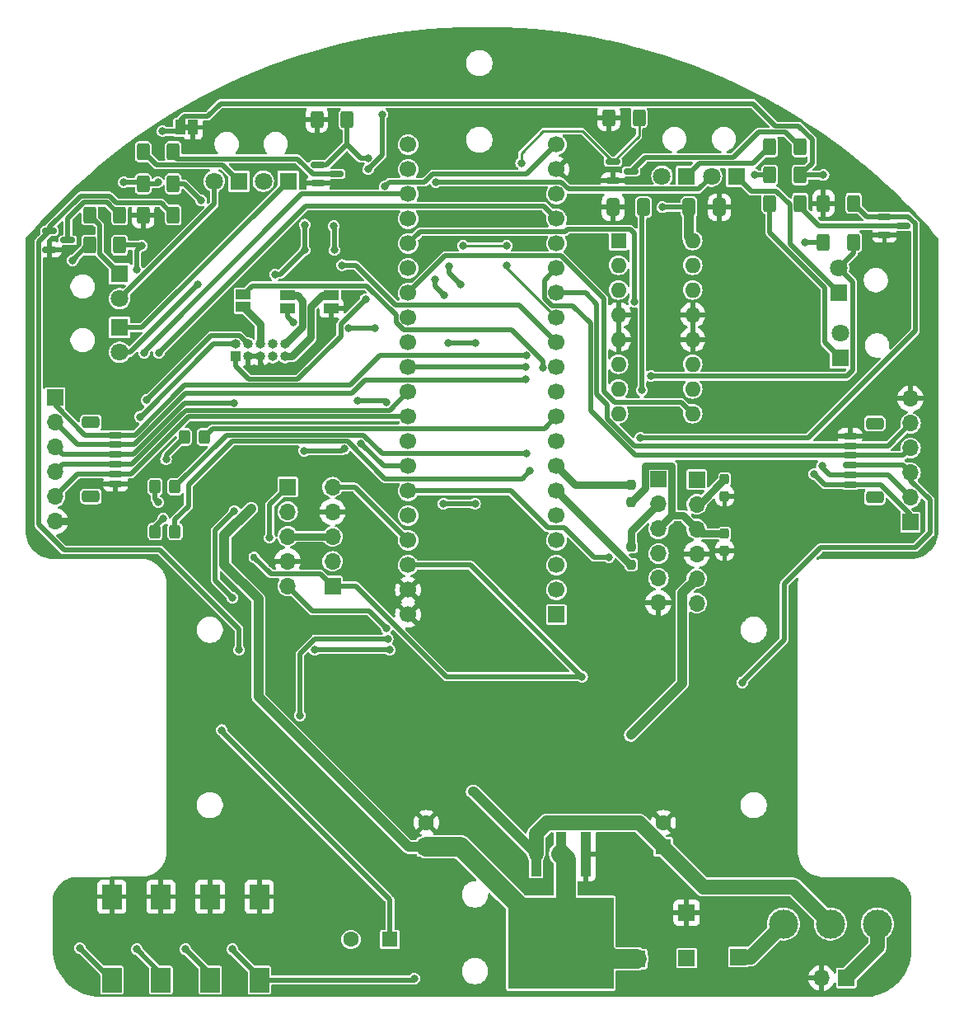
<source format=gtl>
G04 #@! TF.GenerationSoftware,KiCad,Pcbnew,8.0.6*
G04 #@! TF.CreationDate,2024-12-06T12:29:16-08:00*
G04 #@! TF.ProjectId,bloo,626c6f6f-2e6b-4696-9361-645f70636258,rev?*
G04 #@! TF.SameCoordinates,Original*
G04 #@! TF.FileFunction,Copper,L1,Top*
G04 #@! TF.FilePolarity,Positive*
%FSLAX46Y46*%
G04 Gerber Fmt 4.6, Leading zero omitted, Abs format (unit mm)*
G04 Created by KiCad (PCBNEW 8.0.6) date 2024-12-06 12:29:16*
%MOMM*%
%LPD*%
G01*
G04 APERTURE LIST*
G04 Aperture macros list*
%AMRoundRect*
0 Rectangle with rounded corners*
0 $1 Rounding radius*
0 $2 $3 $4 $5 $6 $7 $8 $9 X,Y pos of 4 corners*
0 Add a 4 corners polygon primitive as box body*
4,1,4,$2,$3,$4,$5,$6,$7,$8,$9,$2,$3,0*
0 Add four circle primitives for the rounded corners*
1,1,$1+$1,$2,$3*
1,1,$1+$1,$4,$5*
1,1,$1+$1,$6,$7*
1,1,$1+$1,$8,$9*
0 Add four rect primitives between the rounded corners*
20,1,$1+$1,$2,$3,$4,$5,0*
20,1,$1+$1,$4,$5,$6,$7,0*
20,1,$1+$1,$6,$7,$8,$9,0*
20,1,$1+$1,$8,$9,$2,$3,0*%
G04 Aperture macros list end*
G04 #@! TA.AperFunction,EtchedComponent*
%ADD10C,0.000000*%
G04 #@! TD*
G04 #@! TA.AperFunction,SMDPad,CuDef*
%ADD11RoundRect,0.150000X-0.587500X-0.150000X0.587500X-0.150000X0.587500X0.150000X-0.587500X0.150000X0*%
G04 #@! TD*
G04 #@! TA.AperFunction,SMDPad,CuDef*
%ADD12RoundRect,0.250000X0.325000X0.450000X-0.325000X0.450000X-0.325000X-0.450000X0.325000X-0.450000X0*%
G04 #@! TD*
G04 #@! TA.AperFunction,ComponentPad*
%ADD13R,1.600000X1.600000*%
G04 #@! TD*
G04 #@! TA.AperFunction,ComponentPad*
%ADD14C,1.600000*%
G04 #@! TD*
G04 #@! TA.AperFunction,ComponentPad*
%ADD15R,1.700000X1.700000*%
G04 #@! TD*
G04 #@! TA.AperFunction,ComponentPad*
%ADD16C,1.700000*%
G04 #@! TD*
G04 #@! TA.AperFunction,ComponentPad*
%ADD17R,1.800000X1.800000*%
G04 #@! TD*
G04 #@! TA.AperFunction,ComponentPad*
%ADD18C,1.800000*%
G04 #@! TD*
G04 #@! TA.AperFunction,ComponentPad*
%ADD19C,3.000000*%
G04 #@! TD*
G04 #@! TA.AperFunction,SMDPad,CuDef*
%ADD20RoundRect,0.250000X-0.400000X-0.625000X0.400000X-0.625000X0.400000X0.625000X-0.400000X0.625000X0*%
G04 #@! TD*
G04 #@! TA.AperFunction,SMDPad,CuDef*
%ADD21R,1.500000X1.000000*%
G04 #@! TD*
G04 #@! TA.AperFunction,SMDPad,CuDef*
%ADD22RoundRect,0.237500X-0.237500X0.250000X-0.237500X-0.250000X0.237500X-0.250000X0.237500X0.250000X0*%
G04 #@! TD*
G04 #@! TA.AperFunction,SMDPad,CuDef*
%ADD23R,1.100000X4.600000*%
G04 #@! TD*
G04 #@! TA.AperFunction,ComponentPad*
%ADD24C,1.524000*%
G04 #@! TD*
G04 #@! TA.AperFunction,SMDPad,CuDef*
%ADD25R,10.800000X9.400000*%
G04 #@! TD*
G04 #@! TA.AperFunction,ComponentPad*
%ADD26O,1.700000X1.700000*%
G04 #@! TD*
G04 #@! TA.AperFunction,SMDPad,CuDef*
%ADD27R,2.000000X2.500000*%
G04 #@! TD*
G04 #@! TA.AperFunction,SMDPad,CuDef*
%ADD28RoundRect,0.250000X-0.412500X-0.650000X0.412500X-0.650000X0.412500X0.650000X-0.412500X0.650000X0*%
G04 #@! TD*
G04 #@! TA.AperFunction,SMDPad,CuDef*
%ADD29RoundRect,0.250000X0.400000X0.625000X-0.400000X0.625000X-0.400000X-0.625000X0.400000X-0.625000X0*%
G04 #@! TD*
G04 #@! TA.AperFunction,SMDPad,CuDef*
%ADD30RoundRect,0.150000X0.625000X-0.150000X0.625000X0.150000X-0.625000X0.150000X-0.625000X-0.150000X0*%
G04 #@! TD*
G04 #@! TA.AperFunction,SMDPad,CuDef*
%ADD31RoundRect,0.250000X0.650000X-0.350000X0.650000X0.350000X-0.650000X0.350000X-0.650000X-0.350000X0*%
G04 #@! TD*
G04 #@! TA.AperFunction,SMDPad,CuDef*
%ADD32RoundRect,0.237500X-0.237500X0.300000X-0.237500X-0.300000X0.237500X-0.300000X0.237500X0.300000X0*%
G04 #@! TD*
G04 #@! TA.AperFunction,ComponentPad*
%ADD33O,1.600000X1.600000*%
G04 #@! TD*
G04 #@! TA.AperFunction,SMDPad,CuDef*
%ADD34RoundRect,0.250000X0.412500X0.650000X-0.412500X0.650000X-0.412500X-0.650000X0.412500X-0.650000X0*%
G04 #@! TD*
G04 #@! TA.AperFunction,SMDPad,CuDef*
%ADD35RoundRect,0.150000X-0.625000X0.150000X-0.625000X-0.150000X0.625000X-0.150000X0.625000X0.150000X0*%
G04 #@! TD*
G04 #@! TA.AperFunction,SMDPad,CuDef*
%ADD36RoundRect,0.250000X-0.650000X0.350000X-0.650000X-0.350000X0.650000X-0.350000X0.650000X0.350000X0*%
G04 #@! TD*
G04 #@! TA.AperFunction,ComponentPad*
%ADD37R,1.000000X1.000000*%
G04 #@! TD*
G04 #@! TA.AperFunction,ComponentPad*
%ADD38O,1.000000X1.000000*%
G04 #@! TD*
G04 #@! TA.AperFunction,SMDPad,CuDef*
%ADD39R,1.000000X1.500000*%
G04 #@! TD*
G04 #@! TA.AperFunction,ViaPad*
%ADD40C,0.800000*%
G04 #@! TD*
G04 #@! TA.AperFunction,ViaPad*
%ADD41C,0.750000*%
G04 #@! TD*
G04 #@! TA.AperFunction,Conductor*
%ADD42C,1.500000*%
G04 #@! TD*
G04 #@! TA.AperFunction,Conductor*
%ADD43C,0.750000*%
G04 #@! TD*
G04 #@! TA.AperFunction,Conductor*
%ADD44C,0.500000*%
G04 #@! TD*
G04 #@! TA.AperFunction,Conductor*
%ADD45C,1.000000*%
G04 #@! TD*
G04 #@! TA.AperFunction,Conductor*
%ADD46C,2.000000*%
G04 #@! TD*
G04 #@! TA.AperFunction,Conductor*
%ADD47C,0.250000*%
G04 #@! TD*
G04 APERTURE END LIST*
D10*
G04 #@! TA.AperFunction,EtchedComponent*
G36*
X185450000Y-115900000D02*
G01*
X184950000Y-115900000D01*
X184950000Y-115300000D01*
X185450000Y-115300000D01*
X185450000Y-115900000D01*
G37*
G04 #@! TD.AperFunction*
D11*
X229025000Y-119150000D03*
X229025000Y-121050000D03*
X230900000Y-120100000D03*
D12*
X187025000Y-147400000D03*
X184975000Y-147400000D03*
D13*
X234200000Y-189500000D03*
D14*
X234200000Y-187000000D03*
D15*
X223220000Y-165630000D03*
D16*
X223220000Y-163090000D03*
X223220000Y-160550000D03*
X223220000Y-158010000D03*
X223220000Y-155470000D03*
X223220000Y-152930000D03*
X223220000Y-150390000D03*
X223220000Y-147850000D03*
X223220000Y-145310000D03*
X223220000Y-142770000D03*
X223220000Y-140230000D03*
X223220000Y-137690000D03*
X223220000Y-135150000D03*
X223220000Y-132610000D03*
X223220000Y-130070000D03*
X223220000Y-127530000D03*
X223220000Y-124990000D03*
X223220000Y-122450000D03*
X223220000Y-119910000D03*
X223220000Y-117370000D03*
X207980000Y-117370000D03*
X207980000Y-119910000D03*
X207980000Y-122450000D03*
X207980000Y-124990000D03*
X207980000Y-127530000D03*
X207980000Y-130070000D03*
X207980000Y-132610000D03*
X207980000Y-135150000D03*
X207980000Y-137690000D03*
X207980000Y-140230000D03*
X207980000Y-142770000D03*
X207980000Y-145310000D03*
X207980000Y-147850000D03*
X207980000Y-150390000D03*
X207980000Y-152930000D03*
X207980000Y-155470000D03*
X207980000Y-158010000D03*
X207980000Y-160550000D03*
X207980000Y-163090000D03*
X207980000Y-165630000D03*
D17*
X195640000Y-121135000D03*
D18*
X193100000Y-121135000D03*
D19*
X256202000Y-197400000D03*
X251376000Y-197400000D03*
X246550000Y-197400000D03*
D20*
X175250000Y-124600000D03*
X178350000Y-124600000D03*
X180750000Y-121400000D03*
X183850000Y-121400000D03*
X245150000Y-117600000D03*
X248250000Y-117600000D03*
X245150000Y-123400000D03*
X248250000Y-123400000D03*
D21*
X200100000Y-134150000D03*
X200100000Y-132850000D03*
D22*
X230900000Y-152287500D03*
X230900000Y-154112500D03*
D15*
X236600000Y-196250000D03*
D17*
X236600000Y-120600000D03*
D18*
X234060000Y-120600000D03*
D23*
X226196000Y-190221000D03*
X223656000Y-190221000D03*
D24*
X228228000Y-196250000D03*
X226196000Y-196250000D03*
X224164000Y-196250000D03*
X222132000Y-196250000D03*
X220100000Y-196250000D03*
X228228000Y-198282000D03*
X226196000Y-198282000D03*
X224164000Y-198282000D03*
X222132000Y-198282000D03*
X220100000Y-198282000D03*
D25*
X223656000Y-199371000D03*
D24*
X228228000Y-200314000D03*
X226196000Y-200314000D03*
X224164000Y-200314000D03*
X222132000Y-200314000D03*
X220100000Y-200314000D03*
X228228000Y-202346000D03*
X226196000Y-202346000D03*
X224164000Y-202346000D03*
X222132000Y-202346000D03*
X220100000Y-202346000D03*
D23*
X221116000Y-190221000D03*
D15*
X200200000Y-162700000D03*
D26*
X200200000Y-160160000D03*
X200200000Y-157620000D03*
X200200000Y-155080000D03*
X200200000Y-152540000D03*
D20*
X198600000Y-114800000D03*
X201700000Y-114800000D03*
D27*
X192680000Y-203160000D03*
X192680000Y-194600000D03*
D11*
X198725000Y-119450000D03*
X198725000Y-121350000D03*
X200600000Y-120400000D03*
D28*
X236837500Y-123800000D03*
X239962500Y-123800000D03*
D17*
X178335000Y-136160000D03*
D18*
X178335000Y-138700000D03*
D17*
X178335000Y-130660000D03*
D18*
X178335000Y-133200000D03*
D27*
X187630000Y-203160000D03*
X187630000Y-194600000D03*
D15*
X195600000Y-152525000D03*
D26*
X195600000Y-155065000D03*
X195600000Y-157605000D03*
X195600000Y-160145000D03*
X195600000Y-162685000D03*
D22*
X230900000Y-158687500D03*
X230900000Y-160512500D03*
D15*
X233700000Y-151750000D03*
D26*
X233700000Y-154290000D03*
X233700000Y-156830000D03*
X233700000Y-159370000D03*
X233700000Y-161910000D03*
X233700000Y-164450000D03*
D15*
X237625000Y-151775000D03*
D26*
X237625000Y-154315000D03*
X237625000Y-156855000D03*
X237625000Y-159395000D03*
X237625000Y-161935000D03*
X237625000Y-164475000D03*
D13*
X206100000Y-199000000D03*
D14*
X202100000Y-199000000D03*
D29*
X248250000Y-120500000D03*
X245150000Y-120500000D03*
D12*
X184025000Y-152500000D03*
X181975000Y-152500000D03*
D15*
X231500000Y-201000000D03*
X171703300Y-143350000D03*
D30*
X177902500Y-147196600D03*
D26*
X171703300Y-145890000D03*
D30*
X177902500Y-148196600D03*
D26*
X171703300Y-148430000D03*
D30*
X177902500Y-149196600D03*
X177902500Y-150196600D03*
D26*
X171703300Y-150970000D03*
D30*
X177902500Y-151196600D03*
D26*
X171703300Y-153510000D03*
D30*
X177902500Y-152196600D03*
D26*
X171703300Y-156050000D03*
D31*
X175377500Y-145896600D03*
X175377500Y-153496600D03*
D12*
X184025000Y-157100000D03*
X181975000Y-157100000D03*
D11*
X256925000Y-124750000D03*
X256925000Y-126650000D03*
X258800000Y-125700000D03*
X171125000Y-126250000D03*
X171125000Y-128150000D03*
X173000000Y-127200000D03*
D32*
X240500000Y-151737500D03*
X240500000Y-153462500D03*
D21*
X195600000Y-134150000D03*
X195600000Y-132850000D03*
D13*
X229600000Y-127225000D03*
D33*
X229600000Y-129765000D03*
X229600000Y-132305000D03*
X229600000Y-134845000D03*
X229600000Y-137385000D03*
X229600000Y-139925000D03*
X229600000Y-142465000D03*
X229600000Y-145005000D03*
X237220000Y-145005000D03*
X237220000Y-142465000D03*
X237220000Y-139925000D03*
X237220000Y-137385000D03*
X237220000Y-134845000D03*
X237220000Y-132305000D03*
X237220000Y-129765000D03*
X237220000Y-127225000D03*
D13*
X209850000Y-189500000D03*
D14*
X209850000Y-187000000D03*
D27*
X182580000Y-203160000D03*
X182580000Y-194600000D03*
D20*
X180750000Y-118100000D03*
X183850000Y-118100000D03*
D27*
X177530000Y-203160000D03*
X177530000Y-194600000D03*
D15*
X236600000Y-200900000D03*
D32*
X240500000Y-157337500D03*
X240500000Y-159062500D03*
D20*
X175250000Y-127700000D03*
X178350000Y-127700000D03*
D34*
X232162500Y-123800000D03*
X229037500Y-123800000D03*
D15*
X259596700Y-156146600D03*
D35*
X253397500Y-152300000D03*
D26*
X259596700Y-153606600D03*
D35*
X253397500Y-151300000D03*
D26*
X259596700Y-151066600D03*
D35*
X253397500Y-150300000D03*
X253397500Y-149300000D03*
D26*
X259596700Y-148526600D03*
D35*
X253397500Y-148300000D03*
D26*
X259596700Y-145986600D03*
D35*
X253397500Y-147300000D03*
D26*
X259596700Y-143446600D03*
D36*
X255922500Y-153600000D03*
X255922500Y-146000000D03*
D20*
X250650000Y-123400000D03*
X253750000Y-123400000D03*
D37*
X190250000Y-139125000D03*
D38*
X190250000Y-137855000D03*
X191520000Y-139125000D03*
X191520000Y-137855000D03*
X192790000Y-139125000D03*
X192790000Y-137855000D03*
X194060000Y-139125000D03*
X194060000Y-137855000D03*
X195330000Y-139125000D03*
X195330000Y-137855000D03*
D15*
X253000000Y-202950000D03*
D26*
X250460000Y-202950000D03*
D39*
X185850000Y-115600000D03*
X184550000Y-115600000D03*
D20*
X228600000Y-114600000D03*
X231700000Y-114600000D03*
D15*
X241900000Y-200800000D03*
D20*
X250650000Y-127400000D03*
X253750000Y-127400000D03*
D17*
X190600000Y-121135000D03*
D18*
X188060000Y-121135000D03*
D21*
X191050000Y-134050000D03*
X191050000Y-132750000D03*
D17*
X252367500Y-139264226D03*
D18*
X252367500Y-136724226D03*
D17*
X241700000Y-120600000D03*
D18*
X239160000Y-120600000D03*
D17*
X252225882Y-132561600D03*
D18*
X252225882Y-130021600D03*
D20*
X180750000Y-124600000D03*
X183850000Y-124600000D03*
D40*
X194000000Y-160400000D03*
X228850000Y-116850000D03*
X247000000Y-142750000D03*
X193400000Y-140500000D03*
X217200000Y-158100000D03*
X223300000Y-175300000D03*
X174300000Y-156500000D03*
X189933649Y-163900000D03*
X190121679Y-155021679D03*
X188820000Y-177500000D03*
X234100000Y-123800000D03*
X230850000Y-178000000D03*
X214600000Y-183800000D03*
X232000000Y-142600000D03*
X191850000Y-154750000D03*
D41*
X192150000Y-159750000D03*
D40*
X197298456Y-148801544D03*
X201398456Y-148610000D03*
X242300000Y-172600000D03*
X225850000Y-172000000D03*
X203600000Y-133250000D03*
X190100000Y-143900000D03*
X205600000Y-121670000D03*
X178750000Y-121250000D03*
X250650000Y-120500000D03*
X197350000Y-128200000D03*
X182250000Y-121250000D03*
X194300000Y-130700000D03*
X248750000Y-127400000D03*
X197350000Y-125600000D03*
X173500000Y-129250000D03*
X182750000Y-116000000D03*
X203862500Y-119887500D03*
X200400000Y-128200000D03*
X205300000Y-114270000D03*
X200350000Y-125750000D03*
X214850000Y-137750000D03*
X204600000Y-136250000D03*
X201850000Y-136250000D03*
X196195000Y-135600000D03*
X189925000Y-200000000D03*
X212100000Y-137750000D03*
X214850000Y-154250000D03*
X208600000Y-203000000D03*
X211600000Y-154250000D03*
X205750000Y-167000000D03*
X182800000Y-155800000D03*
X220500000Y-150900000D03*
X182300000Y-154100000D03*
X220100000Y-149100000D03*
X183100000Y-149700000D03*
X180415000Y-145325000D03*
X193750000Y-157750000D03*
X181098456Y-143598456D03*
X231200000Y-133500000D03*
X221800000Y-140300000D03*
X250500000Y-150400000D03*
X249700000Y-151200000D03*
X220100000Y-139000000D03*
X220080000Y-141500000D03*
X186350000Y-131750000D03*
X180100000Y-130250000D03*
X203138456Y-148061544D03*
X180600000Y-127750000D03*
X186700000Y-123100000D03*
X205773456Y-143873456D03*
X202800000Y-143700000D03*
X211700000Y-132800000D03*
X210763456Y-131263456D03*
X243600000Y-120500000D03*
X210800000Y-121200000D03*
X232951544Y-141148456D03*
X220080000Y-140200000D03*
X196850000Y-176000000D03*
X205873456Y-168126544D03*
X190600000Y-169250000D03*
X206100000Y-169250000D03*
X198350000Y-169250000D03*
X213350000Y-131750000D03*
X212188456Y-129838456D03*
X203850000Y-118750000D03*
X218100000Y-127750000D03*
X219600000Y-119250000D03*
X213600000Y-127750000D03*
X218100000Y-129750000D03*
X228600000Y-159750000D03*
X231850000Y-147500000D03*
X182350000Y-138750000D03*
X185100000Y-200000000D03*
X174225000Y-199875000D03*
X201200000Y-129750000D03*
X180850000Y-138750000D03*
X180100000Y-200000000D03*
D42*
X256202000Y-199748000D02*
X253000000Y-202950000D01*
X256202000Y-197400000D02*
X256202000Y-199748000D01*
D43*
X200200000Y-155080000D02*
X200200000Y-154700000D01*
D44*
X192790000Y-139890000D02*
X193400000Y-140500000D01*
X192790000Y-139125000D02*
X192790000Y-139890000D01*
D43*
X171703300Y-156050000D02*
X173850000Y-156050000D01*
X173850000Y-156050000D02*
X174300000Y-156500000D01*
D45*
X236145000Y-163415000D02*
X236145000Y-172705000D01*
X237625000Y-161935000D02*
X236145000Y-163415000D01*
D44*
X206100000Y-194890000D02*
X206100000Y-199000000D01*
X188820000Y-177610000D02*
X206100000Y-194890000D01*
X188150000Y-162116351D02*
X189933649Y-163900000D01*
X190121679Y-155021679D02*
X188150000Y-156993358D01*
X188060000Y-121135000D02*
X188060000Y-123475000D01*
X188820000Y-177500000D02*
X188820000Y-177610000D01*
D45*
X236837500Y-123800000D02*
X236837500Y-126842500D01*
D44*
X188150000Y-156993358D02*
X188150000Y-162116351D01*
D45*
X236837500Y-126842500D02*
X237220000Y-127225000D01*
D44*
X188060000Y-123475000D02*
X178335000Y-133200000D01*
X234100000Y-123800000D02*
X236837500Y-123800000D01*
D45*
X236145000Y-172705000D02*
X230850000Y-178000000D01*
D42*
X251376000Y-197400000D02*
X247576000Y-193600000D01*
D45*
X214600000Y-183800000D02*
X214695000Y-183800000D01*
D42*
X231741000Y-187041000D02*
X222226000Y-187041000D01*
X238300000Y-193600000D02*
X234200000Y-189500000D01*
X222226000Y-187041000D02*
X221116000Y-188151000D01*
D45*
X214695000Y-183800000D02*
X221116000Y-190221000D01*
D42*
X247576000Y-193600000D02*
X238300000Y-193600000D01*
X234200000Y-189500000D02*
X231741000Y-187041000D01*
X221116000Y-188151000D02*
X221116000Y-190221000D01*
D44*
X232000000Y-123962500D02*
X232000000Y-142600000D01*
X232162500Y-123800000D02*
X232000000Y-123962500D01*
D43*
X233700000Y-154290000D02*
X230900000Y-157090000D01*
X237625000Y-154315000D02*
X237922500Y-154315000D01*
X230900000Y-157090000D02*
X230900000Y-158687500D01*
X237922500Y-154315000D02*
X240500000Y-151737500D01*
X232345000Y-152667500D02*
X232345000Y-150395000D01*
X235055000Y-155475000D02*
X236245000Y-155475000D01*
X232345000Y-150395000D02*
X235055000Y-150395000D01*
X236245000Y-155475000D02*
X237625000Y-156855000D01*
X230900000Y-154112500D02*
X232345000Y-152667500D01*
X238107500Y-157337500D02*
X237625000Y-156855000D01*
X240500000Y-157337500D02*
X238107500Y-157337500D01*
X235055000Y-150395000D02*
X235055000Y-155475000D01*
X235055000Y-155475000D02*
X233700000Y-156830000D01*
D45*
X189100000Y-157500000D02*
X191850000Y-154750000D01*
X189100000Y-160505492D02*
X189100000Y-157500000D01*
X192600000Y-164005492D02*
X189100000Y-160505492D01*
D46*
X224164000Y-190729000D02*
X223656000Y-190221000D01*
X231500000Y-201000000D02*
X228914000Y-201000000D01*
D45*
X208050000Y-189500000D02*
X192600000Y-174050000D01*
D46*
X209850000Y-189500000D02*
X213350000Y-189500000D01*
X228914000Y-201000000D02*
X228228000Y-200314000D01*
X224164000Y-196250000D02*
X224164000Y-190729000D01*
D45*
X192600000Y-174050000D02*
X192600000Y-164005492D01*
X209850000Y-189500000D02*
X208050000Y-189500000D01*
D46*
X220100000Y-196250000D02*
X213350000Y-189500000D01*
D44*
X202600000Y-162700000D02*
X211900000Y-172000000D01*
X220170000Y-120420000D02*
X210476913Y-120420000D01*
X179720209Y-149200000D02*
X183560105Y-145360104D01*
X250351561Y-158750000D02*
X246600000Y-162501561D01*
X185020208Y-143900000D02*
X185200000Y-143900000D01*
X201398456Y-148610000D02*
X201206912Y-148801544D01*
X196630000Y-141470000D02*
X191595000Y-141470000D01*
X260100000Y-158750000D02*
X250351561Y-158750000D01*
X246600000Y-168250000D02*
X242350000Y-172500000D01*
X203600000Y-133250000D02*
X201070000Y-135780000D01*
X259596700Y-151066600D02*
X259596700Y-151867117D01*
X179496600Y-149196600D02*
X179500000Y-149200000D01*
X210476913Y-120420000D02*
X209676913Y-121220000D01*
X191595000Y-141470000D02*
X190250000Y-140125000D01*
X183560105Y-145360104D02*
X183860105Y-145060103D01*
X171703300Y-148430000D02*
X172469900Y-149196600D01*
X190250000Y-140125000D02*
X190250000Y-139125000D01*
X258830100Y-150300000D02*
X253397500Y-150300000D01*
X211900000Y-172000000D02*
X225850000Y-172000000D01*
X246600000Y-162501561D02*
X246600000Y-168250000D01*
X201070000Y-135780000D02*
X201070000Y-137030000D01*
X183860105Y-145060103D02*
X185020208Y-143900000D01*
X259596700Y-151066600D02*
X258830100Y-150300000D01*
X209676913Y-121220000D02*
X206050000Y-121220000D01*
X172469900Y-149196600D02*
X177902500Y-149196600D01*
X198955000Y-161455000D02*
X193855000Y-161455000D01*
X201070000Y-137030000D02*
X196630000Y-141470000D01*
X201206912Y-148801544D02*
X197298456Y-148801544D01*
X242350000Y-172500000D02*
X242350000Y-172550000D01*
X185200000Y-143900000D02*
X190100000Y-143900000D01*
X261600000Y-153870417D02*
X261600000Y-157250000D01*
X259596700Y-151867117D02*
X261600000Y-153870417D01*
X177902500Y-149196600D02*
X179496600Y-149196600D01*
X214400000Y-160550000D02*
X225850000Y-172000000D01*
X179500000Y-149200000D02*
X179720209Y-149200000D01*
X193855000Y-161455000D02*
X192150000Y-159750000D01*
X206050000Y-121220000D02*
X205600000Y-121670000D01*
X261600000Y-157250000D02*
X260100000Y-158750000D01*
X200200000Y-162700000D02*
X198955000Y-161455000D01*
X207980000Y-160550000D02*
X214400000Y-160550000D01*
X223220000Y-117370000D02*
X220170000Y-120420000D01*
X242350000Y-172550000D02*
X242300000Y-172600000D01*
X200200000Y-162700000D02*
X202600000Y-162700000D01*
X182100000Y-121400000D02*
X182250000Y-121250000D01*
X184150000Y-116000000D02*
X184550000Y-115600000D01*
X180600000Y-121250000D02*
X180750000Y-121400000D01*
X182750000Y-116000000D02*
X184150000Y-116000000D01*
X187400000Y-114450000D02*
X184990000Y-114450000D01*
X175050000Y-127700000D02*
X173500000Y-129250000D01*
X175250000Y-127700000D02*
X175050000Y-127700000D01*
X180750000Y-121400000D02*
X182100000Y-121400000D01*
X178750000Y-121250000D02*
X180600000Y-121250000D01*
X248250000Y-120500000D02*
X249500000Y-119250000D01*
X184990000Y-114450000D02*
X184550000Y-114890000D01*
X243400000Y-113150000D02*
X188700000Y-113150000D01*
X249500000Y-119250000D02*
X249500000Y-116850000D01*
X248120000Y-115470000D02*
X245720000Y-115470000D01*
X197350000Y-125600000D02*
X197350000Y-128200000D01*
X248750000Y-127400000D02*
X250650000Y-127400000D01*
X245720000Y-115470000D02*
X243400000Y-113150000D01*
X197350000Y-128200000D02*
X194850000Y-130700000D01*
X249500000Y-116850000D02*
X248120000Y-115470000D01*
X248250000Y-120500000D02*
X250650000Y-120500000D01*
X184550000Y-114890000D02*
X184550000Y-115600000D01*
X188700000Y-113150000D02*
X187400000Y-114450000D01*
X194850000Y-130700000D02*
X194300000Y-130700000D01*
X247220000Y-127555718D02*
X252225882Y-132561600D01*
X245817882Y-122145000D02*
X247220000Y-123547118D01*
X205300000Y-118450000D02*
X205300000Y-114270000D01*
X200400000Y-125800000D02*
X200400000Y-128200000D01*
X247220000Y-123547118D02*
X247220000Y-127555718D01*
X243245000Y-122145000D02*
X245817882Y-122145000D01*
X180615000Y-136160000D02*
X195640000Y-121135000D01*
X241700000Y-120600000D02*
X243245000Y-122145000D01*
X178335000Y-136160000D02*
X180615000Y-136160000D01*
X203862500Y-119887500D02*
X205300000Y-118450000D01*
X200350000Y-125750000D02*
X200400000Y-125800000D01*
X208440000Y-203160000D02*
X208600000Y-203000000D01*
X192680000Y-202830000D02*
X192680000Y-203160000D01*
X195600000Y-162685000D02*
X198165000Y-165250000D01*
X211600000Y-154250000D02*
X214850000Y-154250000D01*
X214850000Y-137750000D02*
X212100000Y-137750000D01*
X204000000Y-165250000D02*
X205750000Y-167000000D01*
X189925000Y-200075000D02*
X192680000Y-202830000D01*
X198165000Y-165250000D02*
X198250000Y-165250000D01*
X200200000Y-152540000D02*
X202510000Y-152540000D01*
X195600000Y-135005000D02*
X195600000Y-134150000D01*
X202510000Y-152540000D02*
X207980000Y-158010000D01*
X204600000Y-136250000D02*
X201850000Y-136250000D01*
X189925000Y-200000000D02*
X189925000Y-200075000D01*
X198250000Y-165250000D02*
X204000000Y-165250000D01*
X196195000Y-135600000D02*
X195600000Y-135005000D01*
X192680000Y-203160000D02*
X208440000Y-203160000D01*
X176280000Y-125630000D02*
X176280000Y-128605000D01*
X176280000Y-128605000D02*
X178335000Y-130660000D01*
X175250000Y-124600000D02*
X176280000Y-125630000D01*
X188920000Y-119455000D02*
X190600000Y-121135000D01*
X182105000Y-119455000D02*
X188920000Y-119455000D01*
X180750000Y-118100000D02*
X182105000Y-119455000D01*
X236600000Y-120600000D02*
X237880000Y-119320000D01*
X243430000Y-119320000D02*
X245150000Y-117600000D01*
X237880000Y-119320000D02*
X243430000Y-119320000D01*
X250800000Y-137696726D02*
X252367500Y-139264226D01*
X245150000Y-126396726D02*
X250800000Y-132046726D01*
X245150000Y-123400000D02*
X245150000Y-126396726D01*
X250800000Y-132046726D02*
X250800000Y-137696726D01*
X181975000Y-156625000D02*
X182800000Y-155800000D01*
X181975000Y-157122882D02*
X181975000Y-156625000D01*
X201730000Y-147830000D02*
X205600000Y-151700000D01*
X184025000Y-155875000D02*
X185400000Y-154500000D01*
X189870000Y-147830000D02*
X201730000Y-147830000D01*
X185400000Y-154500000D02*
X185400000Y-152300000D01*
X184025000Y-157100000D02*
X184025000Y-155875000D01*
X205600000Y-151700000D02*
X219700000Y-151700000D01*
X185400000Y-152300000D02*
X189870000Y-147830000D01*
X219700000Y-151700000D02*
X220500000Y-150900000D01*
X181975000Y-152500000D02*
X181975000Y-153775000D01*
X181975000Y-152500000D02*
X181975000Y-153125000D01*
X181975000Y-153775000D02*
X182300000Y-154100000D01*
X189325000Y-147200000D02*
X189600000Y-147200000D01*
X189600000Y-147200000D02*
X203380000Y-147200000D01*
X184025000Y-152500000D02*
X189325000Y-147200000D01*
X203380000Y-147200000D02*
X205280000Y-149100000D01*
X205280000Y-149100000D02*
X220100000Y-149100000D01*
X187025000Y-147400000D02*
X187885000Y-146540000D01*
X187885000Y-146540000D02*
X221990000Y-146540000D01*
X221990000Y-146540000D02*
X223220000Y-145310000D01*
X183100000Y-149275000D02*
X184975000Y-147400000D01*
X183100000Y-149700000D02*
X183100000Y-149275000D01*
D43*
X230900000Y-152287500D02*
X225117500Y-152287500D01*
X225117500Y-152287500D02*
X223220000Y-150390000D01*
X230900000Y-160512500D02*
X230802500Y-160512500D01*
X230802500Y-160512500D02*
X223220000Y-152930000D01*
D44*
X187945000Y-137855000D02*
X190250000Y-137855000D01*
X180475000Y-145325000D02*
X187945000Y-137855000D01*
X180415000Y-145325000D02*
X180475000Y-145325000D01*
X193750000Y-154375000D02*
X193750000Y-157750000D01*
X195600000Y-152525000D02*
X193750000Y-154375000D01*
X190640000Y-136975000D02*
X187721912Y-136975000D01*
X191520000Y-137855000D02*
X190640000Y-136975000D01*
X187721912Y-136975000D02*
X181098456Y-143598456D01*
D43*
X195600000Y-157605000D02*
X200185000Y-157605000D01*
X200185000Y-157605000D02*
X200200000Y-157620000D01*
X200100000Y-132850000D02*
X199140000Y-132850000D01*
X197980000Y-137182106D02*
X196037106Y-139125000D01*
X199140000Y-132850000D02*
X197980000Y-134010000D01*
X197980000Y-134010000D02*
X197980000Y-137182106D01*
X196037106Y-139125000D02*
X195330000Y-139125000D01*
X191050000Y-134050000D02*
X192790000Y-135790000D01*
X192790000Y-135790000D02*
X192790000Y-137855000D01*
X197100000Y-133390000D02*
X197100000Y-136085000D01*
X195600000Y-132850000D02*
X196560000Y-132850000D01*
X196560000Y-132850000D02*
X197100000Y-133390000D01*
X197100000Y-136085000D02*
X195330000Y-137855000D01*
D44*
X209210000Y-126300000D02*
X207980000Y-127530000D01*
X231200000Y-126465000D02*
X230780000Y-126045000D01*
X230780000Y-126045000D02*
X224354999Y-126045000D01*
X231200000Y-133500000D02*
X231200000Y-126465000D01*
X224099999Y-126300000D02*
X209210000Y-126300000D01*
X224354999Y-126045000D02*
X224099999Y-126300000D01*
X218603087Y-136400000D02*
X207490517Y-136400000D01*
X203720000Y-131870000D02*
X191930000Y-131870000D01*
X191930000Y-131870000D02*
X191050000Y-132750000D01*
X206750000Y-134900000D02*
X203720000Y-131870000D01*
X221800000Y-139596913D02*
X218603087Y-136400000D01*
X207490517Y-136400000D02*
X206750000Y-135659483D01*
X221800000Y-140300000D02*
X221800000Y-139596913D01*
X206750000Y-135659483D02*
X206750000Y-134900000D01*
X257283300Y-148300000D02*
X253397500Y-148300000D01*
X253397500Y-148300000D02*
X231226227Y-148300000D01*
X228420000Y-144070000D02*
X227350000Y-143000000D01*
X259596700Y-145986600D02*
X257283300Y-148300000D01*
X227350000Y-133750000D02*
X226210000Y-132610000D01*
X227350000Y-143000000D02*
X227350000Y-133750000D01*
X228420000Y-145493773D02*
X228420000Y-144070000D01*
X226210000Y-132610000D02*
X223220000Y-132610000D01*
X231226227Y-148300000D02*
X228420000Y-145493773D01*
X251300000Y-151300000D02*
X250500000Y-150500000D01*
X253397500Y-151300000D02*
X251300000Y-151300000D01*
X250500000Y-150500000D02*
X250500000Y-150400000D01*
X257290100Y-151300000D02*
X253397500Y-151300000D01*
X259596700Y-153606600D02*
X257290100Y-151300000D01*
X256520382Y-152300000D02*
X259596700Y-155376318D01*
X250800000Y-152300000D02*
X249700000Y-151200000D01*
X253397500Y-152300000D02*
X256520382Y-152300000D01*
X259596700Y-155376318D02*
X259596700Y-156146600D01*
X253397500Y-152300000D02*
X250800000Y-152300000D01*
X221990000Y-133140000D02*
X222770000Y-133920000D01*
X226720000Y-144684727D02*
X226720000Y-135750000D01*
X224890000Y-133920000D02*
X222770000Y-133920000D01*
X259596700Y-148526600D02*
X258823300Y-149300000D01*
X258823300Y-149300000D02*
X253397500Y-149300000D01*
X231335273Y-149300000D02*
X226720000Y-144684727D01*
X231335273Y-149300000D02*
X253397500Y-149300000D01*
X221990000Y-131300000D02*
X221990000Y-133140000D01*
X226720000Y-135750000D02*
X224890000Y-133920000D01*
X223220000Y-130070000D02*
X221990000Y-131300000D01*
X179505518Y-151196600D02*
X185392118Y-145310000D01*
X177902500Y-151196600D02*
X174016700Y-151196600D01*
X177902500Y-151196600D02*
X179505518Y-151196600D01*
X174016700Y-151196600D02*
X171703300Y-153510000D01*
X185392118Y-145310000D02*
X207980000Y-145310000D01*
X179902980Y-147202980D02*
X179896600Y-147196600D01*
X171703300Y-143350000D02*
X171703300Y-144120282D01*
X205100000Y-139000000D02*
X202000000Y-142100000D01*
X185005960Y-142100000D02*
X179902980Y-147202980D01*
X171703300Y-144120282D02*
X174779618Y-147196600D01*
X174779618Y-147196600D02*
X177902500Y-147196600D01*
X179896600Y-147196600D02*
X177902500Y-147196600D01*
X220100000Y-139000000D02*
X205100000Y-139000000D01*
X202000000Y-142100000D02*
X185005960Y-142100000D01*
X177902500Y-148196600D02*
X174009900Y-148196600D01*
X177902500Y-148196600D02*
X178431190Y-148196600D01*
X202200000Y-142900000D02*
X203560000Y-141540000D01*
X183230105Y-144799149D02*
X183230105Y-144766808D01*
X183230105Y-144766808D02*
X185096913Y-142900000D01*
X177902500Y-148196600D02*
X179832654Y-148196600D01*
X174009900Y-148196600D02*
X171703300Y-145890000D01*
X185096913Y-142900000D02*
X202200000Y-142900000D01*
X220040000Y-141540000D02*
X220080000Y-141500000D01*
X179832654Y-148196600D02*
X183230105Y-144799149D01*
X203560000Y-141540000D02*
X220040000Y-141540000D01*
X177902500Y-150196600D02*
X179614564Y-150196600D01*
X179614564Y-150196600D02*
X184762118Y-145049045D01*
X184762118Y-145049045D02*
X185131163Y-144680000D01*
X185131163Y-144680000D02*
X206070000Y-144680000D01*
X172476700Y-150196600D02*
X171703300Y-150970000D01*
X206070000Y-144680000D02*
X207980000Y-142770000D01*
X177902500Y-150196600D02*
X172476700Y-150196600D01*
X180100000Y-128250000D02*
X180600000Y-127750000D01*
X179400000Y-138700000D02*
X186350000Y-131750000D01*
X178350000Y-127700000D02*
X180550000Y-127700000D01*
X178335000Y-138700000D02*
X179400000Y-138700000D01*
X180100000Y-130250000D02*
X180100000Y-128250000D01*
X205466912Y-150390000D02*
X207980000Y-150390000D01*
X180550000Y-127700000D02*
X180600000Y-127750000D01*
X203138456Y-148061544D02*
X205466912Y-150390000D01*
X202800000Y-143700000D02*
X205600000Y-143700000D01*
X185000000Y-121400000D02*
X186700000Y-123100000D01*
X183850000Y-121400000D02*
X185000000Y-121400000D01*
X205600000Y-143700000D02*
X205773456Y-143873456D01*
X245150000Y-120500000D02*
X243600000Y-120500000D01*
X210763456Y-131863456D02*
X211700000Y-132800000D01*
X237819483Y-121940517D02*
X224450000Y-121940517D01*
X223709483Y-121200000D02*
X210800000Y-121200000D01*
X210763456Y-131263456D02*
X210763456Y-131863456D01*
X224450000Y-121940517D02*
X223709483Y-121200000D01*
X239160000Y-120600000D02*
X237819483Y-121940517D01*
X253750000Y-128497482D02*
X252225882Y-130021600D01*
X253043270Y-141148456D02*
X232951544Y-141148456D01*
X252225882Y-130021600D02*
X253647500Y-131443218D01*
X253647500Y-131443218D02*
X253647500Y-140544226D01*
X220080000Y-140200000D02*
X220050000Y-140230000D01*
X253647500Y-140544226D02*
X253043270Y-141148456D01*
X220050000Y-140230000D02*
X207980000Y-140230000D01*
X253750000Y-127400000D02*
X253750000Y-128497482D01*
X198370369Y-168126544D02*
X196850000Y-169646913D01*
X196850000Y-169646913D02*
X196850000Y-176000000D01*
X205873456Y-168126544D02*
X198370369Y-168126544D01*
X206100000Y-169250000D02*
X198350000Y-169250000D01*
X177295955Y-122655000D02*
X177985955Y-123345000D01*
X174304046Y-122655000D02*
X177295955Y-122655000D01*
X170125000Y-127250000D02*
X171125000Y-126250000D01*
X190600000Y-169250000D02*
X190600000Y-167100000D01*
X170007500Y-156407500D02*
X170007500Y-127342500D01*
X190600000Y-167100000D02*
X182500000Y-159000000D01*
X182500000Y-159000000D02*
X172600000Y-159000000D01*
X172600000Y-159000000D02*
X170007500Y-156407500D01*
X170100000Y-127250000D02*
X170125000Y-127250000D01*
X170850000Y-126250000D02*
X171125000Y-126250000D01*
X171125000Y-126250000D02*
X171125000Y-125834046D01*
X182595000Y-123345000D02*
X183850000Y-124600000D01*
X170007500Y-127342500D02*
X170100000Y-127250000D01*
X177985955Y-123345000D02*
X182595000Y-123345000D01*
X171125000Y-125834046D02*
X174304046Y-122655000D01*
X173000000Y-127200000D02*
X173000000Y-124927118D01*
X173000000Y-124927118D02*
X174642118Y-123285000D01*
X174642118Y-123285000D02*
X177035000Y-123285000D01*
X177035000Y-123285000D02*
X178350000Y-124600000D01*
X196608810Y-118825000D02*
X184275000Y-118825000D01*
X184275000Y-118825000D02*
X183850000Y-118400000D01*
X198183810Y-120400000D02*
X196608810Y-118825000D01*
X200600000Y-120400000D02*
X198183810Y-120400000D01*
X212188456Y-129838456D02*
X212188456Y-130588456D01*
X201700000Y-117350000D02*
X201700000Y-114800000D01*
X212188456Y-130588456D02*
X213350000Y-131750000D01*
X201700000Y-117350000D02*
X199600000Y-119450000D01*
X203850000Y-118750000D02*
X203100000Y-118750000D01*
X199600000Y-119450000D02*
X198725000Y-119450000D01*
X203100000Y-118750000D02*
X201700000Y-117350000D01*
D47*
X231700000Y-116475000D02*
X229025000Y-119150000D01*
X221850000Y-116000000D02*
X219600000Y-118250000D01*
X231700000Y-114600000D02*
X231700000Y-116475000D01*
X225875000Y-116000000D02*
X221850000Y-116000000D01*
X229025000Y-119150000D02*
X225875000Y-116000000D01*
X218100000Y-129750000D02*
X218100000Y-130030000D01*
X213600000Y-127750000D02*
X218100000Y-127750000D01*
X219600000Y-118250000D02*
X219600000Y-119250000D01*
X218100000Y-130030000D02*
X223220000Y-135150000D01*
D44*
X248250000Y-117600000D02*
X246750000Y-116100000D01*
X244000000Y-116100000D02*
X241410000Y-118690000D01*
X246750000Y-116100000D02*
X244000000Y-116100000D01*
X241410000Y-118690000D02*
X232310000Y-118690000D01*
X232310000Y-118690000D02*
X230900000Y-120100000D01*
X250200000Y-125700000D02*
X258800000Y-125700000D01*
X248250000Y-123400000D02*
X248250000Y-123750000D01*
X248250000Y-123750000D02*
X250200000Y-125700000D01*
X256925000Y-124750000D02*
X259341190Y-124750000D01*
X222300000Y-156700000D02*
X218530000Y-152930000D01*
X260100000Y-136500000D02*
X249100000Y-147500000D01*
X255100000Y-124750000D02*
X253750000Y-123400000D01*
X218530000Y-152930000D02*
X207980000Y-152930000D01*
X249100000Y-147500000D02*
X231850000Y-147500000D01*
X227100000Y-159750000D02*
X224050000Y-156700000D01*
X228600000Y-159750000D02*
X227100000Y-159750000D01*
X256925000Y-124750000D02*
X255100000Y-124750000D01*
X224050000Y-156700000D02*
X222300000Y-156700000D01*
X260100000Y-125508810D02*
X260100000Y-136500000D01*
X259341190Y-124750000D02*
X260100000Y-125508810D01*
X223220000Y-124990000D02*
X221910000Y-123680000D01*
X221910000Y-123680000D02*
X197420000Y-123680000D01*
X185100000Y-200000000D02*
X187630000Y-202530000D01*
X187630000Y-202530000D02*
X187630000Y-203160000D01*
X197420000Y-123680000D02*
X182350000Y-138750000D01*
X174225000Y-199875000D02*
X177510000Y-203160000D01*
X177510000Y-203160000D02*
X177530000Y-203160000D01*
X206690000Y-133840000D02*
X219370000Y-133840000D01*
X201200000Y-129750000D02*
X202600000Y-129750000D01*
X202600000Y-129750000D02*
X206690000Y-133840000D01*
X219370000Y-133840000D02*
X223220000Y-137690000D01*
X180850000Y-138640000D02*
X180850000Y-138750000D01*
X197040000Y-122450000D02*
X180850000Y-138640000D01*
X180100000Y-200000000D02*
X182580000Y-202480000D01*
X182580000Y-202480000D02*
X182580000Y-203160000D01*
X197040000Y-122450000D02*
X207980000Y-122450000D01*
D42*
X241900000Y-200800000D02*
X243150000Y-200800000D01*
X243150000Y-200800000D02*
X246550000Y-197400000D01*
D44*
X228100000Y-133210517D02*
X223689483Y-128800000D01*
X229175000Y-143825000D02*
X228100000Y-142750000D01*
X223689483Y-128800000D02*
X211790000Y-128800000D01*
X237220000Y-145005000D02*
X236040000Y-143825000D01*
X211790000Y-128800000D02*
X207980000Y-132610000D01*
X236040000Y-143825000D02*
X229175000Y-143825000D01*
X228100000Y-142750000D02*
X228100000Y-133210517D01*
G04 #@! TA.AperFunction,Conductor*
G36*
X214229074Y-161020185D02*
G01*
X214249716Y-161036819D01*
X224550716Y-171337819D01*
X224584201Y-171399142D01*
X224579217Y-171468834D01*
X224537345Y-171524767D01*
X224471881Y-171549184D01*
X224463035Y-171549500D01*
X212137965Y-171549500D01*
X212070926Y-171529815D01*
X212050284Y-171513181D01*
X207719275Y-167182172D01*
X207685790Y-167120849D01*
X207690774Y-167051157D01*
X207732646Y-166995224D01*
X207798110Y-166970807D01*
X207817764Y-166970963D01*
X207979999Y-166985157D01*
X207980002Y-166985157D01*
X208215315Y-166964569D01*
X208215326Y-166964567D01*
X208443483Y-166903433D01*
X208443492Y-166903429D01*
X208657578Y-166803600D01*
X208657582Y-166803598D01*
X208741373Y-166744926D01*
X208741373Y-166744925D01*
X208109409Y-166112962D01*
X208172993Y-166095925D01*
X208287007Y-166030099D01*
X208380099Y-165937007D01*
X208445925Y-165822993D01*
X208462962Y-165759410D01*
X209094925Y-166391373D01*
X209094926Y-166391373D01*
X209153598Y-166307582D01*
X209153600Y-166307578D01*
X209253429Y-166093492D01*
X209253433Y-166093483D01*
X209314567Y-165865326D01*
X209314569Y-165865315D01*
X209335157Y-165630001D01*
X209335157Y-165629998D01*
X209314569Y-165394684D01*
X209314567Y-165394673D01*
X209253433Y-165166516D01*
X209253429Y-165166507D01*
X209153600Y-164952423D01*
X209153599Y-164952421D01*
X209094925Y-164868626D01*
X209094925Y-164868625D01*
X208462962Y-165500588D01*
X208445925Y-165437007D01*
X208380099Y-165322993D01*
X208287007Y-165229901D01*
X208172993Y-165164075D01*
X208109410Y-165147037D01*
X208741373Y-164515073D01*
X208664969Y-164461576D01*
X208621344Y-164406999D01*
X208614150Y-164337501D01*
X208645672Y-164275146D01*
X208664968Y-164258425D01*
X208741373Y-164204925D01*
X208109409Y-163572962D01*
X208172993Y-163555925D01*
X208287007Y-163490099D01*
X208380099Y-163397007D01*
X208445925Y-163282993D01*
X208462962Y-163219410D01*
X209094925Y-163851373D01*
X209094926Y-163851373D01*
X209153598Y-163767582D01*
X209153600Y-163767578D01*
X209253429Y-163553492D01*
X209253433Y-163553483D01*
X209314567Y-163325326D01*
X209314569Y-163325315D01*
X209335157Y-163090001D01*
X209335157Y-163089998D01*
X209314569Y-162854684D01*
X209314567Y-162854673D01*
X209253433Y-162626516D01*
X209253429Y-162626507D01*
X209153600Y-162412423D01*
X209153599Y-162412421D01*
X209094925Y-162328626D01*
X209094925Y-162328625D01*
X208462962Y-162960588D01*
X208445925Y-162897007D01*
X208380099Y-162782993D01*
X208287007Y-162689901D01*
X208172993Y-162624075D01*
X208109410Y-162607037D01*
X208741373Y-161975073D01*
X208741373Y-161975072D01*
X208657583Y-161916402D01*
X208657579Y-161916400D01*
X208443492Y-161816570D01*
X208443486Y-161816567D01*
X208321349Y-161783841D01*
X208261689Y-161747476D01*
X208231160Y-161684629D01*
X208239455Y-161615253D01*
X208283940Y-161561375D01*
X208317444Y-161545407D01*
X208383954Y-161525232D01*
X208566450Y-161427685D01*
X208726410Y-161296410D01*
X208857685Y-161136450D01*
X208890151Y-161075711D01*
X208895317Y-161066047D01*
X208944279Y-161016203D01*
X209004675Y-161000500D01*
X214162035Y-161000500D01*
X214229074Y-161020185D01*
G37*
G04 #@! TD.AperFunction*
G04 #@! TA.AperFunction,Conductor*
G36*
X216348373Y-105278723D02*
G01*
X217893024Y-105317600D01*
X217896007Y-105317713D01*
X219439228Y-105395473D01*
X219442266Y-105395665D01*
X220982976Y-105512254D01*
X220985943Y-105512515D01*
X222523309Y-105667871D01*
X222526325Y-105668214D01*
X224059216Y-105862220D01*
X224062276Y-105862646D01*
X225443395Y-106072903D01*
X225589753Y-106095184D01*
X225592834Y-106095693D01*
X227113999Y-106366622D01*
X227116941Y-106367184D01*
X228446306Y-106638655D01*
X228630854Y-106676342D01*
X228633905Y-106677006D01*
X228707375Y-106693947D01*
X230139444Y-107024160D01*
X230142368Y-107024872D01*
X231262115Y-107312945D01*
X231638785Y-107409850D01*
X231641799Y-107410666D01*
X233127969Y-107833179D01*
X233130962Y-107834071D01*
X234606019Y-108293871D01*
X234608988Y-108294838D01*
X234611105Y-108295557D01*
X235754323Y-108683760D01*
X236071975Y-108791625D01*
X236074916Y-108792665D01*
X237525019Y-109326165D01*
X237527839Y-109327243D01*
X238964046Y-109897087D01*
X238966866Y-109898247D01*
X240388228Y-110504056D01*
X240391078Y-110505312D01*
X241796761Y-111146731D01*
X241799543Y-111148043D01*
X243188636Y-111824656D01*
X243191362Y-111826026D01*
X244562975Y-112537401D01*
X244565632Y-112538821D01*
X245918968Y-113284545D01*
X245921638Y-113286062D01*
X246628273Y-113698966D01*
X247255633Y-114065548D01*
X247258309Y-114067157D01*
X248572265Y-114879993D01*
X248574900Y-114881669D01*
X248793298Y-115024500D01*
X249707592Y-115622444D01*
X249867999Y-115727349D01*
X249870590Y-115729091D01*
X251141930Y-116607026D01*
X251144477Y-116608832D01*
X251252741Y-116687693D01*
X252393382Y-117518555D01*
X252395809Y-117520369D01*
X253574950Y-118425583D01*
X253621422Y-118461259D01*
X253623865Y-118463184D01*
X254617736Y-119266740D01*
X254825362Y-119434608D01*
X254827765Y-119436602D01*
X256004386Y-120437941D01*
X256006738Y-120439994D01*
X257157792Y-121470660D01*
X257160092Y-121472772D01*
X258284825Y-122532091D01*
X258287071Y-122534260D01*
X258693781Y-122937117D01*
X259376529Y-123613397D01*
X259384792Y-123621581D01*
X259386966Y-123623790D01*
X260201839Y-124472646D01*
X260456960Y-124738407D01*
X260459051Y-124740640D01*
X261500685Y-125881896D01*
X261502740Y-125884207D01*
X261919163Y-126364190D01*
X262462362Y-126990301D01*
X262468086Y-126996898D01*
X262497150Y-127060436D01*
X262498423Y-127078158D01*
X262498423Y-157000201D01*
X262498228Y-157007153D01*
X262480426Y-157324167D01*
X262478869Y-157337985D01*
X262426269Y-157647571D01*
X262423175Y-157661128D01*
X262336241Y-157962884D01*
X262331648Y-157976010D01*
X262211475Y-158266134D01*
X262205441Y-158278663D01*
X262053541Y-158553503D01*
X262046143Y-158565277D01*
X261864423Y-158821383D01*
X261855753Y-158832255D01*
X261646496Y-159066410D01*
X261636663Y-159076242D01*
X261402519Y-159285482D01*
X261391647Y-159294153D01*
X261135528Y-159475874D01*
X261123753Y-159483272D01*
X260848911Y-159635166D01*
X260836383Y-159641199D01*
X260546252Y-159761369D01*
X260533126Y-159765961D01*
X260231376Y-159852887D01*
X260217819Y-159855981D01*
X259908232Y-159908575D01*
X259894414Y-159910132D01*
X259615550Y-159925786D01*
X259597239Y-159924500D01*
X259588941Y-159924500D01*
X250624531Y-159924500D01*
X250600000Y-159924500D01*
X250455363Y-159924500D01*
X250455359Y-159924500D01*
X250167920Y-159956887D01*
X250167903Y-159956889D01*
X250087198Y-159975310D01*
X250017459Y-159971036D01*
X249961102Y-159929738D01*
X249936019Y-159864525D01*
X249950174Y-159796105D01*
X249971925Y-159766738D01*
X250085448Y-159653216D01*
X250501845Y-159236819D01*
X250563168Y-159203334D01*
X250589526Y-159200500D01*
X260159308Y-159200500D01*
X260159309Y-159200500D01*
X260249673Y-159176286D01*
X260273887Y-159169799D01*
X260376614Y-159110489D01*
X261960489Y-157526614D01*
X262006362Y-157447159D01*
X262019799Y-157423886D01*
X262050500Y-157309309D01*
X262050500Y-153811108D01*
X262019799Y-153696531D01*
X262019799Y-153696530D01*
X261960489Y-153593803D01*
X260348920Y-151982234D01*
X260315435Y-151920911D01*
X260320419Y-151851219D01*
X260340748Y-151815888D01*
X260349113Y-151805695D01*
X260474385Y-151653050D01*
X260571932Y-151470554D01*
X260632000Y-151272534D01*
X260652283Y-151066600D01*
X260632000Y-150860666D01*
X260571932Y-150662646D01*
X260474385Y-150480150D01*
X260395108Y-150383550D01*
X260343110Y-150320189D01*
X260183152Y-150188917D01*
X260183153Y-150188917D01*
X260183150Y-150188915D01*
X260011488Y-150097159D01*
X260000656Y-150091369D01*
X260000655Y-150091368D01*
X260000654Y-150091368D01*
X259802634Y-150031300D01*
X259802632Y-150031299D01*
X259802634Y-150031299D01*
X259596700Y-150011017D01*
X259390766Y-150031299D01*
X259390764Y-150031300D01*
X259314370Y-150054473D01*
X259244504Y-150055096D01*
X259190696Y-150023493D01*
X259106716Y-149939513D01*
X259106714Y-149939511D01*
X259072600Y-149919815D01*
X259047672Y-149905422D01*
X258999458Y-149854854D01*
X258986236Y-149786247D01*
X259012205Y-149721383D01*
X259047669Y-149690652D01*
X259099914Y-149660489D01*
X259190695Y-149569706D01*
X259252018Y-149536221D01*
X259314370Y-149538725D01*
X259390766Y-149561900D01*
X259390765Y-149561900D01*
X259409229Y-149563718D01*
X259596700Y-149582183D01*
X259802634Y-149561900D01*
X260000654Y-149501832D01*
X260183150Y-149404285D01*
X260343110Y-149273010D01*
X260474385Y-149113050D01*
X260571932Y-148930554D01*
X260632000Y-148732534D01*
X260652283Y-148526600D01*
X260632000Y-148320666D01*
X260571932Y-148122646D01*
X260474385Y-147940150D01*
X260421506Y-147875716D01*
X260343110Y-147780189D01*
X260225377Y-147683569D01*
X260183150Y-147648915D01*
X260002749Y-147552488D01*
X260000656Y-147551369D01*
X260000655Y-147551368D01*
X260000654Y-147551368D01*
X259802634Y-147491300D01*
X259802632Y-147491299D01*
X259802634Y-147491299D01*
X259596700Y-147471017D01*
X259390767Y-147491299D01*
X259248620Y-147534419D01*
X259197253Y-147550001D01*
X259192743Y-147551369D01*
X259149065Y-147574716D01*
X259010250Y-147648915D01*
X259010248Y-147648916D01*
X259010247Y-147648917D01*
X258850289Y-147780189D01*
X258719017Y-147940147D01*
X258621469Y-148122643D01*
X258561399Y-148320667D01*
X258541117Y-148526599D01*
X258559510Y-148713346D01*
X258546491Y-148781992D01*
X258498426Y-148832702D01*
X258436107Y-148849500D01*
X257670265Y-148849500D01*
X257603226Y-148829815D01*
X257557471Y-148777011D01*
X257547527Y-148707853D01*
X257576552Y-148644297D01*
X257582584Y-148637819D01*
X258376856Y-147843547D01*
X259190698Y-147029704D01*
X259252019Y-146996221D01*
X259314371Y-146998725D01*
X259390766Y-147021900D01*
X259390765Y-147021900D01*
X259409229Y-147023718D01*
X259596700Y-147042183D01*
X259802634Y-147021900D01*
X260000654Y-146961832D01*
X260183150Y-146864285D01*
X260343110Y-146733010D01*
X260474385Y-146573050D01*
X260571932Y-146390554D01*
X260632000Y-146192534D01*
X260652283Y-145986600D01*
X260632000Y-145780666D01*
X260571932Y-145582646D01*
X260474385Y-145400150D01*
X260400401Y-145310000D01*
X260343110Y-145240189D01*
X260183152Y-145108917D01*
X260183153Y-145108917D01*
X260183150Y-145108915D01*
X260013254Y-145018102D01*
X260000656Y-145011369D01*
X260000655Y-145011368D01*
X260000654Y-145011368D01*
X259934147Y-144991193D01*
X259875709Y-144952896D01*
X259847253Y-144889084D01*
X259857813Y-144820017D01*
X259904037Y-144767623D01*
X259938050Y-144752758D01*
X260060183Y-144720033D01*
X260060192Y-144720029D01*
X260274278Y-144620200D01*
X260467782Y-144484705D01*
X260634805Y-144317682D01*
X260770300Y-144124178D01*
X260870129Y-143910092D01*
X260870132Y-143910086D01*
X260927336Y-143696600D01*
X260029712Y-143696600D01*
X260062625Y-143639593D01*
X260096700Y-143512426D01*
X260096700Y-143380774D01*
X260062625Y-143253607D01*
X260029712Y-143196600D01*
X260927336Y-143196600D01*
X260927335Y-143196599D01*
X260870132Y-142983113D01*
X260870129Y-142983107D01*
X260770300Y-142769022D01*
X260770299Y-142769020D01*
X260634813Y-142575526D01*
X260634808Y-142575520D01*
X260467782Y-142408494D01*
X260274278Y-142272999D01*
X260060192Y-142173170D01*
X260060186Y-142173167D01*
X259846700Y-142115964D01*
X259846700Y-143013588D01*
X259789693Y-142980675D01*
X259662526Y-142946600D01*
X259530874Y-142946600D01*
X259403707Y-142980675D01*
X259346700Y-143013588D01*
X259346700Y-142115964D01*
X259346699Y-142115964D01*
X259133213Y-142173167D01*
X259133207Y-142173170D01*
X258919122Y-142272999D01*
X258919120Y-142273000D01*
X258725626Y-142408486D01*
X258725620Y-142408491D01*
X258558591Y-142575520D01*
X258558586Y-142575526D01*
X258423100Y-142769020D01*
X258423099Y-142769022D01*
X258323270Y-142983107D01*
X258323267Y-142983113D01*
X258266064Y-143196599D01*
X258266064Y-143196600D01*
X259163688Y-143196600D01*
X259130775Y-143253607D01*
X259096700Y-143380774D01*
X259096700Y-143512426D01*
X259130775Y-143639593D01*
X259163688Y-143696600D01*
X258266064Y-143696600D01*
X258323267Y-143910086D01*
X258323270Y-143910092D01*
X258423099Y-144124178D01*
X258558594Y-144317682D01*
X258725617Y-144484705D01*
X258919121Y-144620200D01*
X259133207Y-144720029D01*
X259133216Y-144720033D01*
X259255349Y-144752758D01*
X259315010Y-144789123D01*
X259345539Y-144851969D01*
X259337245Y-144921345D01*
X259292759Y-144975223D01*
X259259252Y-144991193D01*
X259192746Y-145011367D01*
X259062058Y-145081222D01*
X259010250Y-145108915D01*
X259010248Y-145108916D01*
X259010247Y-145108917D01*
X258850289Y-145240189D01*
X258719017Y-145400147D01*
X258719015Y-145400150D01*
X258686010Y-145461898D01*
X258621469Y-145582643D01*
X258561399Y-145780667D01*
X258541117Y-145986599D01*
X258561399Y-146192532D01*
X258584573Y-146268927D01*
X258585196Y-146338794D01*
X258553593Y-146392602D01*
X258197758Y-146748438D01*
X257475180Y-147471017D01*
X257133016Y-147813181D01*
X257071693Y-147846666D01*
X257045335Y-147849500D01*
X254748463Y-147849500D01*
X254681424Y-147829815D01*
X254635669Y-147777011D01*
X254625725Y-147707853D01*
X254629387Y-147690905D01*
X254669599Y-147552494D01*
X254669600Y-147552488D01*
X254669795Y-147550001D01*
X254669795Y-147550000D01*
X252125205Y-147550000D01*
X252125204Y-147550001D01*
X252125399Y-147552488D01*
X252125400Y-147552494D01*
X252165613Y-147690905D01*
X252165414Y-147760774D01*
X252127472Y-147819444D01*
X252063834Y-147848288D01*
X252046537Y-147849500D01*
X249686965Y-147849500D01*
X249619926Y-147829815D01*
X249574171Y-147777011D01*
X249564227Y-147707853D01*
X249593252Y-147644297D01*
X249599284Y-147637819D01*
X250187105Y-147049998D01*
X252125204Y-147049998D01*
X252125205Y-147050000D01*
X253147500Y-147050000D01*
X253647500Y-147050000D01*
X254669795Y-147050000D01*
X254669795Y-147049998D01*
X254669600Y-147047513D01*
X254623781Y-146889801D01*
X254540185Y-146748447D01*
X254540178Y-146748438D01*
X254424061Y-146632321D01*
X254424052Y-146632314D01*
X254282696Y-146548717D01*
X254282693Y-146548716D01*
X254124995Y-146502900D01*
X254124989Y-146502899D01*
X254088149Y-146500000D01*
X253647500Y-146500000D01*
X253647500Y-147050000D01*
X253147500Y-147050000D01*
X253147500Y-146500000D01*
X252706850Y-146500000D01*
X252670010Y-146502899D01*
X252670004Y-146502900D01*
X252512306Y-146548716D01*
X252512303Y-146548717D01*
X252370947Y-146632314D01*
X252370938Y-146632321D01*
X252254821Y-146748438D01*
X252254814Y-146748447D01*
X252171218Y-146889801D01*
X252125399Y-147047513D01*
X252125204Y-147049998D01*
X250187105Y-147049998D01*
X251641373Y-145595730D01*
X254822000Y-145595730D01*
X254822000Y-146404269D01*
X254824853Y-146434699D01*
X254824853Y-146434701D01*
X254864222Y-146547207D01*
X254869707Y-146562882D01*
X254950350Y-146672150D01*
X255059618Y-146752793D01*
X255102168Y-146767682D01*
X255187799Y-146797646D01*
X255218230Y-146800500D01*
X255218234Y-146800500D01*
X256626770Y-146800500D01*
X256657199Y-146797646D01*
X256657201Y-146797646D01*
X256721290Y-146775219D01*
X256785382Y-146752793D01*
X256894650Y-146672150D01*
X256975293Y-146562882D01*
X257011473Y-146459486D01*
X257020146Y-146434701D01*
X257020146Y-146434699D01*
X257023000Y-146404269D01*
X257023000Y-145595730D01*
X257020146Y-145565300D01*
X257020146Y-145565298D01*
X256983965Y-145461901D01*
X256975293Y-145437118D01*
X256894650Y-145327850D01*
X256785382Y-145247207D01*
X256785380Y-145247206D01*
X256657200Y-145202353D01*
X256626770Y-145199500D01*
X256626766Y-145199500D01*
X255218234Y-145199500D01*
X255218230Y-145199500D01*
X255187800Y-145202353D01*
X255187798Y-145202353D01*
X255059619Y-145247206D01*
X255059617Y-145247207D01*
X254950350Y-145327850D01*
X254869707Y-145437117D01*
X254869706Y-145437119D01*
X254824853Y-145565298D01*
X254824853Y-145565300D01*
X254822000Y-145595730D01*
X251641373Y-145595730D01*
X255011484Y-142225619D01*
X260460489Y-136776614D01*
X260519799Y-136673887D01*
X260524940Y-136654700D01*
X260530376Y-136634416D01*
X260550500Y-136559308D01*
X260550500Y-125449503D01*
X260550500Y-125449501D01*
X260519799Y-125334924D01*
X260487665Y-125279266D01*
X260460489Y-125232196D01*
X259617804Y-124389511D01*
X259566440Y-124359856D01*
X259515078Y-124330201D01*
X259501619Y-124326595D01*
X259488161Y-124322989D01*
X259488158Y-124322988D01*
X259451108Y-124313060D01*
X259400499Y-124299500D01*
X259400498Y-124299500D01*
X257724552Y-124299500D01*
X257670092Y-124286901D01*
X257655597Y-124279815D01*
X257613893Y-124259427D01*
X257613891Y-124259426D01*
X257545761Y-124249500D01*
X257545760Y-124249500D01*
X256304240Y-124249500D01*
X256304239Y-124249500D01*
X256236108Y-124259426D01*
X256179908Y-124286901D01*
X256125448Y-124299500D01*
X255337965Y-124299500D01*
X255270926Y-124279815D01*
X255250284Y-124263181D01*
X254636819Y-123649716D01*
X254603334Y-123588393D01*
X254600500Y-123562035D01*
X254600500Y-122720730D01*
X254597646Y-122690300D01*
X254597646Y-122690298D01*
X254557463Y-122575464D01*
X254552793Y-122562118D01*
X254472150Y-122452850D01*
X254362882Y-122372207D01*
X254362880Y-122372206D01*
X254234700Y-122327353D01*
X254204270Y-122324500D01*
X254204266Y-122324500D01*
X253295734Y-122324500D01*
X253295730Y-122324500D01*
X253265300Y-122327353D01*
X253265298Y-122327353D01*
X253137119Y-122372206D01*
X253137117Y-122372207D01*
X253027850Y-122452850D01*
X252947207Y-122562117D01*
X252947206Y-122562119D01*
X252902353Y-122690298D01*
X252902353Y-122690300D01*
X252899500Y-122720730D01*
X252899500Y-124079269D01*
X252902353Y-124109699D01*
X252902353Y-124109701D01*
X252947206Y-124237880D01*
X252947207Y-124237882D01*
X253027850Y-124347150D01*
X253137118Y-124427793D01*
X253166188Y-124437965D01*
X253265299Y-124472646D01*
X253295730Y-124475500D01*
X253295734Y-124475500D01*
X254137035Y-124475500D01*
X254204074Y-124495185D01*
X254224716Y-124511819D01*
X254750716Y-125037819D01*
X254784201Y-125099142D01*
X254779217Y-125168834D01*
X254737345Y-125224767D01*
X254671881Y-125249184D01*
X254663035Y-125249500D01*
X250437965Y-125249500D01*
X250370926Y-125229815D01*
X250350284Y-125213181D01*
X250123783Y-124986680D01*
X250090298Y-124925357D01*
X250095282Y-124855665D01*
X250137154Y-124799732D01*
X250202618Y-124775315D01*
X250211464Y-124774999D01*
X250399999Y-124774999D01*
X250900000Y-124774999D01*
X251099972Y-124774999D01*
X251099986Y-124774998D01*
X251202697Y-124764505D01*
X251369119Y-124709358D01*
X251369124Y-124709356D01*
X251518345Y-124617315D01*
X251642315Y-124493345D01*
X251734356Y-124344124D01*
X251734358Y-124344119D01*
X251789505Y-124177697D01*
X251789506Y-124177690D01*
X251799999Y-124074986D01*
X251800000Y-124074973D01*
X251800000Y-123650000D01*
X250900000Y-123650000D01*
X250900000Y-124774999D01*
X250399999Y-124774999D01*
X250400000Y-124774998D01*
X250400000Y-123650000D01*
X249500001Y-123650000D01*
X249500001Y-124063536D01*
X249480316Y-124130575D01*
X249427512Y-124176330D01*
X249358354Y-124186274D01*
X249294798Y-124157249D01*
X249288320Y-124151217D01*
X249136819Y-123999716D01*
X249103334Y-123938393D01*
X249100500Y-123912035D01*
X249100500Y-122725013D01*
X249500000Y-122725013D01*
X249500000Y-123150000D01*
X250400000Y-123150000D01*
X250900000Y-123150000D01*
X251799999Y-123150000D01*
X251799999Y-122725028D01*
X251799998Y-122725013D01*
X251789505Y-122622302D01*
X251734358Y-122455880D01*
X251734356Y-122455875D01*
X251642315Y-122306654D01*
X251518345Y-122182684D01*
X251369124Y-122090643D01*
X251369119Y-122090641D01*
X251202697Y-122035494D01*
X251202690Y-122035493D01*
X251099986Y-122025000D01*
X250900000Y-122025000D01*
X250900000Y-123150000D01*
X250400000Y-123150000D01*
X250400000Y-122025000D01*
X250200029Y-122025000D01*
X250200012Y-122025001D01*
X250097302Y-122035494D01*
X249930880Y-122090641D01*
X249930875Y-122090643D01*
X249781654Y-122182684D01*
X249657684Y-122306654D01*
X249565643Y-122455875D01*
X249565641Y-122455880D01*
X249510494Y-122622302D01*
X249510493Y-122622309D01*
X249500000Y-122725013D01*
X249100500Y-122725013D01*
X249100500Y-122720730D01*
X249097646Y-122690300D01*
X249097646Y-122690298D01*
X249057463Y-122575464D01*
X249052793Y-122562118D01*
X248972150Y-122452850D01*
X248862882Y-122372207D01*
X248862880Y-122372206D01*
X248734700Y-122327353D01*
X248704270Y-122324500D01*
X248704266Y-122324500D01*
X247795734Y-122324500D01*
X247795730Y-122324500D01*
X247765300Y-122327353D01*
X247765298Y-122327353D01*
X247637119Y-122372206D01*
X247637117Y-122372207D01*
X247527850Y-122452850D01*
X247447207Y-122562117D01*
X247447206Y-122562119D01*
X247402353Y-122690298D01*
X247402353Y-122690300D01*
X247399500Y-122720730D01*
X247399500Y-122790153D01*
X247379815Y-122857192D01*
X247327011Y-122902947D01*
X247257853Y-122912891D01*
X247194297Y-122883866D01*
X247187819Y-122877834D01*
X246094498Y-121784513D01*
X246094496Y-121784511D01*
X246043132Y-121754856D01*
X245991770Y-121725201D01*
X245979662Y-121721957D01*
X245967555Y-121718713D01*
X245967552Y-121718712D01*
X245899583Y-121700500D01*
X245877191Y-121694500D01*
X245877190Y-121694500D01*
X245876328Y-121694269D01*
X245816667Y-121657904D01*
X245786138Y-121595058D01*
X245794432Y-121525682D01*
X245834785Y-121474726D01*
X245872150Y-121447150D01*
X245952793Y-121337882D01*
X245987318Y-121239216D01*
X245997646Y-121209701D01*
X245997646Y-121209699D01*
X246000500Y-121179269D01*
X246000500Y-119820730D01*
X245997646Y-119790300D01*
X245997646Y-119790298D01*
X245959138Y-119680252D01*
X245952793Y-119662118D01*
X245872150Y-119552850D01*
X245762882Y-119472207D01*
X245762880Y-119472206D01*
X245634700Y-119427353D01*
X245604270Y-119424500D01*
X245604266Y-119424500D01*
X244695734Y-119424500D01*
X244695730Y-119424500D01*
X244665300Y-119427353D01*
X244665298Y-119427353D01*
X244537119Y-119472206D01*
X244537117Y-119472207D01*
X244427850Y-119552850D01*
X244347207Y-119662117D01*
X244347206Y-119662119D01*
X244302353Y-119790298D01*
X244302353Y-119790300D01*
X244299500Y-119820730D01*
X244299500Y-119925500D01*
X244279815Y-119992539D01*
X244227011Y-120038294D01*
X244175500Y-120049500D01*
X244041419Y-120049500D01*
X243974380Y-120029815D01*
X243965933Y-120023876D01*
X243902842Y-119975464D01*
X243756762Y-119914956D01*
X243756754Y-119914955D01*
X243747387Y-119913721D01*
X243683492Y-119885453D01*
X243645023Y-119827127D01*
X243644194Y-119757263D01*
X243681268Y-119698040D01*
X243701576Y-119683397D01*
X243706614Y-119680489D01*
X244675284Y-118711819D01*
X244736607Y-118678334D01*
X244762965Y-118675500D01*
X245604270Y-118675500D01*
X245634699Y-118672646D01*
X245634701Y-118672646D01*
X245700847Y-118649500D01*
X245762882Y-118627793D01*
X245872150Y-118547150D01*
X245952793Y-118437882D01*
X245983626Y-118349767D01*
X245997646Y-118309701D01*
X245997646Y-118309699D01*
X246000500Y-118279269D01*
X246000500Y-116920730D01*
X245997646Y-116890300D01*
X245997646Y-116890298D01*
X245963723Y-116793354D01*
X245952793Y-116762118D01*
X245942471Y-116748132D01*
X245918501Y-116682505D01*
X245933816Y-116614335D01*
X245983556Y-116565266D01*
X246042242Y-116550500D01*
X246512035Y-116550500D01*
X246579074Y-116570185D01*
X246599716Y-116586819D01*
X247363181Y-117350284D01*
X247396666Y-117411607D01*
X247399500Y-117437965D01*
X247399500Y-118279269D01*
X247402353Y-118309699D01*
X247402353Y-118309701D01*
X247442903Y-118425582D01*
X247447207Y-118437882D01*
X247527850Y-118547150D01*
X247637118Y-118627793D01*
X247679845Y-118642744D01*
X247765299Y-118672646D01*
X247795730Y-118675500D01*
X247795734Y-118675500D01*
X248704270Y-118675500D01*
X248734699Y-118672646D01*
X248734701Y-118672646D01*
X248785972Y-118654704D01*
X248862882Y-118627793D01*
X248862889Y-118627787D01*
X248867560Y-118625320D01*
X248936028Y-118611399D01*
X249001154Y-118636704D01*
X249042261Y-118693203D01*
X249049500Y-118734951D01*
X249049500Y-119012035D01*
X249029815Y-119079074D01*
X249013181Y-119099716D01*
X248724716Y-119388181D01*
X248663393Y-119421666D01*
X248637035Y-119424500D01*
X247795730Y-119424500D01*
X247765300Y-119427353D01*
X247765298Y-119427353D01*
X247637119Y-119472206D01*
X247637117Y-119472207D01*
X247527850Y-119552850D01*
X247447207Y-119662117D01*
X247447206Y-119662119D01*
X247402353Y-119790298D01*
X247402353Y-119790300D01*
X247399500Y-119820730D01*
X247399500Y-121179269D01*
X247402353Y-121209699D01*
X247402353Y-121209701D01*
X247447206Y-121337880D01*
X247447207Y-121337882D01*
X247527850Y-121447150D01*
X247637118Y-121527793D01*
X247679845Y-121542744D01*
X247765299Y-121572646D01*
X247795730Y-121575500D01*
X247795734Y-121575500D01*
X248704270Y-121575500D01*
X248734699Y-121572646D01*
X248734701Y-121572646D01*
X248807894Y-121547034D01*
X248862882Y-121527793D01*
X248972150Y-121447150D01*
X249052793Y-121337882D01*
X249087318Y-121239216D01*
X249097646Y-121209701D01*
X249097646Y-121209699D01*
X249100500Y-121179269D01*
X249100500Y-121074500D01*
X249120185Y-121007461D01*
X249172989Y-120961706D01*
X249224500Y-120950500D01*
X250208581Y-120950500D01*
X250275620Y-120970185D01*
X250284067Y-120976124D01*
X250347157Y-121024535D01*
X250347158Y-121024535D01*
X250347159Y-121024536D01*
X250493238Y-121085044D01*
X250555478Y-121093238D01*
X250649999Y-121105682D01*
X250650000Y-121105682D01*
X250650001Y-121105682D01*
X250744514Y-121093239D01*
X250806762Y-121085044D01*
X250952841Y-121024536D01*
X251078282Y-120928282D01*
X251174536Y-120802841D01*
X251235044Y-120656762D01*
X251255682Y-120500000D01*
X251255476Y-120498438D01*
X251235044Y-120343239D01*
X251235044Y-120343238D01*
X251174536Y-120197159D01*
X251078282Y-120071718D01*
X250952841Y-119975464D01*
X250928585Y-119965417D01*
X250806762Y-119914956D01*
X250806760Y-119914955D01*
X250650001Y-119894318D01*
X250649999Y-119894318D01*
X250493239Y-119914955D01*
X250493237Y-119914956D01*
X250347157Y-119975464D01*
X250284067Y-120023876D01*
X250218898Y-120049070D01*
X250208581Y-120049500D01*
X249636965Y-120049500D01*
X249569926Y-120029815D01*
X249524171Y-119977011D01*
X249514227Y-119907853D01*
X249543252Y-119844297D01*
X249549284Y-119837819D01*
X249703711Y-119683392D01*
X249860489Y-119526614D01*
X249919799Y-119423887D01*
X249931743Y-119379309D01*
X249950500Y-119309309D01*
X249950500Y-116790691D01*
X249923944Y-116691583D01*
X249922902Y-116687693D01*
X249919798Y-116676111D01*
X249860492Y-116573389D01*
X249860488Y-116573384D01*
X248396616Y-115109513D01*
X248396614Y-115109511D01*
X248345250Y-115079856D01*
X248293888Y-115050201D01*
X248281780Y-115046957D01*
X248269673Y-115043713D01*
X248269670Y-115043712D01*
X248197969Y-115024500D01*
X248179309Y-115019500D01*
X248179308Y-115019500D01*
X245957965Y-115019500D01*
X245890926Y-114999815D01*
X245870284Y-114983181D01*
X243676616Y-112789513D01*
X243676614Y-112789511D01*
X243625250Y-112759856D01*
X243573888Y-112730201D01*
X243561780Y-112726957D01*
X243549673Y-112723713D01*
X243549670Y-112723712D01*
X243511478Y-112713478D01*
X243459309Y-112699500D01*
X188640691Y-112699500D01*
X188554758Y-112722525D01*
X188526113Y-112730201D01*
X188423386Y-112789509D01*
X188423384Y-112789511D01*
X187249716Y-113963181D01*
X187188393Y-113996666D01*
X187162035Y-113999500D01*
X184930691Y-113999500D01*
X184840325Y-114023713D01*
X184840324Y-114023712D01*
X184816116Y-114030199D01*
X184816113Y-114030200D01*
X184713386Y-114089511D01*
X184713383Y-114089513D01*
X184189715Y-114613181D01*
X184128392Y-114646666D01*
X184102034Y-114649500D01*
X184030247Y-114649500D01*
X183971770Y-114661131D01*
X183971769Y-114661132D01*
X183905447Y-114705447D01*
X183861132Y-114771769D01*
X183861131Y-114771770D01*
X183849500Y-114830247D01*
X183849500Y-115425500D01*
X183829815Y-115492539D01*
X183777011Y-115538294D01*
X183725500Y-115549500D01*
X183191419Y-115549500D01*
X183124380Y-115529815D01*
X183115933Y-115523876D01*
X183052842Y-115475464D01*
X182906762Y-115414956D01*
X182906760Y-115414955D01*
X182750001Y-115394318D01*
X182749999Y-115394318D01*
X182593239Y-115414955D01*
X182593237Y-115414956D01*
X182447160Y-115475463D01*
X182321718Y-115571718D01*
X182225463Y-115697160D01*
X182164956Y-115843237D01*
X182164955Y-115843239D01*
X182144318Y-115999998D01*
X182144318Y-116000001D01*
X182164955Y-116156760D01*
X182164956Y-116156762D01*
X182219652Y-116288811D01*
X182225464Y-116302841D01*
X182321718Y-116428282D01*
X182447159Y-116524536D01*
X182593238Y-116585044D01*
X182606721Y-116586819D01*
X182749999Y-116605682D01*
X182750000Y-116605682D01*
X182750001Y-116605682D01*
X182802254Y-116598802D01*
X182906762Y-116585044D01*
X183052841Y-116524536D01*
X183115933Y-116476123D01*
X183181102Y-116450930D01*
X183191419Y-116450500D01*
X183810033Y-116450500D01*
X183877072Y-116470185D01*
X183897714Y-116486819D01*
X183905446Y-116494551D01*
X183971769Y-116538867D01*
X183971770Y-116538868D01*
X184030247Y-116550499D01*
X184030250Y-116550500D01*
X184813444Y-116550500D01*
X184880483Y-116570185D01*
X184912710Y-116600189D01*
X184992809Y-116707187D01*
X184992812Y-116707190D01*
X185107906Y-116793350D01*
X185107913Y-116793354D01*
X185242620Y-116843596D01*
X185242627Y-116843598D01*
X185302155Y-116849999D01*
X185302172Y-116850000D01*
X185600000Y-116850000D01*
X186100000Y-116850000D01*
X186397828Y-116850000D01*
X186397844Y-116849999D01*
X186457372Y-116843598D01*
X186457379Y-116843596D01*
X186592086Y-116793354D01*
X186592093Y-116793350D01*
X186707187Y-116707190D01*
X186707190Y-116707187D01*
X186793350Y-116592093D01*
X186793354Y-116592086D01*
X186843596Y-116457379D01*
X186843598Y-116457372D01*
X186849999Y-116397844D01*
X186850000Y-116397827D01*
X186850000Y-115850000D01*
X186100000Y-115850000D01*
X186100000Y-116850000D01*
X185600000Y-116850000D01*
X185600000Y-115474986D01*
X197450001Y-115474986D01*
X197460494Y-115577697D01*
X197515641Y-115744119D01*
X197515643Y-115744124D01*
X197607684Y-115893345D01*
X197731654Y-116017315D01*
X197880875Y-116109356D01*
X197880880Y-116109358D01*
X198047302Y-116164505D01*
X198047309Y-116164506D01*
X198150019Y-116174999D01*
X198349999Y-116174999D01*
X198850000Y-116174999D01*
X199049972Y-116174999D01*
X199049986Y-116174998D01*
X199152697Y-116164505D01*
X199319119Y-116109358D01*
X199319124Y-116109356D01*
X199468345Y-116017315D01*
X199592315Y-115893345D01*
X199684356Y-115744124D01*
X199684358Y-115744119D01*
X199739505Y-115577697D01*
X199739506Y-115577690D01*
X199749999Y-115474986D01*
X199750000Y-115474973D01*
X199750000Y-115050000D01*
X198850000Y-115050000D01*
X198850000Y-116174999D01*
X198349999Y-116174999D01*
X198350000Y-116174998D01*
X198350000Y-115050000D01*
X197450001Y-115050000D01*
X197450001Y-115474986D01*
X185600000Y-115474986D01*
X185600000Y-115474000D01*
X185619685Y-115406961D01*
X185672489Y-115361206D01*
X185724000Y-115350000D01*
X186850000Y-115350000D01*
X186850000Y-115024500D01*
X186869685Y-114957461D01*
X186922489Y-114911706D01*
X186974000Y-114900500D01*
X187459308Y-114900500D01*
X187459309Y-114900500D01*
X187549673Y-114876286D01*
X187573887Y-114869799D01*
X187676614Y-114810489D01*
X188850285Y-113636819D01*
X188911608Y-113603334D01*
X188937966Y-113600500D01*
X197450986Y-113600500D01*
X197518025Y-113620185D01*
X197563780Y-113672989D01*
X197573724Y-113742147D01*
X197556525Y-113789597D01*
X197515643Y-113855875D01*
X197515641Y-113855880D01*
X197460494Y-114022302D01*
X197460493Y-114022309D01*
X197450000Y-114125013D01*
X197450000Y-114550000D01*
X199749999Y-114550000D01*
X199749999Y-114125028D01*
X199749998Y-114125013D01*
X199739505Y-114022302D01*
X199684358Y-113855880D01*
X199684356Y-113855875D01*
X199643475Y-113789597D01*
X199625035Y-113722204D01*
X199645958Y-113655541D01*
X199699599Y-113610771D01*
X199749014Y-113600500D01*
X200942941Y-113600500D01*
X201009980Y-113620185D01*
X201055735Y-113672989D01*
X201065679Y-113742147D01*
X201036654Y-113805703D01*
X201016576Y-113824269D01*
X200977850Y-113852850D01*
X200897207Y-113962117D01*
X200897206Y-113962119D01*
X200852353Y-114090298D01*
X200852353Y-114090300D01*
X200849500Y-114120730D01*
X200849500Y-115479269D01*
X200852353Y-115509699D01*
X200852353Y-115509701D01*
X200897206Y-115637880D01*
X200897207Y-115637882D01*
X200977850Y-115747150D01*
X201087118Y-115827793D01*
X201166458Y-115855555D01*
X201223231Y-115896275D01*
X201248978Y-115961228D01*
X201249500Y-115972595D01*
X201249500Y-117112034D01*
X201229815Y-117179073D01*
X201213181Y-117199715D01*
X199492429Y-118920466D01*
X199431106Y-118953951D01*
X199386872Y-118955490D01*
X199345760Y-118949500D01*
X198104240Y-118949500D01*
X198104239Y-118949500D01*
X198036108Y-118959426D01*
X197931014Y-119010803D01*
X197848300Y-119093517D01*
X197814951Y-119161736D01*
X197767824Y-119213319D01*
X197700290Y-119231233D01*
X197633791Y-119209792D01*
X197615870Y-119194957D01*
X196885426Y-118464513D01*
X196885424Y-118464511D01*
X196834060Y-118434856D01*
X196782698Y-118405201D01*
X196770590Y-118401957D01*
X196758483Y-118398713D01*
X196758480Y-118398712D01*
X196706656Y-118384826D01*
X196668119Y-118374500D01*
X196668118Y-118374500D01*
X195388336Y-118374500D01*
X195321297Y-118354815D01*
X195275542Y-118302011D01*
X195265598Y-118232853D01*
X195294623Y-118169297D01*
X195300655Y-118162819D01*
X195323828Y-118139646D01*
X195439524Y-117980405D01*
X195528884Y-117805025D01*
X195589709Y-117617826D01*
X195591796Y-117604647D01*
X195620500Y-117423422D01*
X195620500Y-117226577D01*
X195589709Y-117032173D01*
X195542999Y-116888417D01*
X195528884Y-116844975D01*
X195528882Y-116844972D01*
X195528882Y-116844970D01*
X195458678Y-116707187D01*
X195439524Y-116669595D01*
X195323828Y-116510354D01*
X195184646Y-116371172D01*
X195025405Y-116255476D01*
X194850029Y-116166117D01*
X194662826Y-116105290D01*
X194468422Y-116074500D01*
X194468417Y-116074500D01*
X194271583Y-116074500D01*
X194271578Y-116074500D01*
X194077173Y-116105290D01*
X193889970Y-116166117D01*
X193714594Y-116255476D01*
X193633470Y-116314417D01*
X193555354Y-116371172D01*
X193555352Y-116371174D01*
X193555351Y-116371174D01*
X193416174Y-116510351D01*
X193416174Y-116510352D01*
X193416172Y-116510354D01*
X193376276Y-116565266D01*
X193300476Y-116669594D01*
X193211117Y-116844970D01*
X193150290Y-117032173D01*
X193119500Y-117226577D01*
X193119500Y-117423422D01*
X193150290Y-117617826D01*
X193211117Y-117805029D01*
X193261601Y-117904109D01*
X193300476Y-117980405D01*
X193416172Y-118139646D01*
X193416174Y-118139648D01*
X193439345Y-118162819D01*
X193472830Y-118224142D01*
X193467846Y-118293834D01*
X193425974Y-118349767D01*
X193360510Y-118374184D01*
X193351664Y-118374500D01*
X190348336Y-118374500D01*
X190281297Y-118354815D01*
X190235542Y-118302011D01*
X190225598Y-118232853D01*
X190254623Y-118169297D01*
X190260655Y-118162819D01*
X190283828Y-118139646D01*
X190399524Y-117980405D01*
X190488884Y-117805025D01*
X190549709Y-117617826D01*
X190551796Y-117604647D01*
X190580500Y-117423422D01*
X190580500Y-117226577D01*
X190549709Y-117032173D01*
X190502999Y-116888417D01*
X190488884Y-116844975D01*
X190488882Y-116844972D01*
X190488882Y-116844970D01*
X190418678Y-116707187D01*
X190399524Y-116669595D01*
X190283828Y-116510354D01*
X190144646Y-116371172D01*
X189985405Y-116255476D01*
X189810029Y-116166117D01*
X189622826Y-116105290D01*
X189428422Y-116074500D01*
X189428417Y-116074500D01*
X189231583Y-116074500D01*
X189231578Y-116074500D01*
X189037173Y-116105290D01*
X188849970Y-116166117D01*
X188674594Y-116255476D01*
X188593470Y-116314417D01*
X188515354Y-116371172D01*
X188515352Y-116371174D01*
X188515351Y-116371174D01*
X188376174Y-116510351D01*
X188376174Y-116510352D01*
X188376172Y-116510354D01*
X188336276Y-116565266D01*
X188260476Y-116669594D01*
X188171117Y-116844970D01*
X188110290Y-117032173D01*
X188079500Y-117226577D01*
X188079500Y-117423422D01*
X188110290Y-117617826D01*
X188171117Y-117805029D01*
X188221601Y-117904109D01*
X188260476Y-117980405D01*
X188376172Y-118139646D01*
X188376174Y-118139648D01*
X188399345Y-118162819D01*
X188432830Y-118224142D01*
X188427846Y-118293834D01*
X188385974Y-118349767D01*
X188320510Y-118374184D01*
X188311664Y-118374500D01*
X184824500Y-118374500D01*
X184757461Y-118354815D01*
X184711706Y-118302011D01*
X184700500Y-118250500D01*
X184700500Y-117420730D01*
X184697646Y-117390300D01*
X184697646Y-117390298D01*
X184652793Y-117262119D01*
X184652792Y-117262117D01*
X184626567Y-117226583D01*
X184572150Y-117152850D01*
X184462882Y-117072207D01*
X184462880Y-117072206D01*
X184334700Y-117027353D01*
X184304270Y-117024500D01*
X184304266Y-117024500D01*
X183395734Y-117024500D01*
X183395730Y-117024500D01*
X183365300Y-117027353D01*
X183365298Y-117027353D01*
X183237119Y-117072206D01*
X183237117Y-117072207D01*
X183127850Y-117152850D01*
X183047207Y-117262117D01*
X183047206Y-117262119D01*
X183002353Y-117390298D01*
X183002353Y-117390300D01*
X182999500Y-117420730D01*
X182999500Y-118779269D01*
X183002353Y-118809698D01*
X183012797Y-118839544D01*
X183016360Y-118909323D01*
X182981631Y-118969951D01*
X182919638Y-119002178D01*
X182895756Y-119004500D01*
X182342965Y-119004500D01*
X182275926Y-118984815D01*
X182255284Y-118968181D01*
X181636819Y-118349716D01*
X181603334Y-118288393D01*
X181600500Y-118262035D01*
X181600500Y-117420730D01*
X181597646Y-117390300D01*
X181597646Y-117390298D01*
X181552793Y-117262119D01*
X181552792Y-117262117D01*
X181526567Y-117226583D01*
X181472150Y-117152850D01*
X181362882Y-117072207D01*
X181362880Y-117072206D01*
X181234700Y-117027353D01*
X181204270Y-117024500D01*
X181204266Y-117024500D01*
X180295734Y-117024500D01*
X180295730Y-117024500D01*
X180265300Y-117027353D01*
X180265298Y-117027353D01*
X180137119Y-117072206D01*
X180137117Y-117072207D01*
X180027850Y-117152850D01*
X179947207Y-117262117D01*
X179947206Y-117262119D01*
X179902353Y-117390298D01*
X179902353Y-117390300D01*
X179899500Y-117420730D01*
X179899500Y-118779269D01*
X179902353Y-118809699D01*
X179902353Y-118809701D01*
X179947206Y-118937880D01*
X179947207Y-118937882D01*
X180027850Y-119047150D01*
X180137118Y-119127793D01*
X180173433Y-119140500D01*
X180265299Y-119172646D01*
X180295730Y-119175500D01*
X180295734Y-119175500D01*
X181137035Y-119175500D01*
X181204074Y-119195185D01*
X181224716Y-119211819D01*
X181828386Y-119815489D01*
X181828387Y-119815490D01*
X181828389Y-119815491D01*
X181885746Y-119848605D01*
X181885747Y-119848606D01*
X181891825Y-119852115D01*
X181931114Y-119874799D01*
X182045691Y-119905500D01*
X187523925Y-119905500D01*
X187590964Y-119925185D01*
X187636719Y-119977989D01*
X187646663Y-120047147D01*
X187617638Y-120110703D01*
X187572265Y-120142630D01*
X187572497Y-120143096D01*
X187569441Y-120144617D01*
X187568719Y-120145126D01*
X187567373Y-120145647D01*
X187567357Y-120145655D01*
X187393960Y-120253017D01*
X187393958Y-120253019D01*
X187243237Y-120390418D01*
X187120327Y-120553178D01*
X187029422Y-120735739D01*
X187029417Y-120735752D01*
X186973602Y-120931917D01*
X186954785Y-121134999D01*
X186954785Y-121135000D01*
X186973602Y-121338082D01*
X187029417Y-121534247D01*
X187029422Y-121534260D01*
X187120327Y-121716821D01*
X187243237Y-121879581D01*
X187393958Y-122016980D01*
X187393960Y-122016982D01*
X187454955Y-122054748D01*
X187550777Y-122114078D01*
X187597413Y-122166105D01*
X187609500Y-122219505D01*
X187609500Y-123237034D01*
X187589815Y-123304073D01*
X187573181Y-123324715D01*
X187474052Y-123423844D01*
X187412729Y-123457329D01*
X187343037Y-123452345D01*
X187287104Y-123410473D01*
X187262687Y-123345009D01*
X187271809Y-123288713D01*
X187285044Y-123256762D01*
X187305682Y-123100000D01*
X187305120Y-123095734D01*
X187285044Y-122943239D01*
X187285044Y-122943238D01*
X187224536Y-122797159D01*
X187128282Y-122671718D01*
X187002841Y-122575464D01*
X187002839Y-122575463D01*
X186856761Y-122514955D01*
X186777915Y-122504575D01*
X186714018Y-122476308D01*
X186706420Y-122469317D01*
X185276616Y-121039513D01*
X185276614Y-121039511D01*
X185189517Y-120989225D01*
X185173884Y-120980199D01*
X185148454Y-120973386D01*
X185148453Y-120973385D01*
X185148453Y-120973386D01*
X185103880Y-120961443D01*
X185059309Y-120949500D01*
X185059308Y-120949500D01*
X184824500Y-120949500D01*
X184757461Y-120929815D01*
X184711706Y-120877011D01*
X184700500Y-120825500D01*
X184700500Y-120720730D01*
X184697646Y-120690300D01*
X184697646Y-120690298D01*
X184656634Y-120573095D01*
X184652793Y-120562118D01*
X184572150Y-120452850D01*
X184462882Y-120372207D01*
X184462880Y-120372206D01*
X184334700Y-120327353D01*
X184304270Y-120324500D01*
X184304266Y-120324500D01*
X183395734Y-120324500D01*
X183395730Y-120324500D01*
X183365300Y-120327353D01*
X183365298Y-120327353D01*
X183237119Y-120372206D01*
X183237117Y-120372207D01*
X183127850Y-120452850D01*
X183047207Y-120562117D01*
X183047206Y-120562119D01*
X183002353Y-120690298D01*
X183002353Y-120690300D01*
X182999500Y-120720730D01*
X182999500Y-120875045D01*
X182979815Y-120942084D01*
X182927011Y-120987839D01*
X182857853Y-120997783D01*
X182794297Y-120968758D01*
X182777124Y-120950532D01*
X182761795Y-120930555D01*
X182678282Y-120821718D01*
X182552841Y-120725464D01*
X182541412Y-120720730D01*
X182406762Y-120664956D01*
X182406760Y-120664955D01*
X182250001Y-120644318D01*
X182249999Y-120644318D01*
X182093239Y-120664955D01*
X182093237Y-120664956D01*
X181947160Y-120725463D01*
X181893463Y-120766666D01*
X181852046Y-120798447D01*
X181821713Y-120821722D01*
X181815971Y-120827465D01*
X181814691Y-120826185D01*
X181766445Y-120861413D01*
X181696699Y-120865566D01*
X181635780Y-120831353D01*
X181603028Y-120769635D01*
X181600500Y-120744723D01*
X181600500Y-120720730D01*
X181597646Y-120690300D01*
X181597646Y-120690298D01*
X181556634Y-120573095D01*
X181552793Y-120562118D01*
X181472150Y-120452850D01*
X181362882Y-120372207D01*
X181362880Y-120372206D01*
X181234700Y-120327353D01*
X181204270Y-120324500D01*
X181204266Y-120324500D01*
X180295734Y-120324500D01*
X180295730Y-120324500D01*
X180265300Y-120327353D01*
X180265298Y-120327353D01*
X180137119Y-120372206D01*
X180137117Y-120372207D01*
X180027850Y-120452850D01*
X179947207Y-120562117D01*
X179947206Y-120562119D01*
X179902353Y-120690298D01*
X179900744Y-120697670D01*
X179898620Y-120697206D01*
X179876802Y-120751982D01*
X179819959Y-120792609D01*
X179779198Y-120799500D01*
X179191419Y-120799500D01*
X179124380Y-120779815D01*
X179115933Y-120773876D01*
X179052842Y-120725464D01*
X178906762Y-120664956D01*
X178906760Y-120664955D01*
X178750001Y-120644318D01*
X178749999Y-120644318D01*
X178593239Y-120664955D01*
X178593237Y-120664956D01*
X178447160Y-120725463D01*
X178321718Y-120821718D01*
X178225463Y-120947160D01*
X178164956Y-121093237D01*
X178164955Y-121093239D01*
X178144318Y-121249998D01*
X178144318Y-121250001D01*
X178164955Y-121406760D01*
X178164956Y-121406762D01*
X178223058Y-121547034D01*
X178225464Y-121552841D01*
X178321718Y-121678282D01*
X178447159Y-121774536D01*
X178593238Y-121835044D01*
X178671619Y-121845363D01*
X178749999Y-121855682D01*
X178750000Y-121855682D01*
X178750001Y-121855682D01*
X178802254Y-121848802D01*
X178906762Y-121835044D01*
X179052841Y-121774536D01*
X179115933Y-121726123D01*
X179181102Y-121700930D01*
X179191419Y-121700500D01*
X179775500Y-121700500D01*
X179842539Y-121720185D01*
X179888294Y-121772989D01*
X179899500Y-121824500D01*
X179899500Y-122079269D01*
X179902353Y-122109699D01*
X179902353Y-122109701D01*
X179947206Y-122237880D01*
X179947207Y-122237882D01*
X180027850Y-122347150D01*
X180137118Y-122427793D01*
X180174013Y-122440703D01*
X180265299Y-122472646D01*
X180295730Y-122475500D01*
X180295734Y-122475500D01*
X181204270Y-122475500D01*
X181234699Y-122472646D01*
X181234701Y-122472646D01*
X181307474Y-122447181D01*
X181362882Y-122427793D01*
X181472150Y-122347150D01*
X181552793Y-122237882D01*
X181582681Y-122152466D01*
X181597646Y-122109701D01*
X181597646Y-122109699D01*
X181600500Y-122079269D01*
X181600500Y-121974500D01*
X181620185Y-121907461D01*
X181672989Y-121861706D01*
X181724500Y-121850500D01*
X182159309Y-121850500D01*
X182167365Y-121849439D01*
X182167617Y-121851359D01*
X182200675Y-121849188D01*
X182249999Y-121855682D01*
X182250000Y-121855682D01*
X182250001Y-121855682D01*
X182302254Y-121848802D01*
X182406762Y-121835044D01*
X182552841Y-121774536D01*
X182678282Y-121678282D01*
X182774536Y-121552841D01*
X182774537Y-121552839D01*
X182777124Y-121549468D01*
X182833552Y-121508265D01*
X182903298Y-121504110D01*
X182964218Y-121538322D01*
X182996971Y-121600040D01*
X182999500Y-121624954D01*
X182999500Y-122079269D01*
X183002353Y-122109699D01*
X183002353Y-122109701D01*
X183047206Y-122237880D01*
X183047207Y-122237882D01*
X183127850Y-122347150D01*
X183237118Y-122427793D01*
X183274013Y-122440703D01*
X183365299Y-122472646D01*
X183395730Y-122475500D01*
X183395734Y-122475500D01*
X184304270Y-122475500D01*
X184334699Y-122472646D01*
X184334701Y-122472646D01*
X184407474Y-122447181D01*
X184462882Y-122427793D01*
X184572150Y-122347150D01*
X184652793Y-122237882D01*
X184682681Y-122152466D01*
X184697646Y-122109701D01*
X184697646Y-122109699D01*
X184700500Y-122079269D01*
X184700500Y-122036965D01*
X184720185Y-121969926D01*
X184772989Y-121924171D01*
X184842147Y-121914227D01*
X184905703Y-121943252D01*
X184912181Y-121949284D01*
X186069317Y-123106420D01*
X186102802Y-123167743D01*
X186104575Y-123177915D01*
X186114955Y-123256761D01*
X186151509Y-123345009D01*
X186175464Y-123402841D01*
X186271718Y-123528282D01*
X186397159Y-123624536D01*
X186543238Y-123685044D01*
X186621619Y-123695363D01*
X186699999Y-123705682D01*
X186700000Y-123705682D01*
X186700001Y-123705682D01*
X186762893Y-123697402D01*
X186856762Y-123685044D01*
X186888712Y-123671809D01*
X186958179Y-123664341D01*
X187020658Y-123695615D01*
X187056311Y-123755704D01*
X187053818Y-123825529D01*
X187023844Y-123874052D01*
X180851302Y-130046593D01*
X180789979Y-130080078D01*
X180720287Y-130075094D01*
X180664354Y-130033222D01*
X180649060Y-130006365D01*
X180630324Y-129961132D01*
X180624536Y-129947159D01*
X180624535Y-129947158D01*
X180624535Y-129947157D01*
X180576124Y-129884066D01*
X180550930Y-129818896D01*
X180550500Y-129808580D01*
X180550500Y-128487965D01*
X180570185Y-128420926D01*
X180586817Y-128400286D01*
X180593710Y-128393393D01*
X180606421Y-128380681D01*
X180667741Y-128347196D01*
X180677898Y-128345426D01*
X180756762Y-128335044D01*
X180902841Y-128274536D01*
X181028282Y-128178282D01*
X181124536Y-128052841D01*
X181185044Y-127906762D01*
X181203194Y-127768896D01*
X181205682Y-127750001D01*
X181205682Y-127749998D01*
X181191094Y-127639196D01*
X181185044Y-127593238D01*
X181124536Y-127447159D01*
X181028282Y-127321718D01*
X180902841Y-127225464D01*
X180847396Y-127202498D01*
X180756762Y-127164956D01*
X180756760Y-127164955D01*
X180600001Y-127144318D01*
X180599999Y-127144318D01*
X180443239Y-127164955D01*
X180443234Y-127164957D01*
X180297163Y-127225461D01*
X180290124Y-127229526D01*
X180289117Y-127227783D01*
X180234068Y-127249069D01*
X180223743Y-127249500D01*
X179324500Y-127249500D01*
X179257461Y-127229815D01*
X179211706Y-127177011D01*
X179200500Y-127125500D01*
X179200500Y-127020730D01*
X179197646Y-126990300D01*
X179197646Y-126990298D01*
X179157463Y-126875464D01*
X179152793Y-126862118D01*
X179072150Y-126752850D01*
X178962882Y-126672207D01*
X178962880Y-126672206D01*
X178834700Y-126627353D01*
X178804270Y-126624500D01*
X178804266Y-126624500D01*
X177895734Y-126624500D01*
X177895730Y-126624500D01*
X177865300Y-126627353D01*
X177865298Y-126627353D01*
X177737119Y-126672206D01*
X177737117Y-126672207D01*
X177627850Y-126752850D01*
X177547207Y-126862117D01*
X177547206Y-126862119D01*
X177502353Y-126990298D01*
X177502353Y-126990300D01*
X177499500Y-127020730D01*
X177499500Y-128379269D01*
X177502353Y-128409699D01*
X177502353Y-128409701D01*
X177535782Y-128505232D01*
X177547207Y-128537882D01*
X177627850Y-128647150D01*
X177737118Y-128727793D01*
X177773979Y-128740691D01*
X177865299Y-128772646D01*
X177895730Y-128775500D01*
X177895734Y-128775500D01*
X178804270Y-128775500D01*
X178834699Y-128772646D01*
X178834701Y-128772646D01*
X178926021Y-128740691D01*
X178962882Y-128727793D01*
X179072150Y-128647150D01*
X179152793Y-128537882D01*
X179187191Y-128439578D01*
X179197646Y-128409701D01*
X179197646Y-128409699D01*
X179200500Y-128379269D01*
X179200500Y-128274500D01*
X179220185Y-128207461D01*
X179272989Y-128161706D01*
X179324500Y-128150500D01*
X179525500Y-128150500D01*
X179592539Y-128170185D01*
X179638294Y-128222989D01*
X179649500Y-128274500D01*
X179649500Y-129610679D01*
X179629815Y-129677718D01*
X179577011Y-129723473D01*
X179507853Y-129733417D01*
X179444297Y-129704392D01*
X179422398Y-129679570D01*
X179379552Y-129615447D01*
X179313230Y-129571132D01*
X179313229Y-129571131D01*
X179254752Y-129559500D01*
X179254748Y-129559500D01*
X177922965Y-129559500D01*
X177855926Y-129539815D01*
X177835284Y-129523181D01*
X176766819Y-128454716D01*
X176733334Y-128393393D01*
X176730500Y-128367035D01*
X176730500Y-125570693D01*
X176730500Y-125570691D01*
X176699799Y-125456114D01*
X176699799Y-125456113D01*
X176640489Y-125353386D01*
X176136819Y-124849716D01*
X176103334Y-124788393D01*
X176100500Y-124762035D01*
X176100500Y-123920730D01*
X176097646Y-123890305D01*
X176097646Y-123890301D01*
X176097643Y-123890294D01*
X176096698Y-123885961D01*
X176101623Y-123816265D01*
X176143447Y-123760296D01*
X176208891Y-123735824D01*
X176217842Y-123735500D01*
X176797035Y-123735500D01*
X176864074Y-123755185D01*
X176884716Y-123771819D01*
X177463181Y-124350284D01*
X177496666Y-124411607D01*
X177499500Y-124437965D01*
X177499500Y-125279266D01*
X177502353Y-125309699D01*
X177502353Y-125309701D01*
X177538167Y-125412048D01*
X177547207Y-125437882D01*
X177627850Y-125547150D01*
X177737118Y-125627793D01*
X177779845Y-125642744D01*
X177865299Y-125672646D01*
X177895730Y-125675500D01*
X177895734Y-125675500D01*
X178804270Y-125675500D01*
X178834699Y-125672646D01*
X178834701Y-125672646D01*
X178908463Y-125646835D01*
X178962882Y-125627793D01*
X179072150Y-125547150D01*
X179152793Y-125437882D01*
X179182358Y-125353389D01*
X179197646Y-125309701D01*
X179197646Y-125309699D01*
X179200500Y-125279266D01*
X179200500Y-125274986D01*
X179600001Y-125274986D01*
X179610494Y-125377697D01*
X179665641Y-125544119D01*
X179665643Y-125544124D01*
X179757684Y-125693345D01*
X179881654Y-125817315D01*
X180030875Y-125909356D01*
X180030880Y-125909358D01*
X180197302Y-125964505D01*
X180197309Y-125964506D01*
X180300019Y-125974999D01*
X180499999Y-125974999D01*
X181000000Y-125974999D01*
X181199972Y-125974999D01*
X181199986Y-125974998D01*
X181302697Y-125964505D01*
X181469119Y-125909358D01*
X181469124Y-125909356D01*
X181618345Y-125817315D01*
X181742315Y-125693345D01*
X181834356Y-125544124D01*
X181834358Y-125544119D01*
X181889505Y-125377697D01*
X181889506Y-125377690D01*
X181899999Y-125274986D01*
X181900000Y-125274973D01*
X181900000Y-124850000D01*
X181000000Y-124850000D01*
X181000000Y-125974999D01*
X180499999Y-125974999D01*
X180500000Y-125974998D01*
X180500000Y-124850000D01*
X179600001Y-124850000D01*
X179600001Y-125274986D01*
X179200500Y-125274986D01*
X179200500Y-123919500D01*
X179220185Y-123852461D01*
X179272989Y-123806706D01*
X179324500Y-123795500D01*
X179476120Y-123795500D01*
X179543159Y-123815185D01*
X179588914Y-123867989D01*
X179599211Y-123921864D01*
X179600000Y-123921864D01*
X179600000Y-124350000D01*
X181899999Y-124350000D01*
X181899999Y-123921866D01*
X181900975Y-123921866D01*
X181916302Y-123857831D01*
X181966720Y-123809460D01*
X182023879Y-123795500D01*
X182357035Y-123795500D01*
X182424074Y-123815185D01*
X182444716Y-123831819D01*
X182963181Y-124350284D01*
X182996666Y-124411607D01*
X182999500Y-124437965D01*
X182999500Y-125279266D01*
X183002353Y-125309699D01*
X183002353Y-125309701D01*
X183038167Y-125412048D01*
X183047207Y-125437882D01*
X183127850Y-125547150D01*
X183237118Y-125627793D01*
X183279845Y-125642744D01*
X183365299Y-125672646D01*
X183395730Y-125675500D01*
X183395734Y-125675500D01*
X184304270Y-125675500D01*
X184334699Y-125672646D01*
X184334701Y-125672646D01*
X184408463Y-125646835D01*
X184462882Y-125627793D01*
X184572150Y-125547150D01*
X184652793Y-125437882D01*
X184682358Y-125353389D01*
X184697646Y-125309701D01*
X184697646Y-125309699D01*
X184700500Y-125279266D01*
X184700500Y-123920730D01*
X184697646Y-123890300D01*
X184697646Y-123890298D01*
X184660829Y-123785083D01*
X184652793Y-123762118D01*
X184572150Y-123652850D01*
X184462882Y-123572207D01*
X184462880Y-123572206D01*
X184334700Y-123527353D01*
X184304270Y-123524500D01*
X184304266Y-123524500D01*
X183462965Y-123524500D01*
X183395926Y-123504815D01*
X183375284Y-123488181D01*
X182871616Y-122984513D01*
X182871614Y-122984511D01*
X182820250Y-122954856D01*
X182768888Y-122925201D01*
X182756780Y-122921957D01*
X182744673Y-122918713D01*
X182744670Y-122918712D01*
X182687278Y-122903334D01*
X182654309Y-122894500D01*
X182654308Y-122894500D01*
X178223920Y-122894500D01*
X178156881Y-122874815D01*
X178136239Y-122858181D01*
X177572571Y-122294513D01*
X177572569Y-122294511D01*
X177504455Y-122255185D01*
X177469843Y-122235201D01*
X177457735Y-122231957D01*
X177445628Y-122228713D01*
X177445625Y-122228712D01*
X177407433Y-122218478D01*
X177355264Y-122204500D01*
X174244737Y-122204500D01*
X174154371Y-122228713D01*
X174154370Y-122228712D01*
X174130162Y-122235199D01*
X174130159Y-122235200D01*
X174027432Y-122294511D01*
X174027429Y-122294513D01*
X170764513Y-125557429D01*
X170764509Y-125557435D01*
X170697039Y-125674296D01*
X170696054Y-125673727D01*
X170669524Y-125717254D01*
X170606677Y-125747783D01*
X170586114Y-125749500D01*
X170504239Y-125749500D01*
X170436108Y-125759426D01*
X170331014Y-125810803D01*
X170248303Y-125893514D01*
X170196926Y-125998608D01*
X170189026Y-126052836D01*
X170187000Y-126066740D01*
X170187000Y-126433260D01*
X170192681Y-126472256D01*
X170192990Y-126474372D01*
X170183175Y-126543549D01*
X170157966Y-126579929D01*
X169894082Y-126843813D01*
X169868403Y-126863518D01*
X169823386Y-126889509D01*
X169647010Y-127065886D01*
X169587700Y-127168613D01*
X169587700Y-127168614D01*
X169581784Y-127190693D01*
X169557000Y-127283189D01*
X169557000Y-156466808D01*
X169579135Y-156549418D01*
X169579135Y-156549419D01*
X169587699Y-156581384D01*
X169587701Y-156581387D01*
X169647011Y-156684114D01*
X172323386Y-159360490D01*
X172426113Y-159419799D01*
X172450321Y-159426284D01*
X172450324Y-159426286D01*
X172450325Y-159426286D01*
X172480447Y-159434357D01*
X172540691Y-159450500D01*
X182262035Y-159450500D01*
X182329074Y-159470185D01*
X182349716Y-159486819D01*
X190113181Y-167250284D01*
X190146666Y-167311607D01*
X190149500Y-167337965D01*
X190149500Y-168808580D01*
X190129815Y-168875619D01*
X190123876Y-168884066D01*
X190075464Y-168947157D01*
X190014956Y-169093237D01*
X190014955Y-169093239D01*
X189994318Y-169249998D01*
X189994318Y-169250001D01*
X190014955Y-169406760D01*
X190014956Y-169406762D01*
X190075464Y-169552841D01*
X190171718Y-169678282D01*
X190297159Y-169774536D01*
X190443238Y-169835044D01*
X190521619Y-169845363D01*
X190599999Y-169855682D01*
X190600000Y-169855682D01*
X190600001Y-169855682D01*
X190652254Y-169848802D01*
X190756762Y-169835044D01*
X190902841Y-169774536D01*
X191028282Y-169678282D01*
X191124536Y-169552841D01*
X191185044Y-169406762D01*
X191205682Y-169250000D01*
X191185044Y-169093238D01*
X191124536Y-168947159D01*
X191124535Y-168947158D01*
X191124535Y-168947157D01*
X191076124Y-168884066D01*
X191050930Y-168818896D01*
X191050500Y-168808580D01*
X191050500Y-167040693D01*
X191050500Y-167040691D01*
X191019799Y-166926114D01*
X191019799Y-166926113D01*
X191019799Y-166926112D01*
X190960492Y-166823389D01*
X190960488Y-166823384D01*
X182776616Y-158639513D01*
X182776614Y-158639511D01*
X182708881Y-158600405D01*
X182673888Y-158580201D01*
X182661780Y-158576957D01*
X182649673Y-158573713D01*
X182649670Y-158573712D01*
X182611478Y-158563478D01*
X182559309Y-158549500D01*
X182559308Y-158549500D01*
X172837966Y-158549500D01*
X172770927Y-158529815D01*
X172750285Y-158513181D01*
X171835204Y-157598100D01*
X171801719Y-157536777D01*
X171806703Y-157467085D01*
X171848575Y-157411152D01*
X171912078Y-157386891D01*
X171938615Y-157384569D01*
X171938626Y-157384567D01*
X172166783Y-157323433D01*
X172166792Y-157323429D01*
X172380878Y-157223600D01*
X172574382Y-157088105D01*
X172741405Y-156921082D01*
X172876900Y-156727578D01*
X172976729Y-156513492D01*
X172976732Y-156513486D01*
X173033936Y-156300000D01*
X172136312Y-156300000D01*
X172169225Y-156242993D01*
X172203300Y-156115826D01*
X172203300Y-155984174D01*
X172169225Y-155857007D01*
X172136312Y-155800000D01*
X173033936Y-155800000D01*
X173033935Y-155799999D01*
X172976732Y-155586513D01*
X172976729Y-155586507D01*
X172876900Y-155372422D01*
X172876899Y-155372420D01*
X172741413Y-155178926D01*
X172741408Y-155178920D01*
X172574382Y-155011894D01*
X172380878Y-154876399D01*
X172166792Y-154776570D01*
X172166786Y-154776567D01*
X172044649Y-154743841D01*
X171984989Y-154707476D01*
X171954460Y-154644629D01*
X171962755Y-154575253D01*
X172007240Y-154521375D01*
X172040744Y-154505407D01*
X172107254Y-154485232D01*
X172289750Y-154387685D01*
X172449710Y-154256410D01*
X172580985Y-154096450D01*
X172678532Y-153913954D01*
X172738600Y-153715934D01*
X172758883Y-153510000D01*
X172738600Y-153304066D01*
X172715425Y-153227670D01*
X172714803Y-153157804D01*
X172746404Y-153103997D01*
X172758071Y-153092330D01*
X174277000Y-153092330D01*
X174277000Y-153900866D01*
X174279853Y-153931299D01*
X174279853Y-153931301D01*
X174324706Y-154059480D01*
X174324707Y-154059482D01*
X174405350Y-154168750D01*
X174514618Y-154249393D01*
X174550744Y-154262034D01*
X174642799Y-154294246D01*
X174673230Y-154297100D01*
X174673234Y-154297100D01*
X176081770Y-154297100D01*
X176112199Y-154294246D01*
X176112201Y-154294246D01*
X176176290Y-154271819D01*
X176240382Y-154249393D01*
X176349650Y-154168750D01*
X176430293Y-154059482D01*
X176456152Y-153985582D01*
X176475146Y-153931301D01*
X176475146Y-153931299D01*
X176478000Y-153900866D01*
X176478000Y-153092330D01*
X176475146Y-153061900D01*
X176475146Y-153061898D01*
X176435337Y-152948133D01*
X176430293Y-152933718D01*
X176349650Y-152824450D01*
X176240382Y-152743807D01*
X176240380Y-152743806D01*
X176112200Y-152698953D01*
X176081770Y-152696100D01*
X176081766Y-152696100D01*
X174673234Y-152696100D01*
X174673230Y-152696100D01*
X174642800Y-152698953D01*
X174642798Y-152698953D01*
X174514619Y-152743806D01*
X174514617Y-152743807D01*
X174405350Y-152824450D01*
X174324707Y-152933717D01*
X174324706Y-152933719D01*
X174279853Y-153061898D01*
X174279853Y-153061900D01*
X174277000Y-153092330D01*
X172758071Y-153092330D01*
X173403801Y-152446601D01*
X176630204Y-152446601D01*
X176630399Y-152449086D01*
X176676218Y-152606798D01*
X176759814Y-152748152D01*
X176759821Y-152748161D01*
X176875938Y-152864278D01*
X176875947Y-152864285D01*
X177017303Y-152947882D01*
X177017306Y-152947883D01*
X177175004Y-152993699D01*
X177175010Y-152993700D01*
X177211850Y-152996599D01*
X177211866Y-152996600D01*
X177652500Y-152996600D01*
X178152500Y-152996600D01*
X178593134Y-152996600D01*
X178593149Y-152996599D01*
X178629989Y-152993700D01*
X178629995Y-152993699D01*
X178787693Y-152947883D01*
X178787696Y-152947882D01*
X178929052Y-152864285D01*
X178929061Y-152864278D01*
X179045178Y-152748161D01*
X179045185Y-152748152D01*
X179128781Y-152606798D01*
X179174600Y-152449086D01*
X179174795Y-152446601D01*
X179174795Y-152446600D01*
X178152500Y-152446600D01*
X178152500Y-152996600D01*
X177652500Y-152996600D01*
X177652500Y-152446600D01*
X176630205Y-152446600D01*
X176630204Y-152446601D01*
X173403801Y-152446601D01*
X173854673Y-151995730D01*
X181199500Y-151995730D01*
X181199500Y-153004269D01*
X181202353Y-153034699D01*
X181202353Y-153034701D01*
X181245430Y-153157804D01*
X181247207Y-153162882D01*
X181327850Y-153272150D01*
X181411592Y-153333954D01*
X181437118Y-153352793D01*
X181437121Y-153352794D01*
X181441452Y-153354310D01*
X181498229Y-153395030D01*
X181523978Y-153459982D01*
X181524500Y-153471352D01*
X181524500Y-153834308D01*
X181542334Y-153900866D01*
X181555201Y-153948888D01*
X181584856Y-154000250D01*
X181614511Y-154051614D01*
X181614513Y-154051616D01*
X181669317Y-154106420D01*
X181702802Y-154167743D01*
X181704575Y-154177915D01*
X181714955Y-154256761D01*
X181775290Y-154402422D01*
X181775464Y-154402841D01*
X181871718Y-154528282D01*
X181997159Y-154624536D01*
X182143238Y-154685044D01*
X182221619Y-154695363D01*
X182299999Y-154705682D01*
X182300000Y-154705682D01*
X182300001Y-154705682D01*
X182352254Y-154698802D01*
X182456762Y-154685044D01*
X182602841Y-154624536D01*
X182728282Y-154528282D01*
X182824536Y-154402841D01*
X182885044Y-154256762D01*
X182904488Y-154109067D01*
X182905682Y-154100001D01*
X182905682Y-154099998D01*
X182890236Y-153982679D01*
X182885044Y-153943238D01*
X182824536Y-153797159D01*
X182728282Y-153671718D01*
X182602841Y-153575464D01*
X182554750Y-153555544D01*
X182500347Y-153511702D01*
X182478283Y-153445408D01*
X182495563Y-153377709D01*
X182528565Y-153341218D01*
X182622150Y-153272150D01*
X182702793Y-153162882D01*
X182738129Y-153061898D01*
X182747646Y-153034701D01*
X182747646Y-153034699D01*
X182750500Y-153004269D01*
X182750500Y-151995730D01*
X182747646Y-151965300D01*
X182747646Y-151965298D01*
X182707727Y-151851219D01*
X182702793Y-151837118D01*
X182622150Y-151727850D01*
X182512882Y-151647207D01*
X182512880Y-151647206D01*
X182384700Y-151602353D01*
X182354270Y-151599500D01*
X182354266Y-151599500D01*
X181595734Y-151599500D01*
X181595730Y-151599500D01*
X181565300Y-151602353D01*
X181565298Y-151602353D01*
X181437119Y-151647206D01*
X181437117Y-151647207D01*
X181327850Y-151727850D01*
X181247207Y-151837117D01*
X181247206Y-151837119D01*
X181202353Y-151965298D01*
X181202353Y-151965300D01*
X181199500Y-151995730D01*
X173854673Y-151995730D01*
X174166985Y-151683419D01*
X174228308Y-151649934D01*
X174254666Y-151647100D01*
X176551537Y-151647100D01*
X176618576Y-151666785D01*
X176664331Y-151719589D01*
X176674275Y-151788747D01*
X176670613Y-151805695D01*
X176630400Y-151944105D01*
X176630399Y-151944111D01*
X176630204Y-151946598D01*
X176630205Y-151946600D01*
X179174795Y-151946600D01*
X179174795Y-151946598D01*
X179174600Y-151944111D01*
X179174599Y-151944105D01*
X179134387Y-151805695D01*
X179134586Y-151735826D01*
X179172528Y-151677156D01*
X179236166Y-151648312D01*
X179253463Y-151647100D01*
X179564826Y-151647100D01*
X179564827Y-151647100D01*
X179655191Y-151622886D01*
X179679405Y-151616399D01*
X179782132Y-151557089D01*
X183987819Y-147351402D01*
X184049142Y-147317917D01*
X184118834Y-147322901D01*
X184174767Y-147364773D01*
X184199184Y-147430237D01*
X184199500Y-147439083D01*
X184199500Y-147487035D01*
X184179815Y-147554074D01*
X184163181Y-147574716D01*
X182739513Y-148998383D01*
X182739511Y-148998386D01*
X182680200Y-149101113D01*
X182680200Y-149101114D01*
X182677939Y-149109549D01*
X182677940Y-149109550D01*
X182649500Y-149215691D01*
X182649500Y-149258580D01*
X182629815Y-149325619D01*
X182623876Y-149334066D01*
X182575464Y-149397157D01*
X182514956Y-149543237D01*
X182514955Y-149543239D01*
X182494318Y-149699998D01*
X182494318Y-149700001D01*
X182514955Y-149856760D01*
X182514956Y-149856762D01*
X182547067Y-149934286D01*
X182575464Y-150002841D01*
X182671718Y-150128282D01*
X182797159Y-150224536D01*
X182943238Y-150285044D01*
X183013681Y-150294318D01*
X183099999Y-150305682D01*
X183100000Y-150305682D01*
X183100001Y-150305682D01*
X183152254Y-150298802D01*
X183256762Y-150285044D01*
X183402841Y-150224536D01*
X183528282Y-150128282D01*
X183624536Y-150002841D01*
X183685044Y-149856762D01*
X183702867Y-149721383D01*
X183705682Y-149700001D01*
X183705682Y-149699998D01*
X183690171Y-149582182D01*
X183685044Y-149543238D01*
X183653432Y-149466922D01*
X183645964Y-149397453D01*
X183677239Y-149334974D01*
X183680313Y-149331789D01*
X184675284Y-148336819D01*
X184736607Y-148303334D01*
X184762965Y-148300500D01*
X185354270Y-148300500D01*
X185384699Y-148297646D01*
X185384701Y-148297646D01*
X185448790Y-148275219D01*
X185512882Y-148252793D01*
X185622150Y-148172150D01*
X185702793Y-148062882D01*
X185745740Y-147940147D01*
X185747646Y-147934701D01*
X185747646Y-147934699D01*
X185750500Y-147904269D01*
X185750500Y-146895730D01*
X185747646Y-146865300D01*
X185747646Y-146865298D01*
X185708278Y-146752793D01*
X185702793Y-146737118D01*
X185622150Y-146627850D01*
X185512882Y-146547207D01*
X185512880Y-146547206D01*
X185384700Y-146502353D01*
X185354270Y-146499500D01*
X185354266Y-146499500D01*
X185139083Y-146499500D01*
X185072044Y-146479815D01*
X185026289Y-146427011D01*
X185016345Y-146357853D01*
X185045370Y-146294297D01*
X185051402Y-146287819D01*
X185542402Y-145796819D01*
X185603725Y-145763334D01*
X185630083Y-145760500D01*
X206955325Y-145760500D01*
X207022364Y-145780185D01*
X207064683Y-145826047D01*
X207102311Y-145896444D01*
X207102417Y-145896603D01*
X207102446Y-145896698D01*
X207105186Y-145901823D01*
X207104214Y-145902342D01*
X207123299Y-145963280D01*
X207104818Y-146030661D01*
X207052842Y-146077354D01*
X206999319Y-146089500D01*
X187825691Y-146089500D01*
X187735325Y-146113713D01*
X187735324Y-146113712D01*
X187711115Y-146120200D01*
X187711106Y-146120204D01*
X187608392Y-146179505D01*
X187608384Y-146179511D01*
X187324715Y-146463181D01*
X187263392Y-146496666D01*
X187237034Y-146499500D01*
X186645730Y-146499500D01*
X186615300Y-146502353D01*
X186615298Y-146502353D01*
X186487119Y-146547206D01*
X186487117Y-146547207D01*
X186377850Y-146627850D01*
X186297207Y-146737117D01*
X186297206Y-146737119D01*
X186252353Y-146865298D01*
X186252353Y-146865300D01*
X186249500Y-146895730D01*
X186249500Y-147904269D01*
X186252353Y-147934699D01*
X186252353Y-147934701D01*
X186297206Y-148062880D01*
X186297207Y-148062882D01*
X186377850Y-148172150D01*
X186487118Y-148252793D01*
X186529845Y-148267744D01*
X186615299Y-148297646D01*
X186645730Y-148300500D01*
X187288035Y-148300500D01*
X187355074Y-148320185D01*
X187400829Y-148372989D01*
X187410773Y-148442147D01*
X187381748Y-148505703D01*
X187375716Y-148512181D01*
X184324716Y-151563181D01*
X184263393Y-151596666D01*
X184237035Y-151599500D01*
X183645730Y-151599500D01*
X183615300Y-151602353D01*
X183615298Y-151602353D01*
X183487119Y-151647206D01*
X183487117Y-151647207D01*
X183377850Y-151727850D01*
X183297207Y-151837117D01*
X183297206Y-151837119D01*
X183252353Y-151965298D01*
X183252353Y-151965300D01*
X183249500Y-151995730D01*
X183249500Y-153004269D01*
X183252353Y-153034699D01*
X183252353Y-153034701D01*
X183295430Y-153157804D01*
X183297207Y-153162882D01*
X183377850Y-153272150D01*
X183487118Y-153352793D01*
X183529845Y-153367744D01*
X183615299Y-153397646D01*
X183645730Y-153400500D01*
X183645734Y-153400500D01*
X184404270Y-153400500D01*
X184434699Y-153397646D01*
X184434701Y-153397646D01*
X184498790Y-153375219D01*
X184562882Y-153352793D01*
X184672150Y-153272150D01*
X184725731Y-153199548D01*
X184781377Y-153157300D01*
X184851033Y-153151841D01*
X184912582Y-153184908D01*
X184946484Y-153246002D01*
X184949500Y-153273184D01*
X184949500Y-154262034D01*
X184929815Y-154329073D01*
X184913181Y-154349715D01*
X183664513Y-155598383D01*
X183664511Y-155598386D01*
X183614774Y-155684532D01*
X183564206Y-155732747D01*
X183495599Y-155745969D01*
X183430734Y-155720001D01*
X183390207Y-155663086D01*
X183387358Y-155651031D01*
X183387147Y-155651088D01*
X183385044Y-155643243D01*
X183385044Y-155643238D01*
X183324536Y-155497159D01*
X183228282Y-155371718D01*
X183102841Y-155275464D01*
X183096875Y-155272993D01*
X182956762Y-155214956D01*
X182956760Y-155214955D01*
X182800001Y-155194318D01*
X182799999Y-155194318D01*
X182643239Y-155214955D01*
X182643237Y-155214956D01*
X182497160Y-155275463D01*
X182371718Y-155371718D01*
X182275463Y-155497160D01*
X182214956Y-155643238D01*
X182204575Y-155722084D01*
X182176308Y-155785980D01*
X182169317Y-155793578D01*
X181799716Y-156163181D01*
X181738393Y-156196666D01*
X181712035Y-156199500D01*
X181595730Y-156199500D01*
X181565300Y-156202353D01*
X181565298Y-156202353D01*
X181437119Y-156247206D01*
X181437117Y-156247207D01*
X181327850Y-156327850D01*
X181247207Y-156437117D01*
X181247206Y-156437119D01*
X181202353Y-156565298D01*
X181202353Y-156565300D01*
X181199500Y-156595730D01*
X181199500Y-157604269D01*
X181202353Y-157634699D01*
X181202353Y-157634701D01*
X181244042Y-157753838D01*
X181247207Y-157762882D01*
X181327850Y-157872150D01*
X181437118Y-157952793D01*
X181465957Y-157962884D01*
X181565299Y-157997646D01*
X181595730Y-158000500D01*
X181595734Y-158000500D01*
X182354270Y-158000500D01*
X182384699Y-157997646D01*
X182384701Y-157997646D01*
X182448790Y-157975219D01*
X182512882Y-157952793D01*
X182622150Y-157872150D01*
X182702793Y-157762882D01*
X182725219Y-157698790D01*
X182747646Y-157634701D01*
X182747646Y-157634699D01*
X182750500Y-157604269D01*
X182750500Y-156595730D01*
X182746942Y-156557788D01*
X182749342Y-156557562D01*
X182753432Y-156499588D01*
X182781973Y-156455128D01*
X182806422Y-156430679D01*
X182867743Y-156397196D01*
X182877896Y-156395426D01*
X182956762Y-156385044D01*
X183102841Y-156324536D01*
X183102854Y-156324525D01*
X183106356Y-156322505D01*
X183109707Y-156321691D01*
X183110349Y-156321426D01*
X183110390Y-156321525D01*
X183174255Y-156306028D01*
X183240284Y-156328875D01*
X183283478Y-156383793D01*
X183290125Y-156453346D01*
X183285406Y-156470842D01*
X183252353Y-156565301D01*
X183249500Y-156595730D01*
X183249500Y-157604269D01*
X183252353Y-157634699D01*
X183252353Y-157634701D01*
X183294042Y-157753838D01*
X183297207Y-157762882D01*
X183377850Y-157872150D01*
X183487118Y-157952793D01*
X183515957Y-157962884D01*
X183615299Y-157997646D01*
X183645730Y-158000500D01*
X183645734Y-158000500D01*
X184404270Y-158000500D01*
X184434699Y-157997646D01*
X184434701Y-157997646D01*
X184498790Y-157975219D01*
X184562882Y-157952793D01*
X184672150Y-157872150D01*
X184752793Y-157762882D01*
X184775219Y-157698790D01*
X184797646Y-157634701D01*
X184797646Y-157634699D01*
X184800500Y-157604269D01*
X184800500Y-156934049D01*
X187699500Y-156934049D01*
X187699500Y-162175660D01*
X187712706Y-162224944D01*
X187719286Y-162249501D01*
X187719286Y-162249502D01*
X187730199Y-162290236D01*
X187758649Y-162339511D01*
X187789511Y-162392965D01*
X187789513Y-162392967D01*
X189302966Y-163906421D01*
X189336451Y-163967744D01*
X189338224Y-163977916D01*
X189348604Y-164056761D01*
X189385396Y-164145583D01*
X189409113Y-164202841D01*
X189505367Y-164328282D01*
X189630808Y-164424536D01*
X189776887Y-164485044D01*
X189855268Y-164495363D01*
X189933648Y-164505682D01*
X189933649Y-164505682D01*
X189933650Y-164505682D01*
X189985903Y-164498802D01*
X190090411Y-164485044D01*
X190236490Y-164424536D01*
X190361931Y-164328282D01*
X190458185Y-164202841D01*
X190518693Y-164056762D01*
X190539331Y-163900000D01*
X190518693Y-163743238D01*
X190458185Y-163597159D01*
X190361931Y-163471718D01*
X190236490Y-163375464D01*
X190236488Y-163375463D01*
X190090410Y-163314955D01*
X190011565Y-163304575D01*
X189947668Y-163276308D01*
X189940070Y-163269317D01*
X188636819Y-161966066D01*
X188603334Y-161904743D01*
X188600500Y-161878385D01*
X188600500Y-161296010D01*
X188620185Y-161228971D01*
X188672989Y-161183216D01*
X188742147Y-161173272D01*
X188805703Y-161202297D01*
X188812181Y-161208329D01*
X191863181Y-164259329D01*
X191896666Y-164320652D01*
X191899500Y-164347010D01*
X191899500Y-173981006D01*
X191899500Y-174118994D01*
X191899500Y-174118996D01*
X191899499Y-174118996D01*
X191926418Y-174254322D01*
X191926421Y-174254332D01*
X191979222Y-174381807D01*
X192055887Y-174496545D01*
X207603454Y-190044112D01*
X207603457Y-190044114D01*
X207686798Y-190099800D01*
X207718189Y-190120775D01*
X207718191Y-190120776D01*
X207718193Y-190120777D01*
X207845667Y-190173578D01*
X207845672Y-190173580D01*
X207845676Y-190173580D01*
X207845677Y-190173581D01*
X207981004Y-190200500D01*
X207981007Y-190200500D01*
X208725500Y-190200500D01*
X208792539Y-190220185D01*
X208838294Y-190272989D01*
X208847184Y-190313857D01*
X208848903Y-190313688D01*
X208849500Y-190319752D01*
X208861131Y-190378229D01*
X208861132Y-190378230D01*
X208905447Y-190444552D01*
X208971769Y-190488867D01*
X208971770Y-190488868D01*
X209030247Y-190500499D01*
X209030250Y-190500500D01*
X209030252Y-190500500D01*
X209144367Y-190500500D01*
X209211406Y-190520185D01*
X209217254Y-190524183D01*
X209220799Y-190526759D01*
X209389163Y-190612545D01*
X209389165Y-190612545D01*
X209389168Y-190612547D01*
X209485497Y-190643846D01*
X209568881Y-190670940D01*
X209755514Y-190700500D01*
X209755519Y-190700500D01*
X212801374Y-190700500D01*
X212868413Y-190720185D01*
X212889055Y-190736819D01*
X214966055Y-192813819D01*
X214999540Y-192875142D01*
X214994556Y-192944834D01*
X214952684Y-193000767D01*
X214887220Y-193025184D01*
X214878374Y-193025500D01*
X214743713Y-193025500D01*
X214695042Y-193033208D01*
X214533760Y-193058753D01*
X214331585Y-193124444D01*
X214142179Y-193220951D01*
X213970213Y-193345890D01*
X213819890Y-193496213D01*
X213694951Y-193668179D01*
X213598444Y-193857585D01*
X213532753Y-194059760D01*
X213519417Y-194143960D01*
X213499500Y-194269713D01*
X213499500Y-194482287D01*
X213507703Y-194534079D01*
X213526261Y-194651252D01*
X213532754Y-194692243D01*
X213585965Y-194856010D01*
X213598444Y-194894414D01*
X213694951Y-195083820D01*
X213819890Y-195255786D01*
X213970213Y-195406109D01*
X214142179Y-195531048D01*
X214142181Y-195531049D01*
X214142184Y-195531051D01*
X214331588Y-195627557D01*
X214533757Y-195693246D01*
X214743713Y-195726500D01*
X214743714Y-195726500D01*
X214956286Y-195726500D01*
X214956287Y-195726500D01*
X215166243Y-195693246D01*
X215368412Y-195627557D01*
X215557816Y-195531051D01*
X215579789Y-195515086D01*
X215729786Y-195406109D01*
X215729788Y-195406106D01*
X215729792Y-195406104D01*
X215880104Y-195255792D01*
X215880106Y-195255788D01*
X215880109Y-195255786D01*
X216005048Y-195083820D01*
X216005047Y-195083820D01*
X216005051Y-195083816D01*
X216101557Y-194894412D01*
X216167246Y-194692243D01*
X216200500Y-194482287D01*
X216200500Y-194347625D01*
X216220185Y-194280586D01*
X216272989Y-194234831D01*
X216342147Y-194224887D01*
X216405703Y-194253912D01*
X216412168Y-194259932D01*
X217108882Y-194956645D01*
X218019181Y-195866944D01*
X218052666Y-195928267D01*
X218055500Y-195954625D01*
X218055500Y-204090752D01*
X218067131Y-204149229D01*
X218067132Y-204149230D01*
X218111447Y-204215552D01*
X218177769Y-204259867D01*
X218177770Y-204259868D01*
X218236247Y-204271499D01*
X218236250Y-204271500D01*
X218236252Y-204271500D01*
X229075750Y-204271500D01*
X229075751Y-204271499D01*
X229090568Y-204268552D01*
X229134229Y-204259868D01*
X229134229Y-204259867D01*
X229134231Y-204259867D01*
X229200552Y-204215552D01*
X229244867Y-204149231D01*
X229244867Y-204149229D01*
X229244868Y-204149229D01*
X229256499Y-204090752D01*
X229256500Y-204090750D01*
X229256500Y-202699999D01*
X249129364Y-202699999D01*
X249129364Y-202700000D01*
X250026988Y-202700000D01*
X249994075Y-202757007D01*
X249960000Y-202884174D01*
X249960000Y-203015826D01*
X249994075Y-203142993D01*
X250026988Y-203200000D01*
X249129364Y-203200000D01*
X249186567Y-203413486D01*
X249186570Y-203413492D01*
X249286399Y-203627578D01*
X249421894Y-203821082D01*
X249588917Y-203988105D01*
X249782421Y-204123600D01*
X249996507Y-204223429D01*
X249996516Y-204223433D01*
X250210000Y-204280634D01*
X250210000Y-203383012D01*
X250267007Y-203415925D01*
X250394174Y-203450000D01*
X250525826Y-203450000D01*
X250652993Y-203415925D01*
X250710000Y-203383012D01*
X250710000Y-204280633D01*
X250923483Y-204223433D01*
X250923492Y-204223429D01*
X251137578Y-204123600D01*
X251331082Y-203988105D01*
X251498105Y-203821082D01*
X251633599Y-203627578D01*
X251713118Y-203457051D01*
X251759290Y-203404612D01*
X251826484Y-203385460D01*
X251893365Y-203405676D01*
X251938699Y-203458841D01*
X251949500Y-203509456D01*
X251949500Y-203819752D01*
X251961131Y-203878229D01*
X251961132Y-203878230D01*
X252005447Y-203944552D01*
X252071769Y-203988867D01*
X252071770Y-203988868D01*
X252130247Y-204000499D01*
X252130250Y-204000500D01*
X252130252Y-204000500D01*
X253869750Y-204000500D01*
X253869751Y-204000499D01*
X253884568Y-203997552D01*
X253928229Y-203988868D01*
X253928229Y-203988867D01*
X253928231Y-203988867D01*
X253994552Y-203944552D01*
X254038867Y-203878231D01*
X254038867Y-203878229D01*
X254038868Y-203878229D01*
X254049737Y-203823583D01*
X254050500Y-203819748D01*
X254050500Y-203295072D01*
X254070185Y-203228033D01*
X254086819Y-203207391D01*
X256940299Y-200353911D01*
X256940302Y-200353908D01*
X257044323Y-200198230D01*
X257050056Y-200184390D01*
X257093982Y-200078343D01*
X257113277Y-200031760D01*
X257115973Y-200025251D01*
X257150932Y-199849500D01*
X257152500Y-199841617D01*
X257152500Y-199654383D01*
X257152500Y-198875617D01*
X257172185Y-198808578D01*
X257206646Y-198773164D01*
X257265217Y-198733232D01*
X257452050Y-198559877D01*
X257610959Y-198360612D01*
X257738393Y-198139888D01*
X257831508Y-197902637D01*
X257888222Y-197654157D01*
X257907268Y-197400000D01*
X257888222Y-197145843D01*
X257831508Y-196897363D01*
X257738393Y-196660112D01*
X257610959Y-196439388D01*
X257452050Y-196240123D01*
X257265217Y-196066768D01*
X257054634Y-195923195D01*
X257054630Y-195923193D01*
X257054627Y-195923191D01*
X257054626Y-195923190D01*
X256825006Y-195812612D01*
X256825008Y-195812612D01*
X256581466Y-195737489D01*
X256581462Y-195737488D01*
X256581458Y-195737487D01*
X256460231Y-195719214D01*
X256329440Y-195699500D01*
X256329435Y-195699500D01*
X256074565Y-195699500D01*
X256074559Y-195699500D01*
X255917609Y-195723157D01*
X255822542Y-195737487D01*
X255822539Y-195737488D01*
X255822533Y-195737489D01*
X255578992Y-195812612D01*
X255349373Y-195923190D01*
X255349372Y-195923191D01*
X255138782Y-196066768D01*
X254951952Y-196240121D01*
X254951950Y-196240123D01*
X254793041Y-196439388D01*
X254665608Y-196660109D01*
X254572492Y-196897362D01*
X254572490Y-196897369D01*
X254515777Y-197145845D01*
X254496732Y-197399995D01*
X254496732Y-197400004D01*
X254515777Y-197654154D01*
X254532103Y-197725685D01*
X254572492Y-197902637D01*
X254665607Y-198139888D01*
X254793041Y-198360612D01*
X254951950Y-198559877D01*
X255138783Y-198733232D01*
X255197353Y-198773164D01*
X255241654Y-198827192D01*
X255251500Y-198875617D01*
X255251500Y-199302928D01*
X255231815Y-199369967D01*
X255215181Y-199390609D01*
X252742609Y-201863181D01*
X252681286Y-201896666D01*
X252654928Y-201899500D01*
X252130247Y-201899500D01*
X252071770Y-201911131D01*
X252071769Y-201911132D01*
X252005447Y-201955447D01*
X251961132Y-202021769D01*
X251961131Y-202021770D01*
X251949500Y-202080247D01*
X251949500Y-202390543D01*
X251929815Y-202457582D01*
X251877011Y-202503337D01*
X251807853Y-202513281D01*
X251744297Y-202484256D01*
X251713118Y-202442948D01*
X251633600Y-202272422D01*
X251633599Y-202272420D01*
X251498113Y-202078926D01*
X251498108Y-202078920D01*
X251331082Y-201911894D01*
X251137578Y-201776399D01*
X250923492Y-201676570D01*
X250923486Y-201676567D01*
X250710000Y-201619364D01*
X250710000Y-202516988D01*
X250652993Y-202484075D01*
X250525826Y-202450000D01*
X250394174Y-202450000D01*
X250267007Y-202484075D01*
X250210000Y-202516988D01*
X250210000Y-201619364D01*
X250209999Y-201619364D01*
X249996513Y-201676567D01*
X249996507Y-201676570D01*
X249782422Y-201776399D01*
X249782420Y-201776400D01*
X249588926Y-201911886D01*
X249588920Y-201911891D01*
X249421891Y-202078920D01*
X249421886Y-202078926D01*
X249286400Y-202272420D01*
X249286399Y-202272422D01*
X249186570Y-202486507D01*
X249186567Y-202486513D01*
X249129364Y-202699999D01*
X229256500Y-202699999D01*
X229256500Y-202324500D01*
X229276185Y-202257461D01*
X229328989Y-202211706D01*
X229380500Y-202200500D01*
X231594486Y-202200500D01*
X231781118Y-202170940D01*
X231960832Y-202112547D01*
X232056081Y-202064014D01*
X232112376Y-202050500D01*
X232369750Y-202050500D01*
X232369751Y-202050499D01*
X232384568Y-202047552D01*
X232428229Y-202038868D01*
X232428229Y-202038867D01*
X232428231Y-202038867D01*
X232494552Y-201994552D01*
X232538867Y-201928231D01*
X232538867Y-201928229D01*
X232538868Y-201928229D01*
X232550499Y-201869752D01*
X232550500Y-201869750D01*
X232550500Y-201612376D01*
X232564015Y-201556081D01*
X232571099Y-201542179D01*
X232612547Y-201460832D01*
X232670940Y-201281118D01*
X232676863Y-201243721D01*
X232700500Y-201094486D01*
X232700500Y-200905513D01*
X232670940Y-200718881D01*
X232640010Y-200623689D01*
X232612547Y-200539168D01*
X232612545Y-200539165D01*
X232612545Y-200539163D01*
X232564015Y-200443918D01*
X232550500Y-200387623D01*
X232550500Y-200130249D01*
X232550499Y-200130247D01*
X232538868Y-200071770D01*
X232538867Y-200071769D01*
X232511123Y-200030247D01*
X235549500Y-200030247D01*
X235549500Y-201769752D01*
X235561131Y-201828229D01*
X235561132Y-201828230D01*
X235605447Y-201894552D01*
X235671769Y-201938867D01*
X235671770Y-201938868D01*
X235730247Y-201950499D01*
X235730250Y-201950500D01*
X235730252Y-201950500D01*
X237469750Y-201950500D01*
X237469751Y-201950499D01*
X237484568Y-201947552D01*
X237528229Y-201938868D01*
X237528229Y-201938867D01*
X237528231Y-201938867D01*
X237594552Y-201894552D01*
X237638867Y-201828231D01*
X237638867Y-201828229D01*
X237638868Y-201828229D01*
X237650499Y-201769752D01*
X237650500Y-201769750D01*
X237650500Y-200030249D01*
X237650499Y-200030247D01*
X237638868Y-199971770D01*
X237638867Y-199971769D01*
X237611123Y-199930247D01*
X240849500Y-199930247D01*
X240849500Y-201669752D01*
X240861131Y-201728229D01*
X240861132Y-201728230D01*
X240905447Y-201794552D01*
X240971769Y-201838867D01*
X240971770Y-201838868D01*
X241030247Y-201850499D01*
X241030250Y-201850500D01*
X241030252Y-201850500D01*
X242769750Y-201850500D01*
X242769751Y-201850499D01*
X242784568Y-201847552D01*
X242828229Y-201838868D01*
X242828229Y-201838867D01*
X242828231Y-201838867D01*
X242894552Y-201794552D01*
X242894553Y-201794551D01*
X242902286Y-201786819D01*
X242963609Y-201753334D01*
X242989967Y-201750500D01*
X243243619Y-201750500D01*
X243307001Y-201737892D01*
X243338694Y-201731588D01*
X243427251Y-201713973D01*
X243498901Y-201684294D01*
X243600230Y-201642323D01*
X243755908Y-201538302D01*
X246179423Y-199114785D01*
X246240744Y-199081302D01*
X246285584Y-199079853D01*
X246363007Y-199091522D01*
X246422565Y-199100500D01*
X246677435Y-199100500D01*
X246929458Y-199062513D01*
X247173004Y-198987389D01*
X247402634Y-198876805D01*
X247613217Y-198733232D01*
X247800050Y-198559877D01*
X247958959Y-198360612D01*
X248086393Y-198139888D01*
X248179508Y-197902637D01*
X248236222Y-197654157D01*
X248255268Y-197400000D01*
X248236222Y-197145843D01*
X248179508Y-196897363D01*
X248086393Y-196660112D01*
X247958959Y-196439388D01*
X247800050Y-196240123D01*
X247613217Y-196066768D01*
X247402634Y-195923195D01*
X247402630Y-195923193D01*
X247402627Y-195923191D01*
X247402626Y-195923190D01*
X247173006Y-195812612D01*
X247173008Y-195812612D01*
X246929466Y-195737489D01*
X246929462Y-195737488D01*
X246929458Y-195737487D01*
X246808231Y-195719214D01*
X246677440Y-195699500D01*
X246677435Y-195699500D01*
X246422565Y-195699500D01*
X246422559Y-195699500D01*
X246265609Y-195723157D01*
X246170542Y-195737487D01*
X246170539Y-195737488D01*
X246170533Y-195737489D01*
X245926992Y-195812612D01*
X245697373Y-195923190D01*
X245697372Y-195923191D01*
X245486782Y-196066768D01*
X245299952Y-196240121D01*
X245299950Y-196240123D01*
X245141041Y-196439388D01*
X245013608Y-196660109D01*
X244920492Y-196897362D01*
X244920490Y-196897369D01*
X244863777Y-197145845D01*
X244844732Y-197399995D01*
X244844732Y-197400004D01*
X244863776Y-197654147D01*
X244863776Y-197654149D01*
X244864855Y-197658874D01*
X244860579Y-197728613D01*
X244831644Y-197774144D01*
X242888797Y-199716991D01*
X242827474Y-199750476D01*
X242776924Y-199750927D01*
X242769750Y-199749500D01*
X242769748Y-199749500D01*
X241030252Y-199749500D01*
X241030247Y-199749500D01*
X240971770Y-199761131D01*
X240971769Y-199761132D01*
X240905447Y-199805447D01*
X240861132Y-199871769D01*
X240861131Y-199871770D01*
X240849500Y-199930247D01*
X237611123Y-199930247D01*
X237594552Y-199905447D01*
X237528230Y-199861132D01*
X237528229Y-199861131D01*
X237469752Y-199849500D01*
X237469748Y-199849500D01*
X235730252Y-199849500D01*
X235730247Y-199849500D01*
X235671770Y-199861131D01*
X235671769Y-199861132D01*
X235605447Y-199905447D01*
X235561132Y-199971769D01*
X235561131Y-199971770D01*
X235549500Y-200030247D01*
X232511123Y-200030247D01*
X232494552Y-200005447D01*
X232428230Y-199961132D01*
X232428229Y-199961131D01*
X232369752Y-199949500D01*
X232369748Y-199949500D01*
X232112376Y-199949500D01*
X232056081Y-199935985D01*
X231960836Y-199887454D01*
X231781118Y-199829059D01*
X231594486Y-199799500D01*
X231594481Y-199799500D01*
X229462626Y-199799500D01*
X229395587Y-199779815D01*
X229374945Y-199763181D01*
X229292819Y-199681055D01*
X229259334Y-199619732D01*
X229256500Y-199593374D01*
X229256500Y-195352155D01*
X235250000Y-195352155D01*
X235250000Y-196000000D01*
X236166988Y-196000000D01*
X236134075Y-196057007D01*
X236100000Y-196184174D01*
X236100000Y-196315826D01*
X236134075Y-196442993D01*
X236166988Y-196500000D01*
X235250000Y-196500000D01*
X235250000Y-197147844D01*
X235256401Y-197207372D01*
X235256403Y-197207379D01*
X235306645Y-197342086D01*
X235306649Y-197342093D01*
X235392809Y-197457187D01*
X235392812Y-197457190D01*
X235507906Y-197543350D01*
X235507913Y-197543354D01*
X235642620Y-197593596D01*
X235642627Y-197593598D01*
X235702155Y-197599999D01*
X235702172Y-197600000D01*
X236350000Y-197600000D01*
X236350000Y-196683012D01*
X236407007Y-196715925D01*
X236534174Y-196750000D01*
X236665826Y-196750000D01*
X236792993Y-196715925D01*
X236850000Y-196683012D01*
X236850000Y-197600000D01*
X237497828Y-197600000D01*
X237497844Y-197599999D01*
X237557372Y-197593598D01*
X237557379Y-197593596D01*
X237692086Y-197543354D01*
X237692093Y-197543350D01*
X237807187Y-197457190D01*
X237807190Y-197457187D01*
X237893350Y-197342093D01*
X237893354Y-197342086D01*
X237943596Y-197207379D01*
X237943598Y-197207372D01*
X237949999Y-197147844D01*
X237950000Y-197147827D01*
X237950000Y-196500000D01*
X237033012Y-196500000D01*
X237065925Y-196442993D01*
X237100000Y-196315826D01*
X237100000Y-196184174D01*
X237065925Y-196057007D01*
X237033012Y-196000000D01*
X237950000Y-196000000D01*
X237950000Y-195352172D01*
X237949999Y-195352155D01*
X237943598Y-195292627D01*
X237943596Y-195292620D01*
X237893354Y-195157913D01*
X237893350Y-195157906D01*
X237807190Y-195042812D01*
X237807187Y-195042809D01*
X237692093Y-194956649D01*
X237692086Y-194956645D01*
X237557379Y-194906403D01*
X237557372Y-194906401D01*
X237497844Y-194900000D01*
X236850000Y-194900000D01*
X236850000Y-195816988D01*
X236792993Y-195784075D01*
X236665826Y-195750000D01*
X236534174Y-195750000D01*
X236407007Y-195784075D01*
X236350000Y-195816988D01*
X236350000Y-194900000D01*
X235702155Y-194900000D01*
X235642627Y-194906401D01*
X235642620Y-194906403D01*
X235507913Y-194956645D01*
X235507906Y-194956649D01*
X235392812Y-195042809D01*
X235392809Y-195042812D01*
X235306649Y-195157906D01*
X235306645Y-195157913D01*
X235256403Y-195292620D01*
X235256401Y-195292627D01*
X235250000Y-195352155D01*
X229256500Y-195352155D01*
X229256500Y-194651249D01*
X229256499Y-194651247D01*
X229244868Y-194592770D01*
X229244867Y-194592769D01*
X229200552Y-194526447D01*
X229134230Y-194482132D01*
X229134229Y-194482131D01*
X229075752Y-194470500D01*
X229075748Y-194470500D01*
X225488500Y-194470500D01*
X225421461Y-194450815D01*
X225375706Y-194398011D01*
X225364500Y-194346500D01*
X225364500Y-193128247D01*
X225384185Y-193061208D01*
X225436989Y-193015453D01*
X225506147Y-193005509D01*
X225531835Y-193012066D01*
X225538619Y-193014596D01*
X225538627Y-193014598D01*
X225598155Y-193020999D01*
X225598172Y-193021000D01*
X225946000Y-193021000D01*
X226446000Y-193021000D01*
X226793828Y-193021000D01*
X226793844Y-193020999D01*
X226853372Y-193014598D01*
X226853379Y-193014596D01*
X226988086Y-192964354D01*
X226988093Y-192964350D01*
X227103187Y-192878190D01*
X227103190Y-192878187D01*
X227189350Y-192763093D01*
X227189354Y-192763086D01*
X227239596Y-192628379D01*
X227239598Y-192628372D01*
X227245999Y-192568844D01*
X227246000Y-192568827D01*
X227246000Y-190471000D01*
X226446000Y-190471000D01*
X226446000Y-193021000D01*
X225946000Y-193021000D01*
X225946000Y-190095000D01*
X225965685Y-190027961D01*
X226018489Y-189982206D01*
X226070000Y-189971000D01*
X227246000Y-189971000D01*
X227246000Y-188115500D01*
X227265685Y-188048461D01*
X227318489Y-188002706D01*
X227370000Y-187991500D01*
X231295928Y-187991500D01*
X231362967Y-188011185D01*
X231383609Y-188027819D01*
X233163181Y-189807391D01*
X233196666Y-189868714D01*
X233199500Y-189895072D01*
X233199500Y-190319752D01*
X233211131Y-190378229D01*
X233211132Y-190378230D01*
X233255447Y-190444552D01*
X233321769Y-190488867D01*
X233321770Y-190488868D01*
X233380247Y-190500499D01*
X233380250Y-190500500D01*
X233380252Y-190500500D01*
X233804928Y-190500500D01*
X233871967Y-190520185D01*
X233892609Y-190536819D01*
X237694088Y-194338299D01*
X237694092Y-194338302D01*
X237849763Y-194442319D01*
X237849770Y-194442323D01*
X237917796Y-194470500D01*
X238022749Y-194513973D01*
X238206379Y-194550499D01*
X238206383Y-194550500D01*
X238206384Y-194550500D01*
X247130928Y-194550500D01*
X247197967Y-194570185D01*
X247218609Y-194586819D01*
X249657643Y-197025853D01*
X249691128Y-197087176D01*
X249690856Y-197141115D01*
X249689777Y-197145843D01*
X249689777Y-197145844D01*
X249670732Y-197399995D01*
X249670732Y-197400004D01*
X249689777Y-197654154D01*
X249706103Y-197725685D01*
X249746492Y-197902637D01*
X249839607Y-198139888D01*
X249967041Y-198360612D01*
X250125950Y-198559877D01*
X250312783Y-198733232D01*
X250523366Y-198876805D01*
X250523371Y-198876807D01*
X250523372Y-198876808D01*
X250523373Y-198876809D01*
X250645328Y-198935538D01*
X250752992Y-198987387D01*
X250752993Y-198987387D01*
X250752996Y-198987389D01*
X250996542Y-199062513D01*
X251248565Y-199100500D01*
X251503435Y-199100500D01*
X251755458Y-199062513D01*
X251999004Y-198987389D01*
X252228634Y-198876805D01*
X252439217Y-198733232D01*
X252626050Y-198559877D01*
X252784959Y-198360612D01*
X252912393Y-198139888D01*
X253005508Y-197902637D01*
X253062222Y-197654157D01*
X253081268Y-197400000D01*
X253062222Y-197145843D01*
X253005508Y-196897363D01*
X252912393Y-196660112D01*
X252784959Y-196439388D01*
X252626050Y-196240123D01*
X252439217Y-196066768D01*
X252228634Y-195923195D01*
X252228630Y-195923193D01*
X252228627Y-195923191D01*
X252228626Y-195923190D01*
X251999006Y-195812612D01*
X251999008Y-195812612D01*
X251755466Y-195737489D01*
X251755462Y-195737488D01*
X251755458Y-195737487D01*
X251634231Y-195719214D01*
X251503440Y-195699500D01*
X251503435Y-195699500D01*
X251248565Y-195699500D01*
X251248557Y-195699500D01*
X251111584Y-195720146D01*
X251042360Y-195710673D01*
X251005422Y-195685212D01*
X248181911Y-192861700D01*
X248181907Y-192861697D01*
X248026236Y-192757680D01*
X248026224Y-192757673D01*
X247920752Y-192713987D01*
X247853251Y-192686027D01*
X247853243Y-192686025D01*
X247761433Y-192667763D01*
X247669620Y-192649500D01*
X247669617Y-192649500D01*
X247669616Y-192649500D01*
X238745072Y-192649500D01*
X238678033Y-192629815D01*
X238657391Y-192613181D01*
X235236819Y-189192609D01*
X235203334Y-189131286D01*
X235200500Y-189104928D01*
X235200500Y-188680249D01*
X235200499Y-188680247D01*
X235188868Y-188621770D01*
X235188867Y-188621769D01*
X235144552Y-188555447D01*
X235078230Y-188511132D01*
X235078229Y-188511131D01*
X235019752Y-188499500D01*
X235019748Y-188499500D01*
X234595072Y-188499500D01*
X234528033Y-188479815D01*
X234507391Y-188463181D01*
X234501771Y-188457561D01*
X234468286Y-188396238D01*
X234473270Y-188326546D01*
X234515142Y-188270613D01*
X234557359Y-188250105D01*
X234646317Y-188226269D01*
X234646331Y-188226264D01*
X234852478Y-188130136D01*
X234925471Y-188079024D01*
X234246447Y-187400000D01*
X234252661Y-187400000D01*
X234354394Y-187372741D01*
X234445606Y-187320080D01*
X234520080Y-187245606D01*
X234572741Y-187154394D01*
X234600000Y-187052661D01*
X234600000Y-187046447D01*
X235279024Y-187725471D01*
X235330136Y-187652478D01*
X235426264Y-187446331D01*
X235426269Y-187446317D01*
X235485139Y-187226610D01*
X235485141Y-187226599D01*
X235504966Y-187000002D01*
X235504966Y-186999997D01*
X235485141Y-186773400D01*
X235485139Y-186773389D01*
X235426269Y-186553682D01*
X235426264Y-186553668D01*
X235330136Y-186347521D01*
X235330132Y-186347513D01*
X235279025Y-186274526D01*
X234600000Y-186953551D01*
X234600000Y-186947339D01*
X234572741Y-186845606D01*
X234520080Y-186754394D01*
X234445606Y-186679920D01*
X234354394Y-186627259D01*
X234252661Y-186600000D01*
X234246448Y-186600000D01*
X234925472Y-185920974D01*
X234852478Y-185869863D01*
X234646331Y-185773735D01*
X234646317Y-185773730D01*
X234426610Y-185714860D01*
X234426599Y-185714858D01*
X234200002Y-185695034D01*
X234199998Y-185695034D01*
X233973400Y-185714858D01*
X233973389Y-185714860D01*
X233753682Y-185773730D01*
X233753673Y-185773734D01*
X233547516Y-185869866D01*
X233547512Y-185869868D01*
X233474526Y-185920973D01*
X233474526Y-185920974D01*
X234153553Y-186600000D01*
X234147339Y-186600000D01*
X234045606Y-186627259D01*
X233954394Y-186679920D01*
X233879920Y-186754394D01*
X233827259Y-186845606D01*
X233800000Y-186947339D01*
X233800000Y-186953552D01*
X233120974Y-186274526D01*
X233120973Y-186274526D01*
X233069868Y-186347512D01*
X233069866Y-186347516D01*
X232973734Y-186553673D01*
X232973731Y-186553680D01*
X232949894Y-186642641D01*
X232913528Y-186702301D01*
X232850681Y-186732830D01*
X232781306Y-186724535D01*
X232742438Y-186698228D01*
X232346911Y-186302700D01*
X232346907Y-186302697D01*
X232191236Y-186198680D01*
X232191227Y-186198675D01*
X232089903Y-186156706D01*
X232089901Y-186156705D01*
X232018251Y-186127027D01*
X232018247Y-186127026D01*
X232018243Y-186127024D01*
X231926433Y-186108763D01*
X231834620Y-186090500D01*
X231834617Y-186090500D01*
X231834616Y-186090500D01*
X222319617Y-186090500D01*
X222132383Y-186090500D01*
X222132378Y-186090500D01*
X221948756Y-186127024D01*
X221948752Y-186127026D01*
X221948750Y-186127026D01*
X221948749Y-186127027D01*
X221877099Y-186156705D01*
X221877097Y-186156706D01*
X221775772Y-186198675D01*
X221620091Y-186302698D01*
X221620087Y-186302701D01*
X220377700Y-187545088D01*
X220377697Y-187545092D01*
X220273680Y-187700763D01*
X220273673Y-187700776D01*
X220241148Y-187779301D01*
X220202027Y-187873747D01*
X220202025Y-187873755D01*
X220173849Y-188015405D01*
X220141464Y-188077316D01*
X220080748Y-188111890D01*
X220010979Y-188108150D01*
X219964551Y-188078894D01*
X216979985Y-185094327D01*
X242157300Y-185094327D01*
X242157300Y-185305672D01*
X242190362Y-185514417D01*
X242255669Y-185715415D01*
X242255670Y-185715418D01*
X242334365Y-185869863D01*
X242351620Y-185903728D01*
X242475846Y-186074710D01*
X242625290Y-186224154D01*
X242796272Y-186348380D01*
X242888632Y-186395439D01*
X242984581Y-186444329D01*
X242984584Y-186444330D01*
X243085083Y-186476983D01*
X243185584Y-186509638D01*
X243394327Y-186542700D01*
X243394328Y-186542700D01*
X243605672Y-186542700D01*
X243605673Y-186542700D01*
X243814416Y-186509638D01*
X244015418Y-186444329D01*
X244203728Y-186348380D01*
X244374710Y-186224154D01*
X244524154Y-186074710D01*
X244648380Y-185903728D01*
X244744329Y-185715418D01*
X244809638Y-185514416D01*
X244842700Y-185305673D01*
X244842700Y-185094327D01*
X244809638Y-184885584D01*
X244744329Y-184684582D01*
X244744329Y-184684581D01*
X244648379Y-184496271D01*
X244622774Y-184461029D01*
X244524154Y-184325290D01*
X244374710Y-184175846D01*
X244203728Y-184051620D01*
X244015418Y-183955670D01*
X244015415Y-183955669D01*
X243814417Y-183890362D01*
X243710044Y-183873831D01*
X243605673Y-183857300D01*
X243394327Y-183857300D01*
X243324746Y-183868320D01*
X243185582Y-183890362D01*
X242984584Y-183955669D01*
X242984581Y-183955670D01*
X242796271Y-184051620D01*
X242698720Y-184122495D01*
X242625290Y-184175846D01*
X242625288Y-184175848D01*
X242625287Y-184175848D01*
X242475848Y-184325287D01*
X242475848Y-184325288D01*
X242475846Y-184325290D01*
X242462172Y-184344111D01*
X242351620Y-184496271D01*
X242255670Y-184684581D01*
X242255669Y-184684584D01*
X242190362Y-184885582D01*
X242157300Y-185094327D01*
X216979985Y-185094327D01*
X215141546Y-183255888D01*
X215141545Y-183255887D01*
X215026807Y-183179222D01*
X214899332Y-183126421D01*
X214899322Y-183126418D01*
X214763996Y-183099500D01*
X214763994Y-183099500D01*
X214763993Y-183099500D01*
X214531007Y-183099500D01*
X214531005Y-183099500D01*
X214395677Y-183126418D01*
X214395667Y-183126421D01*
X214268195Y-183179221D01*
X214268182Y-183179228D01*
X214153458Y-183255885D01*
X214153454Y-183255888D01*
X214055888Y-183353454D01*
X214055885Y-183353458D01*
X213979228Y-183468182D01*
X213979221Y-183468195D01*
X213926421Y-183595667D01*
X213926418Y-183595677D01*
X213899500Y-183731004D01*
X213899500Y-183731007D01*
X213899500Y-183868993D01*
X213899500Y-183868995D01*
X213899499Y-183868995D01*
X213926418Y-184004322D01*
X213926421Y-184004332D01*
X213979221Y-184131804D01*
X213979228Y-184131817D01*
X214055885Y-184246541D01*
X214055888Y-184246545D01*
X214153454Y-184344111D01*
X214153458Y-184344114D01*
X214268185Y-184420773D01*
X214268187Y-184420773D01*
X214268189Y-184420775D01*
X214342584Y-184451590D01*
X214382813Y-184478470D01*
X220129181Y-190224838D01*
X220162666Y-190286161D01*
X220165500Y-190312519D01*
X220165500Y-190314620D01*
X220202025Y-190498243D01*
X220202027Y-190498251D01*
X220273676Y-190671228D01*
X220273681Y-190671236D01*
X220344602Y-190777376D01*
X220365480Y-190844053D01*
X220365500Y-190846267D01*
X220365500Y-192540752D01*
X220377131Y-192599229D01*
X220377132Y-192599230D01*
X220421447Y-192665552D01*
X220487769Y-192709867D01*
X220487770Y-192709868D01*
X220546247Y-192721499D01*
X220546250Y-192721500D01*
X220546252Y-192721500D01*
X221685750Y-192721500D01*
X221685751Y-192721499D01*
X221700568Y-192718552D01*
X221744229Y-192709868D01*
X221744229Y-192709867D01*
X221744231Y-192709867D01*
X221810552Y-192665552D01*
X221854867Y-192599231D01*
X221854867Y-192599229D01*
X221854868Y-192599229D01*
X221863552Y-192555568D01*
X221866500Y-192540748D01*
X221866500Y-190846267D01*
X221886185Y-190779228D01*
X221887398Y-190777376D01*
X221925612Y-190720185D01*
X221958322Y-190671231D01*
X222029973Y-190498251D01*
X222066500Y-190314616D01*
X222066500Y-188596072D01*
X222086185Y-188529033D01*
X222102819Y-188508391D01*
X222583391Y-188027819D01*
X222644714Y-187994334D01*
X222671072Y-187991500D01*
X222781500Y-187991500D01*
X222848539Y-188011185D01*
X222894294Y-188063989D01*
X222905500Y-188115500D01*
X222905500Y-189222374D01*
X222885815Y-189289413D01*
X222869181Y-189310055D01*
X222740312Y-189438923D01*
X222629240Y-189591800D01*
X222543454Y-189760163D01*
X222485059Y-189939881D01*
X222455500Y-190126513D01*
X222455500Y-190315486D01*
X222485059Y-190502118D01*
X222543454Y-190681836D01*
X222608071Y-190808652D01*
X222629240Y-190850199D01*
X222740310Y-191003074D01*
X222740312Y-191003076D01*
X222869181Y-191131945D01*
X222902666Y-191193268D01*
X222905500Y-191219626D01*
X222905500Y-192540752D01*
X222917131Y-192599229D01*
X222917132Y-192599231D01*
X222942601Y-192637346D01*
X222963480Y-192704023D01*
X222963500Y-192706238D01*
X222963500Y-194346500D01*
X222943815Y-194413539D01*
X222891011Y-194459294D01*
X222839500Y-194470500D01*
X220069625Y-194470500D01*
X220002586Y-194450815D01*
X219981944Y-194434181D01*
X214132076Y-188584312D01*
X214132075Y-188584311D01*
X214132074Y-188584310D01*
X213979199Y-188473240D01*
X213959457Y-188463181D01*
X213810836Y-188387454D01*
X213631118Y-188329059D01*
X213444486Y-188299500D01*
X213444481Y-188299500D01*
X210653878Y-188299500D01*
X210586839Y-188279815D01*
X210541084Y-188227011D01*
X210531140Y-188157853D01*
X210560165Y-188094297D01*
X210575332Y-188080618D01*
X210575472Y-188079025D01*
X209896447Y-187400000D01*
X209902661Y-187400000D01*
X210004394Y-187372741D01*
X210095606Y-187320080D01*
X210170080Y-187245606D01*
X210222741Y-187154394D01*
X210250000Y-187052661D01*
X210250000Y-187046447D01*
X210929024Y-187725471D01*
X210980136Y-187652478D01*
X211076264Y-187446331D01*
X211076269Y-187446317D01*
X211135139Y-187226610D01*
X211135141Y-187226599D01*
X211154966Y-187000002D01*
X211154966Y-186999997D01*
X211135141Y-186773400D01*
X211135139Y-186773389D01*
X211076269Y-186553682D01*
X211076264Y-186553668D01*
X210980136Y-186347521D01*
X210980132Y-186347513D01*
X210929025Y-186274526D01*
X210250000Y-186953551D01*
X210250000Y-186947339D01*
X210222741Y-186845606D01*
X210170080Y-186754394D01*
X210095606Y-186679920D01*
X210004394Y-186627259D01*
X209902661Y-186600000D01*
X209896448Y-186600000D01*
X210575472Y-185920974D01*
X210502478Y-185869863D01*
X210296331Y-185773735D01*
X210296317Y-185773730D01*
X210076610Y-185714860D01*
X210076599Y-185714858D01*
X209850002Y-185695034D01*
X209849998Y-185695034D01*
X209623400Y-185714858D01*
X209623389Y-185714860D01*
X209403682Y-185773730D01*
X209403673Y-185773734D01*
X209197516Y-185869866D01*
X209197512Y-185869868D01*
X209124526Y-185920973D01*
X209124526Y-185920974D01*
X209803553Y-186600000D01*
X209797339Y-186600000D01*
X209695606Y-186627259D01*
X209604394Y-186679920D01*
X209529920Y-186754394D01*
X209477259Y-186845606D01*
X209450000Y-186947339D01*
X209450000Y-186953552D01*
X208770974Y-186274526D01*
X208770973Y-186274526D01*
X208719868Y-186347512D01*
X208719866Y-186347516D01*
X208623734Y-186553673D01*
X208623730Y-186553682D01*
X208564860Y-186773389D01*
X208564858Y-186773400D01*
X208545034Y-186999997D01*
X208545034Y-187000002D01*
X208564858Y-187226599D01*
X208564860Y-187226610D01*
X208623730Y-187446317D01*
X208623735Y-187446331D01*
X208719863Y-187652478D01*
X208770974Y-187725472D01*
X209450000Y-187046446D01*
X209450000Y-187052661D01*
X209477259Y-187154394D01*
X209529920Y-187245606D01*
X209604394Y-187320080D01*
X209695606Y-187372741D01*
X209797339Y-187400000D01*
X209803553Y-187400000D01*
X209124526Y-188079025D01*
X209197513Y-188130132D01*
X209197521Y-188130136D01*
X209330859Y-188192312D01*
X209383299Y-188238484D01*
X209402451Y-188305677D01*
X209382236Y-188372558D01*
X209334751Y-188415178D01*
X209220802Y-188473239D01*
X209217254Y-188475817D01*
X209151448Y-188499298D01*
X209144367Y-188499500D01*
X209030247Y-188499500D01*
X208971770Y-188511131D01*
X208971769Y-188511132D01*
X208905447Y-188555447D01*
X208861132Y-188621769D01*
X208861131Y-188621770D01*
X208849500Y-188680247D01*
X208848903Y-188686312D01*
X208846397Y-188686065D01*
X208829815Y-188742539D01*
X208777011Y-188788294D01*
X208725500Y-188799500D01*
X208391519Y-188799500D01*
X208324480Y-188779815D01*
X208303838Y-188763181D01*
X193336819Y-173796162D01*
X193303334Y-173734839D01*
X193300500Y-173708481D01*
X193300500Y-163936496D01*
X193278934Y-163828083D01*
X193273580Y-163801163D01*
X193229420Y-163694552D01*
X193229420Y-163694551D01*
X193220778Y-163673686D01*
X193220771Y-163673674D01*
X193144115Y-163558951D01*
X193138647Y-163553483D01*
X193046542Y-163461378D01*
X191457088Y-161871924D01*
X189836819Y-160251654D01*
X189803334Y-160190331D01*
X189800500Y-160163973D01*
X189800500Y-159749999D01*
X191569534Y-159749999D01*
X191569534Y-159750000D01*
X191589312Y-159900234D01*
X191589313Y-159900236D01*
X191644700Y-160033953D01*
X191647302Y-160040233D01*
X191739549Y-160160451D01*
X191859767Y-160252698D01*
X191999764Y-160310687D01*
X192043044Y-160316384D01*
X192106939Y-160344649D01*
X192114539Y-160351642D01*
X193578386Y-161815489D01*
X193681113Y-161874799D01*
X193705321Y-161881284D01*
X193705324Y-161881286D01*
X193705325Y-161881286D01*
X193720287Y-161885295D01*
X193795691Y-161905500D01*
X194619319Y-161905500D01*
X194686358Y-161925185D01*
X194732113Y-161977989D01*
X194742057Y-162047147D01*
X194724550Y-162092837D01*
X194725187Y-162093178D01*
X194722479Y-162098243D01*
X194722426Y-162098383D01*
X194722320Y-162098541D01*
X194624769Y-162281043D01*
X194564699Y-162479067D01*
X194544417Y-162685000D01*
X194564699Y-162890932D01*
X194587344Y-162965583D01*
X194624768Y-163088954D01*
X194722315Y-163271450D01*
X194744991Y-163299081D01*
X194853589Y-163431410D01*
X194929803Y-163493956D01*
X195013550Y-163562685D01*
X195196046Y-163660232D01*
X195394066Y-163720300D01*
X195394065Y-163720300D01*
X195412529Y-163722118D01*
X195600000Y-163740583D01*
X195805934Y-163720300D01*
X195882328Y-163697125D01*
X195952193Y-163696503D01*
X196006002Y-163728105D01*
X197888386Y-165610490D01*
X197991113Y-165669799D01*
X198015321Y-165676284D01*
X198015324Y-165676286D01*
X198015325Y-165676286D01*
X198045447Y-165684357D01*
X198105691Y-165700500D01*
X198190691Y-165700500D01*
X203762035Y-165700500D01*
X203829074Y-165720185D01*
X203849716Y-165736819D01*
X205119317Y-167006421D01*
X205152802Y-167067744D01*
X205154575Y-167077916D01*
X205164955Y-167156761D01*
X205203694Y-167250284D01*
X205225464Y-167302841D01*
X205252416Y-167337965D01*
X205321719Y-167428283D01*
X205354802Y-167453668D01*
X205396005Y-167510096D01*
X205400160Y-167579842D01*
X205365948Y-167640762D01*
X205304230Y-167673515D01*
X205279316Y-167676044D01*
X198311060Y-167676044D01*
X198242313Y-167694464D01*
X198196481Y-167706745D01*
X198196476Y-167706748D01*
X198153064Y-167731811D01*
X198153065Y-167731812D01*
X198093758Y-167766052D01*
X198093752Y-167766057D01*
X196489513Y-169370296D01*
X196489509Y-169370302D01*
X196430201Y-169473025D01*
X196430200Y-169473030D01*
X196399500Y-169587604D01*
X196399500Y-175558580D01*
X196379815Y-175625619D01*
X196373876Y-175634066D01*
X196325464Y-175697157D01*
X196264956Y-175843237D01*
X196264955Y-175843239D01*
X196244318Y-175999998D01*
X196244318Y-176000001D01*
X196264955Y-176156760D01*
X196264956Y-176156762D01*
X196325464Y-176302841D01*
X196421718Y-176428282D01*
X196547159Y-176524536D01*
X196693238Y-176585044D01*
X196771619Y-176595363D01*
X196849999Y-176605682D01*
X196850000Y-176605682D01*
X196850001Y-176605682D01*
X196902254Y-176598802D01*
X197006762Y-176585044D01*
X197152841Y-176524536D01*
X197278282Y-176428282D01*
X197374536Y-176302841D01*
X197435044Y-176156762D01*
X197455682Y-176000000D01*
X197435044Y-175843238D01*
X197374536Y-175697159D01*
X197374535Y-175697158D01*
X197374535Y-175697157D01*
X197326124Y-175634066D01*
X197300930Y-175568896D01*
X197300500Y-175558580D01*
X197300500Y-169884877D01*
X197320185Y-169817838D01*
X197336815Y-169797200D01*
X197622689Y-169511325D01*
X197684012Y-169477841D01*
X197753704Y-169482825D01*
X197809637Y-169524697D01*
X197824930Y-169551553D01*
X197825464Y-169552841D01*
X197921718Y-169678282D01*
X198047159Y-169774536D01*
X198193238Y-169835044D01*
X198271619Y-169845363D01*
X198349999Y-169855682D01*
X198350000Y-169855682D01*
X198350001Y-169855682D01*
X198402254Y-169848802D01*
X198506762Y-169835044D01*
X198652841Y-169774536D01*
X198715933Y-169726123D01*
X198781102Y-169700930D01*
X198791419Y-169700500D01*
X205658581Y-169700500D01*
X205725620Y-169720185D01*
X205734067Y-169726124D01*
X205797157Y-169774535D01*
X205797158Y-169774535D01*
X205797159Y-169774536D01*
X205943238Y-169835044D01*
X206021619Y-169845363D01*
X206099999Y-169855682D01*
X206100000Y-169855682D01*
X206100001Y-169855682D01*
X206152254Y-169848802D01*
X206256762Y-169835044D01*
X206402841Y-169774536D01*
X206528282Y-169678282D01*
X206624536Y-169552841D01*
X206685044Y-169406762D01*
X206705682Y-169250000D01*
X206685044Y-169093238D01*
X206624536Y-168947159D01*
X206528282Y-168821718D01*
X206402841Y-168725464D01*
X206402840Y-168725463D01*
X206402838Y-168725462D01*
X206376062Y-168714371D01*
X206321660Y-168670529D01*
X206299596Y-168604235D01*
X206316876Y-168536536D01*
X206325134Y-168524334D01*
X206397992Y-168429385D01*
X206458500Y-168283306D01*
X206479138Y-168126544D01*
X206472888Y-168079073D01*
X206458500Y-167969783D01*
X206458500Y-167969782D01*
X206397992Y-167823703D01*
X206301738Y-167698262D01*
X206301736Y-167698261D01*
X206301736Y-167698260D01*
X206191297Y-167613518D01*
X206150094Y-167557090D01*
X206145939Y-167487344D01*
X206174559Y-167435669D01*
X206173334Y-167434729D01*
X206178279Y-167428283D01*
X206178282Y-167428282D01*
X206274536Y-167302841D01*
X206288809Y-167268383D01*
X206332649Y-167213979D01*
X206398943Y-167191914D01*
X206466643Y-167209193D01*
X206491051Y-167228154D01*
X211623386Y-172360489D01*
X211726113Y-172419799D01*
X211749674Y-172426112D01*
X211749676Y-172426113D01*
X211749677Y-172426113D01*
X211766121Y-172430519D01*
X211840691Y-172450500D01*
X225408581Y-172450500D01*
X225475620Y-172470185D01*
X225484067Y-172476124D01*
X225547157Y-172524535D01*
X225547158Y-172524535D01*
X225547159Y-172524536D01*
X225693238Y-172585044D01*
X225771619Y-172595363D01*
X225849999Y-172605682D01*
X225850000Y-172605682D01*
X225850001Y-172605682D01*
X225902254Y-172598802D01*
X226006762Y-172585044D01*
X226152841Y-172524536D01*
X226278282Y-172428282D01*
X226374536Y-172302841D01*
X226435044Y-172156762D01*
X226455682Y-172000000D01*
X226435044Y-171843238D01*
X226374536Y-171697159D01*
X226278282Y-171571718D01*
X226152841Y-171475464D01*
X226136835Y-171468834D01*
X226006761Y-171414955D01*
X225927915Y-171404575D01*
X225864018Y-171376308D01*
X225856420Y-171369317D01*
X219247350Y-164760247D01*
X222169500Y-164760247D01*
X222169500Y-166499752D01*
X222181131Y-166558229D01*
X222181132Y-166558230D01*
X222225447Y-166624552D01*
X222291769Y-166668867D01*
X222291770Y-166668868D01*
X222350247Y-166680499D01*
X222350250Y-166680500D01*
X222350252Y-166680500D01*
X224089750Y-166680500D01*
X224089751Y-166680499D01*
X224104568Y-166677552D01*
X224148229Y-166668868D01*
X224148229Y-166668867D01*
X224148231Y-166668867D01*
X224214552Y-166624552D01*
X224258867Y-166558231D01*
X224258867Y-166558229D01*
X224258868Y-166558229D01*
X224270499Y-166499752D01*
X224270500Y-166499750D01*
X224270500Y-164760249D01*
X224270499Y-164760247D01*
X224258868Y-164701770D01*
X224258867Y-164701769D01*
X224214552Y-164635447D01*
X224148230Y-164591132D01*
X224148229Y-164591131D01*
X224089752Y-164579500D01*
X224089748Y-164579500D01*
X222350252Y-164579500D01*
X222350247Y-164579500D01*
X222291770Y-164591131D01*
X222291769Y-164591132D01*
X222225447Y-164635447D01*
X222181132Y-164701769D01*
X222181131Y-164701770D01*
X222169500Y-164760247D01*
X219247350Y-164760247D01*
X218687102Y-164199999D01*
X232369364Y-164199999D01*
X232369364Y-164200000D01*
X233266988Y-164200000D01*
X233234075Y-164257007D01*
X233200000Y-164384174D01*
X233200000Y-164515826D01*
X233234075Y-164642993D01*
X233266988Y-164700000D01*
X232369364Y-164700000D01*
X232426567Y-164913486D01*
X232426570Y-164913492D01*
X232526399Y-165127578D01*
X232661894Y-165321082D01*
X232828917Y-165488105D01*
X233022421Y-165623600D01*
X233236507Y-165723429D01*
X233236516Y-165723433D01*
X233450000Y-165780634D01*
X233450000Y-164883012D01*
X233507007Y-164915925D01*
X233634174Y-164950000D01*
X233765826Y-164950000D01*
X233892993Y-164915925D01*
X233950000Y-164883012D01*
X233950000Y-165780633D01*
X234163483Y-165723433D01*
X234163492Y-165723429D01*
X234377578Y-165623600D01*
X234571082Y-165488105D01*
X234738105Y-165321082D01*
X234873600Y-165127578D01*
X234973429Y-164913492D01*
X234973432Y-164913486D01*
X235030636Y-164700000D01*
X234133012Y-164700000D01*
X234165925Y-164642993D01*
X234200000Y-164515826D01*
X234200000Y-164384174D01*
X234165925Y-164257007D01*
X234133012Y-164200000D01*
X235030636Y-164200000D01*
X235030635Y-164199999D01*
X234973432Y-163986513D01*
X234973429Y-163986507D01*
X234873600Y-163772422D01*
X234873599Y-163772420D01*
X234738113Y-163578926D01*
X234738108Y-163578920D01*
X234571082Y-163411894D01*
X234377578Y-163276399D01*
X234163492Y-163176570D01*
X234163486Y-163176567D01*
X234041349Y-163143841D01*
X233981689Y-163107476D01*
X233951160Y-163044629D01*
X233959455Y-162975253D01*
X234003940Y-162921375D01*
X234037444Y-162905407D01*
X234103954Y-162885232D01*
X234286450Y-162787685D01*
X234446410Y-162656410D01*
X234577685Y-162496450D01*
X234675232Y-162313954D01*
X234735300Y-162115934D01*
X234755583Y-161910000D01*
X234735300Y-161704066D01*
X234675232Y-161506046D01*
X234577685Y-161323550D01*
X234519151Y-161252226D01*
X234446410Y-161163589D01*
X234292993Y-161037685D01*
X234286450Y-161032315D01*
X234103954Y-160934768D01*
X233905934Y-160874700D01*
X233905932Y-160874699D01*
X233905934Y-160874699D01*
X233700000Y-160854417D01*
X233494067Y-160874699D01*
X233296043Y-160934769D01*
X233233535Y-160968181D01*
X233113550Y-161032315D01*
X233113548Y-161032316D01*
X233113547Y-161032317D01*
X232953589Y-161163589D01*
X232822317Y-161323547D01*
X232724769Y-161506043D01*
X232664699Y-161704067D01*
X232644417Y-161910000D01*
X232664699Y-162115932D01*
X232682817Y-162175658D01*
X232724768Y-162313954D01*
X232822315Y-162496450D01*
X232856969Y-162538677D01*
X232953589Y-162656410D01*
X232994399Y-162689901D01*
X233113550Y-162787685D01*
X233287447Y-162880635D01*
X233293864Y-162884066D01*
X233296046Y-162885232D01*
X233362551Y-162905405D01*
X233420989Y-162943702D01*
X233449446Y-163007514D01*
X233438887Y-163076581D01*
X233392663Y-163128975D01*
X233358650Y-163143841D01*
X233236514Y-163176567D01*
X233236507Y-163176570D01*
X233022422Y-163276399D01*
X233022420Y-163276400D01*
X232828926Y-163411886D01*
X232828920Y-163411891D01*
X232661891Y-163578920D01*
X232661886Y-163578926D01*
X232526400Y-163772420D01*
X232526399Y-163772422D01*
X232426570Y-163986507D01*
X232426567Y-163986513D01*
X232369364Y-164199999D01*
X218687102Y-164199999D01*
X217577103Y-163090000D01*
X222164417Y-163090000D01*
X222184699Y-163295932D01*
X222208825Y-163375464D01*
X222244768Y-163493954D01*
X222342315Y-163676450D01*
X222342317Y-163676452D01*
X222473589Y-163836410D01*
X222551075Y-163900000D01*
X222633550Y-163967685D01*
X222816046Y-164065232D01*
X223014066Y-164125300D01*
X223014065Y-164125300D01*
X223032529Y-164127118D01*
X223220000Y-164145583D01*
X223425934Y-164125300D01*
X223623954Y-164065232D01*
X223806450Y-163967685D01*
X223966410Y-163836410D01*
X224097685Y-163676450D01*
X224195232Y-163493954D01*
X224255300Y-163295934D01*
X224275583Y-163090000D01*
X224255300Y-162884066D01*
X224195232Y-162686046D01*
X224097685Y-162503550D01*
X224045702Y-162440209D01*
X223966410Y-162343589D01*
X223821842Y-162224947D01*
X223806450Y-162212315D01*
X223636554Y-162121502D01*
X223623956Y-162114769D01*
X223623955Y-162114768D01*
X223623954Y-162114768D01*
X223425934Y-162054700D01*
X223425932Y-162054699D01*
X223425934Y-162054699D01*
X223220000Y-162034417D01*
X223014067Y-162054699D01*
X222816043Y-162114769D01*
X222767093Y-162140934D01*
X222633550Y-162212315D01*
X222633548Y-162212316D01*
X222633547Y-162212317D01*
X222473589Y-162343589D01*
X222342317Y-162503547D01*
X222244769Y-162686043D01*
X222184699Y-162884067D01*
X222164417Y-163090000D01*
X217577103Y-163090000D01*
X215037103Y-160550000D01*
X222164417Y-160550000D01*
X222184699Y-160755932D01*
X222206590Y-160828098D01*
X222244768Y-160953954D01*
X222342315Y-161136450D01*
X222342317Y-161136452D01*
X222473589Y-161296410D01*
X222506660Y-161323550D01*
X222633550Y-161427685D01*
X222816046Y-161525232D01*
X223014066Y-161585300D01*
X223014065Y-161585300D01*
X223032529Y-161587118D01*
X223220000Y-161605583D01*
X223425934Y-161585300D01*
X223623954Y-161525232D01*
X223806450Y-161427685D01*
X223966410Y-161296410D01*
X224097685Y-161136450D01*
X224195232Y-160953954D01*
X224255300Y-160755934D01*
X224275583Y-160550000D01*
X224255300Y-160344066D01*
X224195232Y-160146046D01*
X224097685Y-159963550D01*
X224032333Y-159883918D01*
X223966410Y-159803589D01*
X223817658Y-159681513D01*
X223806450Y-159672315D01*
X223636554Y-159581502D01*
X223623956Y-159574769D01*
X223623955Y-159574768D01*
X223623954Y-159574768D01*
X223425934Y-159514700D01*
X223425932Y-159514699D01*
X223425934Y-159514699D01*
X223220000Y-159494417D01*
X223014067Y-159514699D01*
X222816043Y-159574769D01*
X222769282Y-159599764D01*
X222633550Y-159672315D01*
X222633548Y-159672316D01*
X222633547Y-159672317D01*
X222473589Y-159803589D01*
X222347779Y-159956892D01*
X222342315Y-159963550D01*
X222304683Y-160033953D01*
X222244769Y-160146043D01*
X222184699Y-160344067D01*
X222164417Y-160550000D01*
X215037103Y-160550000D01*
X214676616Y-160189513D01*
X214676614Y-160189511D01*
X214625250Y-160159856D01*
X214573888Y-160130201D01*
X214561780Y-160126957D01*
X214549673Y-160123713D01*
X214549670Y-160123712D01*
X214511478Y-160113478D01*
X214459309Y-160099500D01*
X214459308Y-160099500D01*
X209004675Y-160099500D01*
X208937636Y-160079815D01*
X208895317Y-160033953D01*
X208857688Y-159963555D01*
X208857684Y-159963549D01*
X208857682Y-159963547D01*
X208813846Y-159910132D01*
X208726410Y-159803589D01*
X208577658Y-159681513D01*
X208566450Y-159672315D01*
X208396554Y-159581502D01*
X208383956Y-159574769D01*
X208383955Y-159574768D01*
X208383954Y-159574768D01*
X208185934Y-159514700D01*
X208185932Y-159514699D01*
X208185934Y-159514699D01*
X207980000Y-159494417D01*
X207774067Y-159514699D01*
X207576043Y-159574769D01*
X207529282Y-159599764D01*
X207393550Y-159672315D01*
X207393548Y-159672316D01*
X207393547Y-159672317D01*
X207233589Y-159803589D01*
X207107779Y-159956892D01*
X207102315Y-159963550D01*
X207064683Y-160033953D01*
X207004769Y-160146043D01*
X206944699Y-160344067D01*
X206924417Y-160550000D01*
X206944699Y-160755932D01*
X206966590Y-160828098D01*
X207004768Y-160953954D01*
X207102315Y-161136450D01*
X207102317Y-161136452D01*
X207233589Y-161296410D01*
X207266660Y-161323550D01*
X207393550Y-161427685D01*
X207576046Y-161525232D01*
X207642551Y-161545405D01*
X207700989Y-161583702D01*
X207729446Y-161647514D01*
X207718887Y-161716581D01*
X207672663Y-161768975D01*
X207638650Y-161783841D01*
X207516514Y-161816567D01*
X207516507Y-161816570D01*
X207302419Y-161916401D01*
X207218625Y-161975072D01*
X207850590Y-162607037D01*
X207787007Y-162624075D01*
X207672993Y-162689901D01*
X207579901Y-162782993D01*
X207514075Y-162897007D01*
X207497037Y-162960590D01*
X206865072Y-162328625D01*
X206806401Y-162412419D01*
X206706570Y-162626507D01*
X206706566Y-162626516D01*
X206645432Y-162854673D01*
X206645430Y-162854684D01*
X206624843Y-163089998D01*
X206624843Y-163090001D01*
X206645430Y-163325315D01*
X206645432Y-163325326D01*
X206706566Y-163553483D01*
X206706570Y-163553492D01*
X206806400Y-163767579D01*
X206806402Y-163767583D01*
X206865072Y-163851373D01*
X206865073Y-163851373D01*
X207497037Y-163219409D01*
X207514075Y-163282993D01*
X207579901Y-163397007D01*
X207672993Y-163490099D01*
X207787007Y-163555925D01*
X207850590Y-163572962D01*
X207218625Y-164204925D01*
X207295031Y-164258425D01*
X207338655Y-164313002D01*
X207345848Y-164382501D01*
X207314326Y-164444855D01*
X207295029Y-164461576D01*
X207218625Y-164515072D01*
X207850590Y-165147037D01*
X207787007Y-165164075D01*
X207672993Y-165229901D01*
X207579901Y-165322993D01*
X207514075Y-165437007D01*
X207497037Y-165500590D01*
X206865072Y-164868625D01*
X206806401Y-164952419D01*
X206706570Y-165166507D01*
X206706566Y-165166516D01*
X206645432Y-165394673D01*
X206645430Y-165394684D01*
X206624843Y-165629998D01*
X206624843Y-165630002D01*
X206639036Y-165792236D01*
X206625269Y-165860736D01*
X206576654Y-165910919D01*
X206508625Y-165926852D01*
X206442782Y-165903476D01*
X206427827Y-165890724D01*
X202876616Y-162339513D01*
X202876614Y-162339511D01*
X202825250Y-162309856D01*
X202773888Y-162280201D01*
X202761780Y-162276957D01*
X202749673Y-162273713D01*
X202749670Y-162273712D01*
X202711478Y-162263478D01*
X202659309Y-162249500D01*
X202659308Y-162249500D01*
X201374500Y-162249500D01*
X201307461Y-162229815D01*
X201261706Y-162177011D01*
X201250500Y-162125500D01*
X201250500Y-161830249D01*
X201250499Y-161830247D01*
X201238868Y-161771770D01*
X201238867Y-161771769D01*
X201194552Y-161705447D01*
X201128230Y-161661132D01*
X201128229Y-161661131D01*
X201069752Y-161649500D01*
X201069748Y-161649500D01*
X199837965Y-161649500D01*
X199770926Y-161629815D01*
X199750284Y-161613181D01*
X199231616Y-161094513D01*
X199231614Y-161094511D01*
X199161446Y-161053999D01*
X199128884Y-161035199D01*
X199103566Y-161028416D01*
X199103565Y-161028415D01*
X199103565Y-161028416D01*
X199057985Y-161016203D01*
X199014309Y-161004500D01*
X199014308Y-161004500D01*
X196883342Y-161004500D01*
X196816303Y-160984815D01*
X196770548Y-160932011D01*
X196760604Y-160862853D01*
X196772628Y-160828098D01*
X196771312Y-160827485D01*
X196873429Y-160608492D01*
X196873432Y-160608486D01*
X196930636Y-160395000D01*
X196033012Y-160395000D01*
X196065925Y-160337993D01*
X196100000Y-160210826D01*
X196100000Y-160160000D01*
X199144417Y-160160000D01*
X199164699Y-160365932D01*
X199173889Y-160396226D01*
X199224768Y-160563954D01*
X199322315Y-160746450D01*
X199340343Y-160768417D01*
X199453589Y-160906410D01*
X199549127Y-160984815D01*
X199613550Y-161037685D01*
X199796046Y-161135232D01*
X199994066Y-161195300D01*
X199994065Y-161195300D01*
X200012529Y-161197118D01*
X200200000Y-161215583D01*
X200405934Y-161195300D01*
X200603954Y-161135232D01*
X200786450Y-161037685D01*
X200946410Y-160906410D01*
X201077685Y-160746450D01*
X201175232Y-160563954D01*
X201235300Y-160365934D01*
X201255583Y-160160000D01*
X201235300Y-159954066D01*
X201175232Y-159756046D01*
X201077685Y-159573550D01*
X201000831Y-159479902D01*
X200946410Y-159413589D01*
X200800915Y-159294186D01*
X200786450Y-159282315D01*
X200603954Y-159184768D01*
X200405934Y-159124700D01*
X200405932Y-159124699D01*
X200405934Y-159124699D01*
X200200000Y-159104417D01*
X199994067Y-159124699D01*
X199824011Y-159176285D01*
X199807288Y-159181358D01*
X199796043Y-159184769D01*
X199698666Y-159236819D01*
X199613550Y-159282315D01*
X199613548Y-159282316D01*
X199613547Y-159282317D01*
X199453589Y-159413589D01*
X199322317Y-159573547D01*
X199322315Y-159573550D01*
X199287558Y-159638576D01*
X199224769Y-159756043D01*
X199164699Y-159954067D01*
X199144417Y-160160000D01*
X196100000Y-160160000D01*
X196100000Y-160079174D01*
X196065925Y-159952007D01*
X196033012Y-159895000D01*
X196930636Y-159895000D01*
X196930635Y-159894999D01*
X196873432Y-159681513D01*
X196873429Y-159681507D01*
X196773600Y-159467422D01*
X196773599Y-159467420D01*
X196638113Y-159273926D01*
X196638108Y-159273920D01*
X196471082Y-159106894D01*
X196277578Y-158971399D01*
X196063492Y-158871570D01*
X196063486Y-158871567D01*
X195941349Y-158838841D01*
X195881689Y-158802476D01*
X195851160Y-158739629D01*
X195859455Y-158670253D01*
X195903940Y-158616375D01*
X195937444Y-158600407D01*
X196003954Y-158580232D01*
X196186450Y-158482685D01*
X196346410Y-158351410D01*
X196406112Y-158278663D01*
X196449467Y-158225835D01*
X196507212Y-158186501D01*
X196545320Y-158180500D01*
X199242370Y-158180500D01*
X199309409Y-158200185D01*
X199338223Y-158225835D01*
X199441279Y-158351409D01*
X199453590Y-158366410D01*
X199613550Y-158497685D01*
X199796046Y-158595232D01*
X199994066Y-158655300D01*
X199994065Y-158655300D01*
X200012529Y-158657118D01*
X200200000Y-158675583D01*
X200405934Y-158655300D01*
X200603954Y-158595232D01*
X200786450Y-158497685D01*
X200946410Y-158366410D01*
X201077685Y-158206450D01*
X201175232Y-158023954D01*
X201235300Y-157825934D01*
X201255583Y-157620000D01*
X201235300Y-157414066D01*
X201175232Y-157216046D01*
X201077685Y-157033550D01*
X200996027Y-156934049D01*
X200946410Y-156873589D01*
X200810436Y-156762000D01*
X200786450Y-156742315D01*
X200603954Y-156644768D01*
X200537447Y-156624593D01*
X200479009Y-156586296D01*
X200450553Y-156522484D01*
X200461113Y-156453417D01*
X200507337Y-156401023D01*
X200541350Y-156386158D01*
X200663483Y-156353433D01*
X200663492Y-156353429D01*
X200877578Y-156253600D01*
X201071082Y-156118105D01*
X201238105Y-155951082D01*
X201373600Y-155757578D01*
X201473429Y-155543492D01*
X201473432Y-155543486D01*
X201530636Y-155330000D01*
X200633012Y-155330000D01*
X200665925Y-155272993D01*
X200700000Y-155145826D01*
X200700000Y-155014174D01*
X200665925Y-154887007D01*
X200633012Y-154830000D01*
X201530636Y-154830000D01*
X201530635Y-154829999D01*
X201473432Y-154616513D01*
X201473429Y-154616507D01*
X201373600Y-154402422D01*
X201373599Y-154402420D01*
X201238113Y-154208926D01*
X201238108Y-154208920D01*
X201071082Y-154041894D01*
X200877578Y-153906399D01*
X200663492Y-153806570D01*
X200663486Y-153806567D01*
X200541349Y-153773841D01*
X200481689Y-153737476D01*
X200451160Y-153674629D01*
X200459455Y-153605253D01*
X200503940Y-153551375D01*
X200537444Y-153535407D01*
X200603954Y-153515232D01*
X200786450Y-153417685D01*
X200946410Y-153286410D01*
X201077685Y-153126450D01*
X201088593Y-153106043D01*
X201115317Y-153056047D01*
X201164279Y-153006203D01*
X201224675Y-152990500D01*
X202272035Y-152990500D01*
X202339074Y-153010185D01*
X202359716Y-153026819D01*
X206936893Y-157603996D01*
X206970378Y-157665319D01*
X206967873Y-157727670D01*
X206944700Y-157804064D01*
X206944699Y-157804066D01*
X206924417Y-158010000D01*
X206944699Y-158215932D01*
X206963728Y-158278663D01*
X207004768Y-158413954D01*
X207102315Y-158596450D01*
X207102317Y-158596452D01*
X207233589Y-158756410D01*
X207315919Y-158823975D01*
X207393550Y-158887685D01*
X207576046Y-158985232D01*
X207774066Y-159045300D01*
X207774065Y-159045300D01*
X207792529Y-159047118D01*
X207980000Y-159065583D01*
X208185934Y-159045300D01*
X208383954Y-158985232D01*
X208566450Y-158887685D01*
X208726410Y-158756410D01*
X208857685Y-158596450D01*
X208955232Y-158413954D01*
X209015300Y-158215934D01*
X209035583Y-158010000D01*
X209015300Y-157804066D01*
X208955232Y-157606046D01*
X208857685Y-157423550D01*
X208797877Y-157350673D01*
X208726410Y-157263589D01*
X208606105Y-157164859D01*
X208566450Y-157132315D01*
X208396554Y-157041502D01*
X208383956Y-157034769D01*
X208383955Y-157034768D01*
X208383954Y-157034768D01*
X208185934Y-156974700D01*
X208185932Y-156974699D01*
X208185934Y-156974699D01*
X207980000Y-156954417D01*
X207774066Y-156974699D01*
X207774064Y-156974700D01*
X207697670Y-156997873D01*
X207627804Y-156998496D01*
X207573996Y-156966893D01*
X206077103Y-155470000D01*
X206924417Y-155470000D01*
X206944699Y-155675932D01*
X206944700Y-155675934D01*
X207004768Y-155873954D01*
X207102315Y-156056450D01*
X207113587Y-156070185D01*
X207233589Y-156216410D01*
X207278906Y-156253600D01*
X207393550Y-156347685D01*
X207576046Y-156445232D01*
X207774066Y-156505300D01*
X207774065Y-156505300D01*
X207792529Y-156507118D01*
X207980000Y-156525583D01*
X208185934Y-156505300D01*
X208383954Y-156445232D01*
X208566450Y-156347685D01*
X208726410Y-156216410D01*
X208857685Y-156056450D01*
X208955232Y-155873954D01*
X209015300Y-155675934D01*
X209035583Y-155470000D01*
X209015300Y-155264066D01*
X208955232Y-155066046D01*
X208857685Y-154883550D01*
X208779970Y-154788853D01*
X208726410Y-154723589D01*
X208605712Y-154624536D01*
X208566450Y-154592315D01*
X208388395Y-154497142D01*
X208383956Y-154494769D01*
X208383955Y-154494768D01*
X208383954Y-154494768D01*
X208185934Y-154434700D01*
X208185932Y-154434699D01*
X208185934Y-154434699D01*
X207980000Y-154414417D01*
X207774067Y-154434699D01*
X207576043Y-154494769D01*
X207527093Y-154520934D01*
X207393550Y-154592315D01*
X207393548Y-154592316D01*
X207393547Y-154592317D01*
X207233589Y-154723589D01*
X207102317Y-154883547D01*
X207102315Y-154883550D01*
X207080522Y-154924322D01*
X207004769Y-155066043D01*
X206944699Y-155264067D01*
X206924417Y-155470000D01*
X206077103Y-155470000D01*
X204857101Y-154249998D01*
X210994318Y-154249998D01*
X210994318Y-154250001D01*
X211014955Y-154406760D01*
X211014956Y-154406762D01*
X211059131Y-154513411D01*
X211075464Y-154552841D01*
X211171718Y-154678282D01*
X211297159Y-154774536D01*
X211443238Y-154835044D01*
X211521619Y-154845363D01*
X211599999Y-154855682D01*
X211600000Y-154855682D01*
X211600001Y-154855682D01*
X211652254Y-154848802D01*
X211756762Y-154835044D01*
X211902841Y-154774536D01*
X211965933Y-154726123D01*
X212031102Y-154700930D01*
X212041419Y-154700500D01*
X214408581Y-154700500D01*
X214475620Y-154720185D01*
X214484067Y-154726124D01*
X214547157Y-154774535D01*
X214547158Y-154774535D01*
X214547159Y-154774536D01*
X214693238Y-154835044D01*
X214771619Y-154845363D01*
X214849999Y-154855682D01*
X214850000Y-154855682D01*
X214850001Y-154855682D01*
X214902254Y-154848802D01*
X215006762Y-154835044D01*
X215152841Y-154774536D01*
X215278282Y-154678282D01*
X215374536Y-154552841D01*
X215435044Y-154406762D01*
X215455682Y-154250000D01*
X215452132Y-154223038D01*
X215435044Y-154093239D01*
X215435044Y-154093238D01*
X215374536Y-153947159D01*
X215278282Y-153821718D01*
X215152841Y-153725464D01*
X215121543Y-153712500D01*
X215006762Y-153664956D01*
X215006760Y-153664955D01*
X214850001Y-153644318D01*
X214849999Y-153644318D01*
X214693239Y-153664955D01*
X214693237Y-153664956D01*
X214547157Y-153725464D01*
X214484067Y-153773876D01*
X214418898Y-153799070D01*
X214408581Y-153799500D01*
X212041419Y-153799500D01*
X211974380Y-153779815D01*
X211965933Y-153773876D01*
X211902842Y-153725464D01*
X211756762Y-153664956D01*
X211756760Y-153664955D01*
X211600001Y-153644318D01*
X211599999Y-153644318D01*
X211443239Y-153664955D01*
X211443237Y-153664956D01*
X211297160Y-153725463D01*
X211171718Y-153821718D01*
X211075463Y-153947160D01*
X211014956Y-154093237D01*
X211014955Y-154093239D01*
X210994318Y-154249998D01*
X204857101Y-154249998D01*
X202786616Y-152179513D01*
X202786614Y-152179511D01*
X202724640Y-152143730D01*
X202683888Y-152120201D01*
X202671780Y-152116957D01*
X202659673Y-152113713D01*
X202659670Y-152113712D01*
X202621478Y-152103478D01*
X202569309Y-152089500D01*
X202569308Y-152089500D01*
X201224675Y-152089500D01*
X201157636Y-152069815D01*
X201115317Y-152023953D01*
X201077688Y-151953555D01*
X201077684Y-151953549D01*
X201077682Y-151953547D01*
X201034136Y-151900485D01*
X200946410Y-151793589D01*
X200804534Y-151677156D01*
X200786450Y-151662315D01*
X200603954Y-151564768D01*
X200405934Y-151504700D01*
X200405932Y-151504699D01*
X200405934Y-151504699D01*
X200200000Y-151484417D01*
X199994067Y-151504699D01*
X199796043Y-151564769D01*
X199725876Y-151602275D01*
X199613550Y-151662315D01*
X199613548Y-151662316D01*
X199613547Y-151662317D01*
X199453589Y-151793589D01*
X199326053Y-151948995D01*
X199322315Y-151953550D01*
X199299769Y-151995730D01*
X199224769Y-152136043D01*
X199224768Y-152136045D01*
X199224768Y-152136046D01*
X199217898Y-152158692D01*
X199164699Y-152334067D01*
X199144417Y-152540000D01*
X199164699Y-152745932D01*
X199188074Y-152822989D01*
X199224768Y-152943954D01*
X199322315Y-153126450D01*
X199350179Y-153160402D01*
X199453589Y-153286410D01*
X199536327Y-153354310D01*
X199613550Y-153417685D01*
X199796046Y-153515232D01*
X199862551Y-153535405D01*
X199920989Y-153573702D01*
X199949446Y-153637514D01*
X199938887Y-153706581D01*
X199892663Y-153758975D01*
X199858650Y-153773841D01*
X199736514Y-153806567D01*
X199736507Y-153806570D01*
X199522422Y-153906399D01*
X199522420Y-153906400D01*
X199328926Y-154041886D01*
X199328920Y-154041891D01*
X199161891Y-154208920D01*
X199161886Y-154208926D01*
X199026400Y-154402420D01*
X199026399Y-154402422D01*
X198926570Y-154616507D01*
X198926567Y-154616513D01*
X198869364Y-154829999D01*
X198869364Y-154830000D01*
X199766988Y-154830000D01*
X199734075Y-154887007D01*
X199700000Y-155014174D01*
X199700000Y-155145826D01*
X199734075Y-155272993D01*
X199766988Y-155330000D01*
X198869364Y-155330000D01*
X198926567Y-155543486D01*
X198926570Y-155543492D01*
X199026399Y-155757578D01*
X199161894Y-155951082D01*
X199328917Y-156118105D01*
X199522421Y-156253600D01*
X199736507Y-156353429D01*
X199736516Y-156353433D01*
X199858649Y-156386158D01*
X199918310Y-156422523D01*
X199948839Y-156485369D01*
X199940545Y-156554745D01*
X199896059Y-156608623D01*
X199862552Y-156624593D01*
X199796046Y-156644767D01*
X199665358Y-156714622D01*
X199613550Y-156742315D01*
X199613548Y-156742316D01*
X199613547Y-156742317D01*
X199453589Y-156873589D01*
X199362845Y-156984164D01*
X199305099Y-157023499D01*
X199266991Y-157029500D01*
X196545320Y-157029500D01*
X196478281Y-157009815D01*
X196449467Y-156984165D01*
X196346410Y-156858590D01*
X196311573Y-156830000D01*
X196186450Y-156727315D01*
X196003954Y-156629768D01*
X195805934Y-156569700D01*
X195805932Y-156569699D01*
X195805934Y-156569699D01*
X195600000Y-156549417D01*
X195394067Y-156569699D01*
X195196043Y-156629769D01*
X195094373Y-156684114D01*
X195013550Y-156727315D01*
X195013548Y-156727316D01*
X195013547Y-156727317D01*
X194853589Y-156858589D01*
X194722317Y-157018547D01*
X194722315Y-157018550D01*
X194692232Y-157074831D01*
X194624769Y-157201043D01*
X194564699Y-157399067D01*
X194553654Y-157511215D01*
X194527493Y-157576002D01*
X194470459Y-157616361D01*
X194400658Y-157619478D01*
X194340254Y-157584363D01*
X194315690Y-157546514D01*
X194311657Y-157536777D01*
X194274536Y-157447159D01*
X194274534Y-157447156D01*
X194274533Y-157447154D01*
X194226124Y-157384066D01*
X194200930Y-157318896D01*
X194200500Y-157308580D01*
X194200500Y-155065000D01*
X194544417Y-155065000D01*
X194564699Y-155270932D01*
X194582001Y-155327968D01*
X194624768Y-155468954D01*
X194722315Y-155651450D01*
X194749465Y-155684532D01*
X194853589Y-155811410D01*
X194929803Y-155873956D01*
X195013550Y-155942685D01*
X195196046Y-156040232D01*
X195394066Y-156100300D01*
X195394065Y-156100300D01*
X195412529Y-156102118D01*
X195600000Y-156120583D01*
X195805934Y-156100300D01*
X196003954Y-156040232D01*
X196186450Y-155942685D01*
X196346410Y-155811410D01*
X196477685Y-155651450D01*
X196575232Y-155468954D01*
X196635300Y-155270934D01*
X196655583Y-155065000D01*
X196635300Y-154859066D01*
X196575232Y-154661046D01*
X196477685Y-154478550D01*
X196425053Y-154414417D01*
X196346410Y-154318589D01*
X196228677Y-154221969D01*
X196186450Y-154187315D01*
X196003954Y-154089768D01*
X195805934Y-154029700D01*
X195805932Y-154029699D01*
X195805934Y-154029699D01*
X195600000Y-154009417D01*
X195394067Y-154029699D01*
X195196043Y-154089769D01*
X195085898Y-154148643D01*
X195013550Y-154187315D01*
X195013548Y-154187316D01*
X195013547Y-154187317D01*
X194853589Y-154318589D01*
X194722317Y-154478547D01*
X194722315Y-154478550D01*
X194686301Y-154545926D01*
X194624769Y-154661043D01*
X194624768Y-154661045D01*
X194624768Y-154661046D01*
X194620056Y-154676581D01*
X194564699Y-154859067D01*
X194544417Y-155065000D01*
X194200500Y-155065000D01*
X194200500Y-154612965D01*
X194220185Y-154545926D01*
X194236819Y-154525284D01*
X195150284Y-153611819D01*
X195211607Y-153578334D01*
X195237965Y-153575500D01*
X196469750Y-153575500D01*
X196469751Y-153575499D01*
X196484568Y-153572552D01*
X196528229Y-153563868D01*
X196528229Y-153563867D01*
X196528231Y-153563867D01*
X196594552Y-153519552D01*
X196638867Y-153453231D01*
X196638867Y-153453229D01*
X196638868Y-153453229D01*
X196649356Y-153400500D01*
X196650500Y-153394748D01*
X196650500Y-151655252D01*
X196650500Y-151655249D01*
X196650499Y-151655247D01*
X196638868Y-151596770D01*
X196638867Y-151596769D01*
X196594552Y-151530447D01*
X196528230Y-151486132D01*
X196528229Y-151486131D01*
X196469752Y-151474500D01*
X196469748Y-151474500D01*
X194730252Y-151474500D01*
X194730247Y-151474500D01*
X194671770Y-151486131D01*
X194671769Y-151486132D01*
X194605447Y-151530447D01*
X194561132Y-151596769D01*
X194561131Y-151596770D01*
X194549500Y-151655247D01*
X194549500Y-152887035D01*
X194529815Y-152954074D01*
X194513181Y-152974716D01*
X193389513Y-154098383D01*
X193389509Y-154098389D01*
X193330201Y-154201112D01*
X193330200Y-154201117D01*
X193299500Y-154315691D01*
X193299500Y-157308580D01*
X193279815Y-157375619D01*
X193273876Y-157384066D01*
X193225467Y-157447154D01*
X193225465Y-157447156D01*
X193164956Y-157593237D01*
X193164955Y-157593239D01*
X193144318Y-157749998D01*
X193144318Y-157750001D01*
X193164955Y-157906760D01*
X193164956Y-157906762D01*
X193213498Y-158023954D01*
X193225464Y-158052841D01*
X193321718Y-158178282D01*
X193447159Y-158274536D01*
X193593238Y-158335044D01*
X193671619Y-158345363D01*
X193749999Y-158355682D01*
X193750000Y-158355682D01*
X193750001Y-158355682D01*
X193802254Y-158348802D01*
X193906762Y-158335044D01*
X194052841Y-158274536D01*
X194178282Y-158178282D01*
X194274536Y-158052841D01*
X194335044Y-157906762D01*
X194338408Y-157881207D01*
X194366674Y-157817311D01*
X194424998Y-157778839D01*
X194494863Y-157778007D01*
X194554086Y-157815079D01*
X194580007Y-157861395D01*
X194624768Y-158008954D01*
X194722315Y-158191450D01*
X194746893Y-158221399D01*
X194853589Y-158351410D01*
X194929803Y-158413956D01*
X195013550Y-158482685D01*
X195196046Y-158580232D01*
X195262551Y-158600405D01*
X195320989Y-158638702D01*
X195349446Y-158702514D01*
X195338887Y-158771581D01*
X195292663Y-158823975D01*
X195258650Y-158838841D01*
X195136514Y-158871567D01*
X195136507Y-158871570D01*
X194922422Y-158971399D01*
X194922420Y-158971400D01*
X194728926Y-159106886D01*
X194728920Y-159106891D01*
X194561891Y-159273920D01*
X194561886Y-159273926D01*
X194426400Y-159467420D01*
X194426399Y-159467422D01*
X194326570Y-159681507D01*
X194326567Y-159681513D01*
X194269364Y-159894999D01*
X194269364Y-159895000D01*
X195166988Y-159895000D01*
X195134075Y-159952007D01*
X195100000Y-160079174D01*
X195100000Y-160210826D01*
X195134075Y-160337993D01*
X195166988Y-160395000D01*
X194269364Y-160395000D01*
X194326567Y-160608486D01*
X194326570Y-160608492D01*
X194428688Y-160827485D01*
X194426480Y-160828514D01*
X194440516Y-160886428D01*
X194417649Y-160952450D01*
X194362718Y-160995628D01*
X194316658Y-161004500D01*
X194092965Y-161004500D01*
X194025926Y-160984815D01*
X194005284Y-160968181D01*
X192751642Y-159714539D01*
X192718157Y-159653216D01*
X192716386Y-159643056D01*
X192710687Y-159599764D01*
X192652698Y-159459767D01*
X192560451Y-159339549D01*
X192440233Y-159247302D01*
X192440229Y-159247300D01*
X192300236Y-159189313D01*
X192300234Y-159189312D01*
X192150001Y-159169534D01*
X192149999Y-159169534D01*
X191999765Y-159189312D01*
X191999763Y-159189313D01*
X191859770Y-159247300D01*
X191859767Y-159247301D01*
X191859767Y-159247302D01*
X191753070Y-159329174D01*
X191739549Y-159339549D01*
X191647300Y-159459770D01*
X191589313Y-159599763D01*
X191589312Y-159599765D01*
X191569534Y-159749999D01*
X189800500Y-159749999D01*
X189800500Y-157841519D01*
X189820185Y-157774480D01*
X189836819Y-157753838D01*
X192394110Y-155196547D01*
X192394114Y-155196543D01*
X192470774Y-155081811D01*
X192477306Y-155066043D01*
X192499736Y-155011891D01*
X192523580Y-154954329D01*
X192550499Y-154818994D01*
X192550499Y-154681006D01*
X192523580Y-154545672D01*
X192495777Y-154478550D01*
X192470775Y-154418190D01*
X192429395Y-154356260D01*
X192394114Y-154303457D01*
X192394112Y-154303455D01*
X192394110Y-154303452D01*
X192296547Y-154205889D01*
X192289405Y-154201117D01*
X192240964Y-154168750D01*
X192181809Y-154129224D01*
X192054328Y-154076420D01*
X192054320Y-154076418D01*
X191918998Y-154049501D01*
X191918994Y-154049501D01*
X191781006Y-154049501D01*
X191730837Y-154059480D01*
X191645669Y-154076420D01*
X191518190Y-154129224D01*
X191403455Y-154205887D01*
X191403454Y-154205888D01*
X190848989Y-154760352D01*
X190787666Y-154793837D01*
X190717974Y-154788853D01*
X190662041Y-154746981D01*
X190646746Y-154720122D01*
X190646215Y-154718838D01*
X190549961Y-154593397D01*
X190424520Y-154497143D01*
X190421601Y-154495934D01*
X190278441Y-154436635D01*
X190278439Y-154436634D01*
X190121680Y-154415997D01*
X190121678Y-154415997D01*
X189964918Y-154436634D01*
X189964916Y-154436635D01*
X189818839Y-154497142D01*
X189693397Y-154593397D01*
X189597142Y-154718839D01*
X189536635Y-154864917D01*
X189526254Y-154943763D01*
X189497987Y-155007659D01*
X189490996Y-155015257D01*
X187789513Y-156716741D01*
X187789509Y-156716747D01*
X187730201Y-156819470D01*
X187730200Y-156819475D01*
X187699500Y-156934049D01*
X184800500Y-156934049D01*
X184800500Y-156595730D01*
X184797646Y-156565300D01*
X184797646Y-156565298D01*
X184758471Y-156453346D01*
X184752793Y-156437118D01*
X184672150Y-156327850D01*
X184562882Y-156247207D01*
X184558542Y-156245688D01*
X184501768Y-156204966D01*
X184476022Y-156140013D01*
X184475500Y-156128648D01*
X184475500Y-156112965D01*
X184495185Y-156045926D01*
X184511819Y-156025284D01*
X185115473Y-155421630D01*
X185760490Y-154776614D01*
X185773480Y-154754115D01*
X185819796Y-154673893D01*
X185819797Y-154673890D01*
X185819796Y-154673890D01*
X185819799Y-154673887D01*
X185841213Y-154593967D01*
X185850500Y-154559309D01*
X185850500Y-152537965D01*
X185870185Y-152470926D01*
X185886819Y-152450284D01*
X190020285Y-148316819D01*
X190081608Y-148283334D01*
X190107966Y-148280500D01*
X196689906Y-148280500D01*
X196756945Y-148300185D01*
X196802700Y-148352989D01*
X196812644Y-148422147D01*
X196788281Y-148479987D01*
X196773920Y-148498701D01*
X196713412Y-148644781D01*
X196713411Y-148644783D01*
X196692774Y-148801542D01*
X196692774Y-148801545D01*
X196713411Y-148958304D01*
X196713412Y-148958306D01*
X196773920Y-149104385D01*
X196870174Y-149229826D01*
X196995615Y-149326080D01*
X197141694Y-149386588D01*
X197220075Y-149396907D01*
X197298455Y-149407226D01*
X197298456Y-149407226D01*
X197298457Y-149407226D01*
X197350710Y-149400346D01*
X197455218Y-149386588D01*
X197601297Y-149326080D01*
X197664389Y-149277667D01*
X197729558Y-149252474D01*
X197739875Y-149252044D01*
X201266220Y-149252044D01*
X201266221Y-149252044D01*
X201356585Y-149227830D01*
X201380799Y-149221343D01*
X201380800Y-149221342D01*
X201388651Y-149219239D01*
X201388770Y-149219686D01*
X201408788Y-149214321D01*
X201555218Y-149195044D01*
X201701297Y-149134536D01*
X201826738Y-149038282D01*
X201922992Y-148912841D01*
X201926000Y-148905577D01*
X201969836Y-148851175D01*
X202036129Y-148829106D01*
X202103829Y-148846382D01*
X202128243Y-148865346D01*
X205323386Y-152060489D01*
X205373635Y-152089500D01*
X205373636Y-152089501D01*
X205426108Y-152119796D01*
X205426109Y-152119797D01*
X205426111Y-152119797D01*
X205426114Y-152119799D01*
X205540691Y-152150500D01*
X206999319Y-152150500D01*
X207066358Y-152170185D01*
X207112113Y-152222989D01*
X207122057Y-152292147D01*
X207104550Y-152337837D01*
X207105187Y-152338178D01*
X207102479Y-152343243D01*
X207102426Y-152343383D01*
X207102320Y-152343541D01*
X207102317Y-152343547D01*
X207102315Y-152343550D01*
X207087198Y-152371831D01*
X207004769Y-152526043D01*
X206944699Y-152724067D01*
X206924417Y-152930000D01*
X206944699Y-153135932D01*
X206951181Y-153157300D01*
X207003863Y-153330971D01*
X207004769Y-153333956D01*
X207011502Y-153346554D01*
X207102315Y-153516450D01*
X207108573Y-153524075D01*
X207233589Y-153676410D01*
X207309958Y-153739083D01*
X207393550Y-153807685D01*
X207576046Y-153905232D01*
X207774066Y-153965300D01*
X207774065Y-153965300D01*
X207792529Y-153967118D01*
X207980000Y-153985583D01*
X208185934Y-153965300D01*
X208383954Y-153905232D01*
X208566450Y-153807685D01*
X208726410Y-153676410D01*
X208857685Y-153516450D01*
X208871107Y-153491339D01*
X208895317Y-153446047D01*
X208944279Y-153396203D01*
X209004675Y-153380500D01*
X218292035Y-153380500D01*
X218359074Y-153400185D01*
X218379716Y-153416819D01*
X222023386Y-157060489D01*
X222126113Y-157119799D01*
X222150321Y-157126284D01*
X222150324Y-157126286D01*
X222150325Y-157126286D01*
X222172826Y-157132315D01*
X222240691Y-157150500D01*
X222304225Y-157150500D01*
X222371264Y-157170185D01*
X222417019Y-157222989D01*
X222426963Y-157292147D01*
X222400078Y-157353165D01*
X222342317Y-157423546D01*
X222244769Y-157606043D01*
X222244768Y-157606045D01*
X222244768Y-157606046D01*
X222240535Y-157620000D01*
X222184699Y-157804067D01*
X222164417Y-158010000D01*
X222184699Y-158215932D01*
X222203728Y-158278663D01*
X222244768Y-158413954D01*
X222342315Y-158596450D01*
X222342317Y-158596452D01*
X222473589Y-158756410D01*
X222555919Y-158823975D01*
X222633550Y-158887685D01*
X222816046Y-158985232D01*
X223014066Y-159045300D01*
X223014065Y-159045300D01*
X223032529Y-159047118D01*
X223220000Y-159065583D01*
X223425934Y-159045300D01*
X223623954Y-158985232D01*
X223806450Y-158887685D01*
X223966410Y-158756410D01*
X224097685Y-158596450D01*
X224195232Y-158413954D01*
X224255300Y-158215934D01*
X224275583Y-158010000D01*
X224260681Y-157858702D01*
X224273700Y-157790057D01*
X224321764Y-157739347D01*
X224389615Y-157722672D01*
X224455710Y-157745328D01*
X224471765Y-157758868D01*
X226823386Y-160110489D01*
X226823387Y-160110490D01*
X226823389Y-160110491D01*
X226882693Y-160144729D01*
X226882696Y-160144732D01*
X226909142Y-160160000D01*
X226926114Y-160169799D01*
X227040691Y-160200500D01*
X228158581Y-160200500D01*
X228225620Y-160220185D01*
X228234067Y-160226124D01*
X228297157Y-160274535D01*
X228297158Y-160274535D01*
X228297159Y-160274536D01*
X228443238Y-160335044D01*
X228511767Y-160344066D01*
X228599999Y-160355682D01*
X228600000Y-160355682D01*
X228600001Y-160355682D01*
X228683804Y-160344649D01*
X228756762Y-160335044D01*
X228902841Y-160274536D01*
X229028282Y-160178282D01*
X229124536Y-160052841D01*
X229171971Y-159938320D01*
X229215812Y-159883918D01*
X229282106Y-159861853D01*
X229349805Y-159879132D01*
X229374213Y-159898093D01*
X230188181Y-160712061D01*
X230221666Y-160773384D01*
X230224500Y-160799742D01*
X230224500Y-160815260D01*
X230227274Y-160844849D01*
X230270884Y-160969476D01*
X230349288Y-161075710D01*
X230349289Y-161075711D01*
X230455523Y-161154115D01*
X230455524Y-161154115D01*
X230455525Y-161154116D01*
X230580151Y-161197725D01*
X230580150Y-161197725D01*
X230609740Y-161200500D01*
X230609744Y-161200500D01*
X231190260Y-161200500D01*
X231219849Y-161197725D01*
X231245958Y-161188589D01*
X231344475Y-161154116D01*
X231450711Y-161075711D01*
X231529116Y-160969475D01*
X231572725Y-160844849D01*
X231575500Y-160815256D01*
X231575500Y-160209744D01*
X231574633Y-160200500D01*
X231572725Y-160180150D01*
X231541067Y-160089680D01*
X231529116Y-160055525D01*
X231527135Y-160052841D01*
X231450711Y-159949289D01*
X231450710Y-159949288D01*
X231344476Y-159870884D01*
X231219848Y-159827274D01*
X231219849Y-159827274D01*
X231190260Y-159824500D01*
X231190256Y-159824500D01*
X230979742Y-159824500D01*
X230912703Y-159804815D01*
X230892061Y-159788181D01*
X230691061Y-159587181D01*
X230657576Y-159525858D01*
X230662560Y-159456166D01*
X230704432Y-159400233D01*
X230769896Y-159375816D01*
X230778742Y-159375500D01*
X231190260Y-159375500D01*
X231219849Y-159372725D01*
X231227637Y-159370000D01*
X232644417Y-159370000D01*
X232664699Y-159575932D01*
X232683702Y-159638576D01*
X232724768Y-159773954D01*
X232822315Y-159956450D01*
X232840387Y-159978471D01*
X232953589Y-160116410D01*
X233050209Y-160195702D01*
X233113550Y-160247685D01*
X233296046Y-160345232D01*
X233494066Y-160405300D01*
X233494065Y-160405300D01*
X233512529Y-160407118D01*
X233700000Y-160425583D01*
X233905934Y-160405300D01*
X234103954Y-160345232D01*
X234286450Y-160247685D01*
X234446410Y-160116410D01*
X234577685Y-159956450D01*
X234675232Y-159773954D01*
X234735300Y-159575934D01*
X234755583Y-159370000D01*
X234735300Y-159164066D01*
X234675232Y-158966046D01*
X234577685Y-158783550D01*
X234493548Y-158681028D01*
X234446410Y-158623589D01*
X234292993Y-158497685D01*
X234286450Y-158492315D01*
X234103954Y-158394768D01*
X233905934Y-158334700D01*
X233905932Y-158334699D01*
X233905934Y-158334699D01*
X233700000Y-158314417D01*
X233494067Y-158334699D01*
X233296043Y-158394769D01*
X233195170Y-158448688D01*
X233113550Y-158492315D01*
X233113548Y-158492316D01*
X233113547Y-158492317D01*
X232953589Y-158623589D01*
X232822317Y-158783547D01*
X232822315Y-158783550D01*
X232796271Y-158832275D01*
X232724769Y-158966043D01*
X232664699Y-159164067D01*
X232644417Y-159370000D01*
X231227637Y-159370000D01*
X231344475Y-159329116D01*
X231450711Y-159250711D01*
X231529116Y-159144475D01*
X231572725Y-159019849D01*
X231575500Y-158990260D01*
X231575500Y-158384739D01*
X231572725Y-158355150D01*
X231529115Y-158230523D01*
X231499729Y-158190705D01*
X231475759Y-158125076D01*
X231475500Y-158117073D01*
X231475500Y-157379741D01*
X231495185Y-157312702D01*
X231511814Y-157292065D01*
X232532048Y-156271831D01*
X232593370Y-156238347D01*
X232663062Y-156243331D01*
X232718995Y-156285203D01*
X232743412Y-156350667D01*
X232729087Y-156417965D01*
X232724769Y-156426042D01*
X232664699Y-156624067D01*
X232644417Y-156830000D01*
X232664699Y-157035932D01*
X232676499Y-157074830D01*
X232724768Y-157233954D01*
X232822315Y-157416450D01*
X232847513Y-157447154D01*
X232953589Y-157576410D01*
X233024616Y-157634699D01*
X233113550Y-157707685D01*
X233296046Y-157805232D01*
X233494066Y-157865300D01*
X233494065Y-157865300D01*
X233512529Y-157867118D01*
X233700000Y-157885583D01*
X233905934Y-157865300D01*
X234103954Y-157805232D01*
X234286450Y-157707685D01*
X234446410Y-157576410D01*
X234577685Y-157416450D01*
X234675232Y-157233954D01*
X234735300Y-157035934D01*
X234755583Y-156830000D01*
X234741547Y-156687492D01*
X234739660Y-156668332D01*
X234752679Y-156599686D01*
X234775382Y-156568497D01*
X235015005Y-156328875D01*
X235257061Y-156086819D01*
X235318384Y-156053334D01*
X235344742Y-156050500D01*
X235955258Y-156050500D01*
X236022297Y-156070185D01*
X236042939Y-156086819D01*
X236549617Y-156593497D01*
X236583102Y-156654820D01*
X236585339Y-156693331D01*
X236569417Y-156854999D01*
X236569417Y-156855000D01*
X236569771Y-156858590D01*
X236589699Y-157060932D01*
X236614034Y-157141152D01*
X236649768Y-157258954D01*
X236747315Y-157441450D01*
X236752007Y-157447167D01*
X236878589Y-157601410D01*
X236951357Y-157661128D01*
X237038550Y-157732685D01*
X237221046Y-157830232D01*
X237287551Y-157850405D01*
X237345989Y-157888702D01*
X237374446Y-157952514D01*
X237363887Y-158021581D01*
X237317663Y-158073975D01*
X237283650Y-158088841D01*
X237161514Y-158121567D01*
X237161507Y-158121570D01*
X236947422Y-158221399D01*
X236947420Y-158221400D01*
X236753926Y-158356886D01*
X236753920Y-158356891D01*
X236586891Y-158523920D01*
X236586886Y-158523926D01*
X236451400Y-158717420D01*
X236451399Y-158717422D01*
X236351570Y-158931507D01*
X236351567Y-158931513D01*
X236294364Y-159144999D01*
X236294364Y-159145000D01*
X237191988Y-159145000D01*
X237159075Y-159202007D01*
X237125000Y-159329174D01*
X237125000Y-159460826D01*
X237159075Y-159587993D01*
X237191988Y-159645000D01*
X236294364Y-159645000D01*
X236351567Y-159858486D01*
X236351570Y-159858492D01*
X236451399Y-160072578D01*
X236586894Y-160266082D01*
X236753917Y-160433105D01*
X236947421Y-160568600D01*
X237161507Y-160668429D01*
X237161516Y-160668433D01*
X237283649Y-160701158D01*
X237343310Y-160737523D01*
X237373839Y-160800369D01*
X237365545Y-160869745D01*
X237321059Y-160923623D01*
X237287552Y-160939593D01*
X237221046Y-160959767D01*
X237092618Y-161028415D01*
X237038550Y-161057315D01*
X237038548Y-161057316D01*
X237038547Y-161057317D01*
X236878589Y-161188589D01*
X236747317Y-161348547D01*
X236649769Y-161531043D01*
X236589699Y-161729067D01*
X236569417Y-161935000D01*
X236569417Y-161935003D01*
X236569491Y-161935756D01*
X236569417Y-161936145D01*
X236569417Y-161941091D01*
X236568478Y-161941091D01*
X236556462Y-162004400D01*
X236533767Y-162035574D01*
X235600887Y-162968454D01*
X235524222Y-163083192D01*
X235471421Y-163210667D01*
X235471418Y-163210679D01*
X235451879Y-163308911D01*
X235451879Y-163308914D01*
X235444500Y-163346006D01*
X235444500Y-172363480D01*
X235424815Y-172430519D01*
X235408181Y-172451161D01*
X230305888Y-177553453D01*
X230305887Y-177553454D01*
X230229222Y-177668192D01*
X230176421Y-177795667D01*
X230176418Y-177795677D01*
X230149500Y-177931003D01*
X230149500Y-177931006D01*
X230149500Y-178068994D01*
X230149500Y-178068996D01*
X230149499Y-178068996D01*
X230176418Y-178204322D01*
X230176421Y-178204332D01*
X230229222Y-178331807D01*
X230305887Y-178446545D01*
X230403454Y-178544112D01*
X230518192Y-178620777D01*
X230645667Y-178673578D01*
X230645672Y-178673580D01*
X230645676Y-178673580D01*
X230645677Y-178673581D01*
X230781003Y-178700500D01*
X230781006Y-178700500D01*
X230918996Y-178700500D01*
X231010040Y-178682389D01*
X231054328Y-178673580D01*
X231118069Y-178647177D01*
X231181807Y-178620777D01*
X231181808Y-178620776D01*
X231181811Y-178620775D01*
X231296543Y-178544114D01*
X236689114Y-173151543D01*
X236765775Y-173036811D01*
X236769309Y-173028281D01*
X236818578Y-172909332D01*
X236818580Y-172909328D01*
X236845500Y-172773994D01*
X236845500Y-172636006D01*
X236845500Y-167094327D01*
X242157300Y-167094327D01*
X242157300Y-167305672D01*
X242190362Y-167514417D01*
X242255669Y-167715415D01*
X242255670Y-167715418D01*
X242351620Y-167903728D01*
X242475846Y-168074710D01*
X242625290Y-168224154D01*
X242796272Y-168348380D01*
X242888632Y-168395439D01*
X242984581Y-168444329D01*
X242984584Y-168444330D01*
X243085083Y-168476983D01*
X243185584Y-168509638D01*
X243394327Y-168542700D01*
X243394328Y-168542700D01*
X243605672Y-168542700D01*
X243605673Y-168542700D01*
X243814416Y-168509638D01*
X244015418Y-168444329D01*
X244203728Y-168348380D01*
X244374710Y-168224154D01*
X244524154Y-168074710D01*
X244648380Y-167903728D01*
X244744329Y-167715418D01*
X244809638Y-167514416D01*
X244842700Y-167305673D01*
X244842700Y-167094327D01*
X244809638Y-166885584D01*
X244763936Y-166744926D01*
X244744330Y-166684584D01*
X244744329Y-166684581D01*
X244648379Y-166496271D01*
X244524154Y-166325290D01*
X244374710Y-166175846D01*
X244203728Y-166051620D01*
X244161491Y-166030099D01*
X244015418Y-165955670D01*
X244015415Y-165955669D01*
X243814417Y-165890362D01*
X243710044Y-165873831D01*
X243605673Y-165857300D01*
X243394327Y-165857300D01*
X243324746Y-165868320D01*
X243185582Y-165890362D01*
X242984584Y-165955669D01*
X242984581Y-165955670D01*
X242796271Y-166051620D01*
X242698720Y-166122495D01*
X242625290Y-166175846D01*
X242625288Y-166175848D01*
X242625287Y-166175848D01*
X242475848Y-166325287D01*
X242475848Y-166325288D01*
X242475846Y-166325290D01*
X242427834Y-166391373D01*
X242351620Y-166496271D01*
X242255670Y-166684581D01*
X242255669Y-166684584D01*
X242190362Y-166885582D01*
X242157300Y-167094327D01*
X236845500Y-167094327D01*
X236845500Y-165455680D01*
X236865185Y-165388641D01*
X236917989Y-165342886D01*
X236987147Y-165332942D01*
X237032836Y-165350451D01*
X237033178Y-165349813D01*
X237038260Y-165352529D01*
X237038397Y-165352582D01*
X237038545Y-165352681D01*
X237038550Y-165352685D01*
X237221046Y-165450232D01*
X237419066Y-165510300D01*
X237419065Y-165510300D01*
X237437529Y-165512118D01*
X237625000Y-165530583D01*
X237830934Y-165510300D01*
X238028954Y-165450232D01*
X238211450Y-165352685D01*
X238371410Y-165221410D01*
X238502685Y-165061450D01*
X238600232Y-164878954D01*
X238660300Y-164680934D01*
X238680583Y-164475000D01*
X238660300Y-164269066D01*
X238600232Y-164071046D01*
X238502685Y-163888550D01*
X238407382Y-163772422D01*
X238371410Y-163728589D01*
X238211452Y-163597317D01*
X238211453Y-163597317D01*
X238211450Y-163597315D01*
X238028954Y-163499768D01*
X237830934Y-163439700D01*
X237830932Y-163439699D01*
X237830934Y-163439699D01*
X237643463Y-163421235D01*
X237625000Y-163419417D01*
X237624999Y-163419417D01*
X237422182Y-163439392D01*
X237353536Y-163426373D01*
X237302826Y-163378308D01*
X237286151Y-163310457D01*
X237308807Y-163244362D01*
X237322339Y-163228316D01*
X237524424Y-163026231D01*
X237585747Y-162992747D01*
X237618907Y-162990820D01*
X237618907Y-162990583D01*
X237623003Y-162990583D01*
X237624259Y-162990510D01*
X237625000Y-162990583D01*
X237830934Y-162970300D01*
X238028954Y-162910232D01*
X238211450Y-162812685D01*
X238371410Y-162681410D01*
X238502685Y-162521450D01*
X238600232Y-162338954D01*
X238660300Y-162140934D01*
X238680583Y-161935000D01*
X238660300Y-161729066D01*
X238600232Y-161531046D01*
X238502685Y-161348550D01*
X238423639Y-161252231D01*
X238371410Y-161188589D01*
X238233866Y-161075711D01*
X238211450Y-161057315D01*
X238028954Y-160959768D01*
X237962447Y-160939593D01*
X237904009Y-160901296D01*
X237875553Y-160837484D01*
X237886113Y-160768417D01*
X237932337Y-160716023D01*
X237966350Y-160701158D01*
X238088483Y-160668433D01*
X238088492Y-160668429D01*
X238302578Y-160568600D01*
X238496082Y-160433105D01*
X238663105Y-160266082D01*
X238798600Y-160072578D01*
X238898429Y-159858492D01*
X238898432Y-159858486D01*
X238955636Y-159645000D01*
X238058012Y-159645000D01*
X238090925Y-159587993D01*
X238125000Y-159460826D01*
X238125000Y-159411654D01*
X239525001Y-159411654D01*
X239535319Y-159512652D01*
X239589546Y-159676300D01*
X239589551Y-159676311D01*
X239680052Y-159823034D01*
X239680055Y-159823038D01*
X239801961Y-159944944D01*
X239801965Y-159944947D01*
X239948688Y-160035448D01*
X239948699Y-160035453D01*
X240112347Y-160089680D01*
X240213352Y-160099999D01*
X240250000Y-160099999D01*
X240750000Y-160099999D01*
X240786640Y-160099999D01*
X240786654Y-160099998D01*
X240887652Y-160089680D01*
X241051300Y-160035453D01*
X241051311Y-160035448D01*
X241198034Y-159944947D01*
X241198038Y-159944944D01*
X241319944Y-159823038D01*
X241319947Y-159823034D01*
X241410448Y-159676311D01*
X241410453Y-159676300D01*
X241464680Y-159512652D01*
X241474999Y-159411654D01*
X241475000Y-159411641D01*
X241475000Y-159312500D01*
X240750000Y-159312500D01*
X240750000Y-160099999D01*
X240250000Y-160099999D01*
X240250000Y-159312500D01*
X239525001Y-159312500D01*
X239525001Y-159411654D01*
X238125000Y-159411654D01*
X238125000Y-159329174D01*
X238090925Y-159202007D01*
X238058012Y-159145000D01*
X238955636Y-159145000D01*
X238955635Y-159144999D01*
X238898432Y-158931513D01*
X238898429Y-158931507D01*
X238798600Y-158717422D01*
X238798599Y-158717420D01*
X238663113Y-158523926D01*
X238663108Y-158523920D01*
X238496082Y-158356894D01*
X238302578Y-158221399D01*
X238148136Y-158149382D01*
X238095697Y-158103210D01*
X238076545Y-158036016D01*
X238096761Y-157969135D01*
X238149926Y-157923800D01*
X238200541Y-157913000D01*
X239797688Y-157913000D01*
X239864727Y-157932685D01*
X239910482Y-157985489D01*
X239920426Y-158054647D01*
X239891401Y-158118203D01*
X239862785Y-158142538D01*
X239801965Y-158180052D01*
X239801961Y-158180055D01*
X239680055Y-158301961D01*
X239680052Y-158301965D01*
X239589551Y-158448688D01*
X239589546Y-158448699D01*
X239535319Y-158612347D01*
X239525000Y-158713345D01*
X239525000Y-158812500D01*
X241474999Y-158812500D01*
X241474999Y-158713360D01*
X241474998Y-158713345D01*
X241464680Y-158612347D01*
X241410453Y-158448699D01*
X241410448Y-158448688D01*
X241319947Y-158301965D01*
X241319944Y-158301961D01*
X241198038Y-158180055D01*
X241198034Y-158180052D01*
X241095179Y-158116610D01*
X241048454Y-158064662D01*
X241037233Y-157995700D01*
X241060505Y-157937440D01*
X241129116Y-157844475D01*
X241172725Y-157719849D01*
X241175500Y-157690256D01*
X241175500Y-156984744D01*
X241174975Y-156979149D01*
X241172725Y-156955150D01*
X241129115Y-156830523D01*
X241050711Y-156724289D01*
X241050710Y-156724288D01*
X240944476Y-156645884D01*
X240819848Y-156602274D01*
X240819849Y-156602274D01*
X240790260Y-156599500D01*
X240790256Y-156599500D01*
X240209744Y-156599500D01*
X240209740Y-156599500D01*
X240180150Y-156602274D01*
X240055523Y-156645884D01*
X239949290Y-156724287D01*
X239947891Y-156725687D01*
X239945983Y-156726728D01*
X239941812Y-156729807D01*
X239941390Y-156729235D01*
X239886565Y-156759168D01*
X239860215Y-156762000D01*
X238783810Y-156762000D01*
X238716771Y-156742315D01*
X238671016Y-156689511D01*
X238661713Y-156654996D01*
X238661489Y-156655041D01*
X238660823Y-156651695D01*
X238660407Y-156650150D01*
X238660300Y-156649068D01*
X238660300Y-156649066D01*
X238600232Y-156451046D01*
X238502685Y-156268550D01*
X238448359Y-156202353D01*
X238371410Y-156108589D01*
X238253677Y-156011969D01*
X238211450Y-155977315D01*
X238028954Y-155879768D01*
X237830934Y-155819700D01*
X237830932Y-155819699D01*
X237830934Y-155819699D01*
X237630919Y-155800000D01*
X237625000Y-155799417D01*
X237624999Y-155799417D01*
X237463331Y-155815339D01*
X237394685Y-155802320D01*
X237363497Y-155779617D01*
X237066833Y-155482953D01*
X237033348Y-155421630D01*
X237038332Y-155351938D01*
X237080204Y-155296005D01*
X237145668Y-155271588D01*
X237212969Y-155285915D01*
X237221042Y-155290230D01*
X237221046Y-155290232D01*
X237419066Y-155350300D01*
X237419065Y-155350300D01*
X237435697Y-155351938D01*
X237625000Y-155370583D01*
X237830934Y-155350300D01*
X238028954Y-155290232D01*
X238211450Y-155192685D01*
X238371410Y-155061410D01*
X238502685Y-154901450D01*
X238600232Y-154718954D01*
X238660300Y-154520934D01*
X238670137Y-154421045D01*
X238696297Y-154356260D01*
X238705850Y-154345528D01*
X239314045Y-153737334D01*
X239375363Y-153703852D01*
X239445054Y-153708836D01*
X239500988Y-153750707D01*
X239525079Y-153812416D01*
X239535319Y-153912652D01*
X239589546Y-154076300D01*
X239589551Y-154076311D01*
X239680052Y-154223034D01*
X239680055Y-154223038D01*
X239801961Y-154344944D01*
X239801965Y-154344947D01*
X239948688Y-154435448D01*
X239948699Y-154435453D01*
X240112347Y-154489680D01*
X240213352Y-154499999D01*
X240250000Y-154499999D01*
X240750000Y-154499999D01*
X240786640Y-154499999D01*
X240786654Y-154499998D01*
X240887652Y-154489680D01*
X241051300Y-154435453D01*
X241051311Y-154435448D01*
X241198034Y-154344947D01*
X241198038Y-154344944D01*
X241319944Y-154223038D01*
X241319947Y-154223034D01*
X241410448Y-154076311D01*
X241410453Y-154076300D01*
X241464680Y-153912652D01*
X241474999Y-153811654D01*
X241475000Y-153811641D01*
X241475000Y-153712500D01*
X240750000Y-153712500D01*
X240750000Y-154499999D01*
X240250000Y-154499999D01*
X240250000Y-153336500D01*
X240269685Y-153269461D01*
X240322489Y-153223706D01*
X240374000Y-153212500D01*
X241474999Y-153212500D01*
X241474999Y-153113360D01*
X241474998Y-153113345D01*
X241464680Y-153012347D01*
X241410453Y-152848699D01*
X241410448Y-152848688D01*
X241319947Y-152701965D01*
X241319944Y-152701961D01*
X241198038Y-152580055D01*
X241198034Y-152580052D01*
X241095179Y-152516610D01*
X241048454Y-152464662D01*
X241037233Y-152395700D01*
X241060505Y-152337440D01*
X241129116Y-152244475D01*
X241172725Y-152119849D01*
X241173300Y-152113713D01*
X241175500Y-152090260D01*
X241175500Y-151384739D01*
X241172725Y-151355150D01*
X241134764Y-151246666D01*
X241129116Y-151230525D01*
X241108684Y-151202841D01*
X241050711Y-151124289D01*
X241050710Y-151124288D01*
X240944476Y-151045884D01*
X240819848Y-151002274D01*
X240819849Y-151002274D01*
X240790260Y-150999500D01*
X240790256Y-150999500D01*
X240209744Y-150999500D01*
X240209740Y-150999500D01*
X240180150Y-151002274D01*
X240055523Y-151045884D01*
X239949289Y-151124288D01*
X239949288Y-151124289D01*
X239870884Y-151230523D01*
X239827274Y-151355150D01*
X239824500Y-151384739D01*
X239824500Y-151547757D01*
X239804815Y-151614796D01*
X239788181Y-151635438D01*
X238887181Y-152536438D01*
X238825858Y-152569923D01*
X238756166Y-152564939D01*
X238700233Y-152523067D01*
X238675816Y-152457603D01*
X238675500Y-152448757D01*
X238675500Y-150905249D01*
X238675499Y-150905247D01*
X238663868Y-150846770D01*
X238663867Y-150846769D01*
X238619552Y-150780447D01*
X238553230Y-150736132D01*
X238553229Y-150736131D01*
X238494752Y-150724500D01*
X238494748Y-150724500D01*
X236755252Y-150724500D01*
X236755247Y-150724500D01*
X236696770Y-150736131D01*
X236696769Y-150736132D01*
X236630447Y-150780447D01*
X236586132Y-150846769D01*
X236586131Y-150846770D01*
X236574500Y-150905247D01*
X236574500Y-152644752D01*
X236586131Y-152703229D01*
X236586132Y-152703230D01*
X236630447Y-152769552D01*
X236696769Y-152813867D01*
X236696770Y-152813868D01*
X236755247Y-152825499D01*
X236755250Y-152825500D01*
X238298757Y-152825500D01*
X238365796Y-152845185D01*
X238411551Y-152897989D01*
X238421495Y-152967147D01*
X238392470Y-153030703D01*
X238386438Y-153037181D01*
X238123627Y-153299991D01*
X238062304Y-153333476D01*
X237999954Y-153330971D01*
X237830934Y-153279700D01*
X237830932Y-153279699D01*
X237830934Y-153279699D01*
X237625000Y-153259417D01*
X237419067Y-153279699D01*
X237221043Y-153339769D01*
X237118183Y-153394750D01*
X237038550Y-153437315D01*
X237038548Y-153437316D01*
X237038547Y-153437317D01*
X236878589Y-153568589D01*
X236747317Y-153728547D01*
X236747315Y-153728550D01*
X236713102Y-153792558D01*
X236649769Y-153911043D01*
X236589699Y-154109067D01*
X236569417Y-154315000D01*
X236589699Y-154520932D01*
X236611681Y-154593397D01*
X236649733Y-154718839D01*
X236649769Y-154718956D01*
X236652245Y-154723589D01*
X236696489Y-154806362D01*
X236710731Y-154874763D01*
X236685732Y-154940008D01*
X236629427Y-154981379D01*
X236559694Y-154985741D01*
X236525131Y-154972202D01*
X236467138Y-154938720D01*
X236467135Y-154938719D01*
X236320766Y-154899500D01*
X236320765Y-154899500D01*
X235754500Y-154899500D01*
X235687461Y-154879815D01*
X235641706Y-154827011D01*
X235630500Y-154775500D01*
X235630500Y-150319236D01*
X235630500Y-150319234D01*
X235591281Y-150172865D01*
X235515515Y-150041635D01*
X235436061Y-149962181D01*
X235402576Y-149900858D01*
X235407560Y-149831166D01*
X235449432Y-149775233D01*
X235514896Y-149750816D01*
X235523742Y-149750500D01*
X249994723Y-149750500D01*
X250061762Y-149770185D01*
X250107517Y-149822989D01*
X250117461Y-149892147D01*
X250088436Y-149955703D01*
X250076269Y-149967166D01*
X250071722Y-149971713D01*
X249975463Y-150097160D01*
X249914956Y-150243237D01*
X249914955Y-150243239D01*
X249894318Y-150399998D01*
X249894318Y-150400001D01*
X249902686Y-150463562D01*
X249891920Y-150532597D01*
X249845540Y-150584853D01*
X249778272Y-150603738D01*
X249763562Y-150602686D01*
X249700001Y-150594318D01*
X249699999Y-150594318D01*
X249543239Y-150614955D01*
X249543237Y-150614956D01*
X249397160Y-150675463D01*
X249271718Y-150771718D01*
X249175463Y-150897160D01*
X249114956Y-151043237D01*
X249114955Y-151043239D01*
X249094318Y-151199998D01*
X249094318Y-151200001D01*
X249114955Y-151356760D01*
X249114956Y-151356762D01*
X249167832Y-151484417D01*
X249175464Y-151502841D01*
X249271718Y-151628282D01*
X249397159Y-151724536D01*
X249543238Y-151785044D01*
X249622083Y-151795424D01*
X249685978Y-151823689D01*
X249693578Y-151830681D01*
X250523386Y-152660489D01*
X250626113Y-152719799D01*
X250650321Y-152726284D01*
X250650324Y-152726286D01*
X250650325Y-152726286D01*
X250680447Y-152734357D01*
X250740691Y-152750500D01*
X252560448Y-152750500D01*
X252614907Y-152763098D01*
X252671107Y-152790573D01*
X252705173Y-152795536D01*
X252739239Y-152800500D01*
X252739240Y-152800500D01*
X254055761Y-152800500D01*
X254078471Y-152797191D01*
X254123893Y-152790573D01*
X254180092Y-152763098D01*
X254234552Y-152750500D01*
X254835610Y-152750500D01*
X254902649Y-152770185D01*
X254948404Y-152822989D01*
X254958348Y-152892147D01*
X254935380Y-152948133D01*
X254869709Y-153037113D01*
X254869706Y-153037119D01*
X254824853Y-153165298D01*
X254824853Y-153165300D01*
X254822000Y-153195730D01*
X254822000Y-154004269D01*
X254824853Y-154034699D01*
X254824853Y-154034701D01*
X254869706Y-154162880D01*
X254869707Y-154162882D01*
X254950350Y-154272150D01*
X255059618Y-154352793D01*
X255089843Y-154363369D01*
X255187799Y-154397646D01*
X255218230Y-154400500D01*
X255218234Y-154400500D01*
X256626770Y-154400500D01*
X256657199Y-154397646D01*
X256657201Y-154397646D01*
X256721290Y-154375219D01*
X256785382Y-154352793D01*
X256894650Y-154272150D01*
X256975293Y-154162882D01*
X257000877Y-154089768D01*
X257020146Y-154034701D01*
X257020146Y-154034699D01*
X257023000Y-154004269D01*
X257023000Y-153739083D01*
X257042685Y-153672044D01*
X257095489Y-153626289D01*
X257164647Y-153616345D01*
X257228203Y-153645370D01*
X257234679Y-153651400D01*
X257912351Y-154329073D01*
X258583533Y-155000255D01*
X258617018Y-155061578D01*
X258612034Y-155131270D01*
X258598954Y-155156827D01*
X258557832Y-155218369D01*
X258557831Y-155218370D01*
X258546200Y-155276847D01*
X258546200Y-157016352D01*
X258557831Y-157074829D01*
X258557832Y-157074830D01*
X258602147Y-157141152D01*
X258668469Y-157185467D01*
X258668470Y-157185468D01*
X258726947Y-157197099D01*
X258726950Y-157197100D01*
X258726952Y-157197100D01*
X260466450Y-157197100D01*
X260466451Y-157197099D01*
X260481268Y-157194152D01*
X260524929Y-157185468D01*
X260524929Y-157185467D01*
X260524931Y-157185467D01*
X260591252Y-157141152D01*
X260635567Y-157074831D01*
X260635567Y-157074829D01*
X260635568Y-157074829D01*
X260644584Y-157029500D01*
X260647200Y-157016348D01*
X260647200Y-155276852D01*
X260647200Y-155276849D01*
X260647199Y-155276847D01*
X260635568Y-155218370D01*
X260635567Y-155218369D01*
X260591252Y-155152047D01*
X260524930Y-155107732D01*
X260524929Y-155107731D01*
X260466452Y-155096100D01*
X260466448Y-155096100D01*
X260004948Y-155096100D01*
X259937909Y-155076415D01*
X259917267Y-155059781D01*
X259711961Y-154854475D01*
X259678476Y-154793152D01*
X259683460Y-154723460D01*
X259725332Y-154667527D01*
X259787492Y-154643391D01*
X259802634Y-154641900D01*
X260000654Y-154581832D01*
X260183150Y-154484285D01*
X260343110Y-154353010D01*
X260474385Y-154193050D01*
X260571932Y-154010554D01*
X260632000Y-153812534D01*
X260632001Y-153812516D01*
X260632032Y-153812366D01*
X260632076Y-153812280D01*
X260633768Y-153806705D01*
X260634824Y-153807025D01*
X260664407Y-153750449D01*
X260725117Y-153715864D01*
X
... [150391 chars truncated]
</source>
